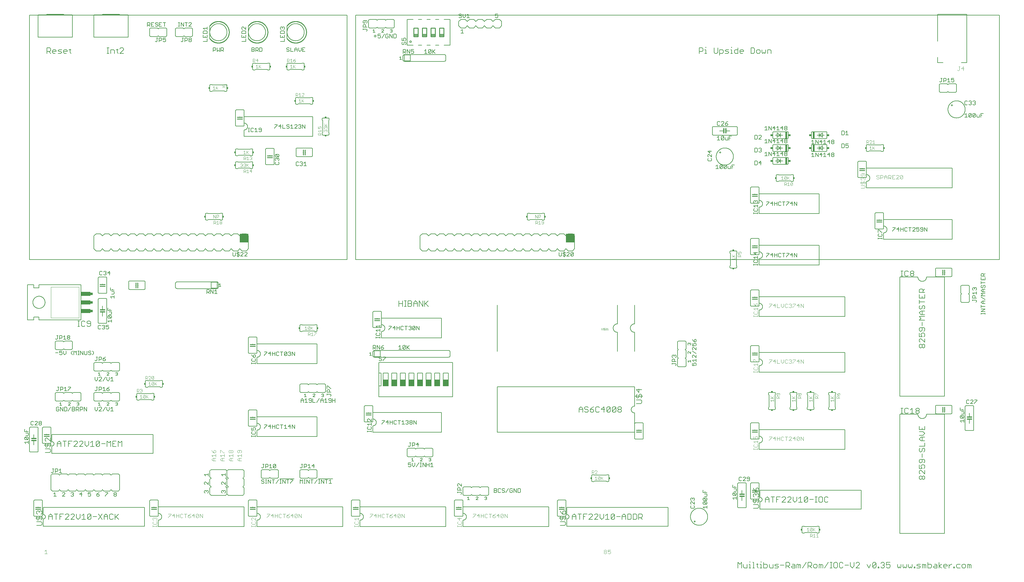
<source format=gto>
G04 EAGLE Gerber RS-274X export*
G75*
%MOMM*%
%FSLAX34Y34*%
%LPD*%
%INSilkscreen Top*%
%IPPOS*%
%AMOC8*
5,1,8,0,0,1.08239X$1,22.5*%
G01*
%ADD10C,0.152400*%
%ADD11C,0.101600*%
%ADD12C,0.177800*%
%ADD13C,0.127000*%
%ADD14C,0.203200*%
%ADD15C,0.050800*%
%ADD16C,0.254000*%
%ADD17R,1.524000X1.905000*%
%ADD18R,0.381000X0.508000*%
%ADD19R,2.540000X2.540000*%
%ADD20R,0.508000X0.381000*%
%ADD21R,0.508000X2.032000*%
%ADD22R,0.635000X0.508000*%
%ADD23C,0.304800*%
%ADD24R,0.635000X0.762000*%
%ADD25R,2.794000X1.270000*%


D10*
X1118362Y699262D02*
X1118362Y715532D01*
X1118362Y707397D02*
X1129209Y707397D01*
X1129209Y715532D02*
X1129209Y699262D01*
X1134734Y699262D02*
X1140157Y699262D01*
X1137445Y699262D02*
X1137445Y715532D01*
X1134734Y715532D02*
X1140157Y715532D01*
X1145648Y715532D02*
X1145648Y699262D01*
X1145648Y715532D02*
X1153783Y715532D01*
X1156495Y712820D01*
X1156495Y710109D01*
X1153783Y707397D01*
X1156495Y704685D01*
X1156495Y701974D01*
X1153783Y699262D01*
X1145648Y699262D01*
X1145648Y707397D02*
X1153783Y707397D01*
X1162020Y710109D02*
X1162020Y699262D01*
X1162020Y710109D02*
X1167443Y715532D01*
X1172866Y710109D01*
X1172866Y699262D01*
X1172866Y707397D02*
X1162020Y707397D01*
X1178391Y699262D02*
X1178391Y715532D01*
X1189238Y699262D01*
X1189238Y715532D01*
X1194763Y715532D02*
X1194763Y699262D01*
X1194763Y704685D02*
X1205609Y715532D01*
X1197474Y707397D02*
X1205609Y699262D01*
X76962Y1448562D02*
X76962Y1464832D01*
X85097Y1464832D01*
X87809Y1462120D01*
X87809Y1456697D01*
X85097Y1453985D01*
X76962Y1453985D01*
X82385Y1453985D02*
X87809Y1448562D01*
X96045Y1448562D02*
X101469Y1448562D01*
X96045Y1448562D02*
X93334Y1451274D01*
X93334Y1456697D01*
X96045Y1459409D01*
X101469Y1459409D01*
X104180Y1456697D01*
X104180Y1453985D01*
X93334Y1453985D01*
X109705Y1448562D02*
X117840Y1448562D01*
X120552Y1451274D01*
X117840Y1453985D01*
X112417Y1453985D01*
X109705Y1456697D01*
X112417Y1459409D01*
X120552Y1459409D01*
X128788Y1448562D02*
X134212Y1448562D01*
X128788Y1448562D02*
X126077Y1451274D01*
X126077Y1456697D01*
X128788Y1459409D01*
X134212Y1459409D01*
X136923Y1456697D01*
X136923Y1453985D01*
X126077Y1453985D01*
X145160Y1451274D02*
X145160Y1462120D01*
X145160Y1451274D02*
X147872Y1448562D01*
X147872Y1459409D02*
X142448Y1459409D01*
X254762Y1448562D02*
X260185Y1448562D01*
X257474Y1448562D02*
X257474Y1464832D01*
X260185Y1464832D02*
X254762Y1464832D01*
X265676Y1459409D02*
X265676Y1448562D01*
X265676Y1459409D02*
X273811Y1459409D01*
X276523Y1456697D01*
X276523Y1448562D01*
X284760Y1451274D02*
X284760Y1462120D01*
X284760Y1451274D02*
X287471Y1448562D01*
X287471Y1459409D02*
X282048Y1459409D01*
X292962Y1448562D02*
X303809Y1448562D01*
X292962Y1448562D02*
X303809Y1459409D01*
X303809Y1462120D01*
X301097Y1464832D01*
X295674Y1464832D01*
X292962Y1462120D01*
X2121662Y-59168D02*
X2121662Y-75438D01*
X2127085Y-64591D02*
X2121662Y-59168D01*
X2127085Y-64591D02*
X2132509Y-59168D01*
X2132509Y-75438D01*
X2138034Y-72726D02*
X2138034Y-64591D01*
X2138034Y-72726D02*
X2140745Y-75438D01*
X2148880Y-75438D01*
X2148880Y-64591D01*
X2154405Y-64591D02*
X2157117Y-64591D01*
X2157117Y-75438D01*
X2159828Y-75438D02*
X2154405Y-75438D01*
X2157117Y-59168D02*
X2157117Y-56456D01*
X2165320Y-59168D02*
X2168031Y-59168D01*
X2168031Y-75438D01*
X2165320Y-75438D02*
X2170743Y-75438D01*
X2178946Y-72726D02*
X2178946Y-61880D01*
X2178946Y-72726D02*
X2181657Y-75438D01*
X2181657Y-64591D02*
X2176234Y-64591D01*
X2187148Y-64591D02*
X2189860Y-64591D01*
X2189860Y-75438D01*
X2187148Y-75438D02*
X2192572Y-75438D01*
X2189860Y-59168D02*
X2189860Y-56456D01*
X2198063Y-59168D02*
X2198063Y-75438D01*
X2206198Y-75438D01*
X2208909Y-72726D01*
X2208909Y-67303D01*
X2206198Y-64591D01*
X2198063Y-64591D01*
X2214434Y-64591D02*
X2214434Y-72726D01*
X2217146Y-75438D01*
X2225281Y-75438D01*
X2225281Y-64591D01*
X2230806Y-75438D02*
X2238941Y-75438D01*
X2241652Y-72726D01*
X2238941Y-70015D01*
X2233517Y-70015D01*
X2230806Y-67303D01*
X2233517Y-64591D01*
X2241652Y-64591D01*
X2247177Y-67303D02*
X2258024Y-67303D01*
X2263549Y-75438D02*
X2263549Y-59168D01*
X2271684Y-59168D01*
X2274395Y-61880D01*
X2274395Y-67303D01*
X2271684Y-70015D01*
X2263549Y-70015D01*
X2268972Y-70015D02*
X2274395Y-75438D01*
X2282632Y-64591D02*
X2288055Y-64591D01*
X2290767Y-67303D01*
X2290767Y-75438D01*
X2282632Y-75438D01*
X2279920Y-72726D01*
X2282632Y-70015D01*
X2290767Y-70015D01*
X2296292Y-75438D02*
X2296292Y-64591D01*
X2299004Y-64591D01*
X2301715Y-67303D01*
X2301715Y-75438D01*
X2301715Y-67303D02*
X2304427Y-64591D01*
X2307139Y-67303D01*
X2307139Y-75438D01*
X2312664Y-75438D02*
X2323510Y-59168D01*
X2329035Y-59168D02*
X2329035Y-75438D01*
X2329035Y-59168D02*
X2337170Y-59168D01*
X2339882Y-61880D01*
X2339882Y-67303D01*
X2337170Y-70015D01*
X2329035Y-70015D01*
X2334458Y-70015D02*
X2339882Y-75438D01*
X2348118Y-75438D02*
X2353542Y-75438D01*
X2356253Y-72726D01*
X2356253Y-67303D01*
X2353542Y-64591D01*
X2348118Y-64591D01*
X2345407Y-67303D01*
X2345407Y-72726D01*
X2348118Y-75438D01*
X2361778Y-75438D02*
X2361778Y-64591D01*
X2364490Y-64591D01*
X2367202Y-67303D01*
X2367202Y-75438D01*
X2367202Y-67303D02*
X2369913Y-64591D01*
X2372625Y-67303D01*
X2372625Y-75438D01*
X2378150Y-75438D02*
X2388996Y-59168D01*
X2394521Y-75438D02*
X2399945Y-75438D01*
X2397233Y-75438D02*
X2397233Y-59168D01*
X2394521Y-59168D02*
X2399945Y-59168D01*
X2408147Y-59168D02*
X2413571Y-59168D01*
X2408147Y-59168D02*
X2405436Y-61880D01*
X2405436Y-72726D01*
X2408147Y-75438D01*
X2413571Y-75438D01*
X2416282Y-72726D01*
X2416282Y-61880D01*
X2413571Y-59168D01*
X2429942Y-59168D02*
X2432654Y-61880D01*
X2429942Y-59168D02*
X2424519Y-59168D01*
X2421807Y-61880D01*
X2421807Y-72726D01*
X2424519Y-75438D01*
X2429942Y-75438D01*
X2432654Y-72726D01*
X2438179Y-67303D02*
X2449025Y-67303D01*
X2454550Y-70015D02*
X2454550Y-59168D01*
X2454550Y-70015D02*
X2459974Y-75438D01*
X2465397Y-70015D01*
X2465397Y-59168D01*
X2470922Y-75438D02*
X2481769Y-75438D01*
X2470922Y-75438D02*
X2481769Y-64591D01*
X2481769Y-61880D01*
X2479057Y-59168D01*
X2473634Y-59168D01*
X2470922Y-61880D01*
X2503665Y-64591D02*
X2509088Y-75438D01*
X2514512Y-64591D01*
X2520037Y-61880D02*
X2520037Y-72726D01*
X2520037Y-61880D02*
X2522748Y-59168D01*
X2528172Y-59168D01*
X2530883Y-61880D01*
X2530883Y-72726D01*
X2528172Y-75438D01*
X2522748Y-75438D01*
X2520037Y-72726D01*
X2530883Y-61880D01*
X2536408Y-72726D02*
X2536408Y-75438D01*
X2536408Y-72726D02*
X2539120Y-72726D01*
X2539120Y-75438D01*
X2536408Y-75438D01*
X2544594Y-61880D02*
X2547306Y-59168D01*
X2552729Y-59168D01*
X2555441Y-61880D01*
X2555441Y-64591D01*
X2552729Y-67303D01*
X2550017Y-67303D01*
X2552729Y-67303D02*
X2555441Y-70015D01*
X2555441Y-72726D01*
X2552729Y-75438D01*
X2547306Y-75438D01*
X2544594Y-72726D01*
X2560966Y-59168D02*
X2571812Y-59168D01*
X2560966Y-59168D02*
X2560966Y-67303D01*
X2566389Y-64591D01*
X2569101Y-64591D01*
X2571812Y-67303D01*
X2571812Y-72726D01*
X2569101Y-75438D01*
X2563677Y-75438D01*
X2560966Y-72726D01*
X2593709Y-72726D02*
X2593709Y-64591D01*
X2593709Y-72726D02*
X2596420Y-75438D01*
X2599132Y-72726D01*
X2601844Y-75438D01*
X2604555Y-72726D01*
X2604555Y-64591D01*
X2610080Y-64591D02*
X2610080Y-72726D01*
X2612792Y-75438D01*
X2615504Y-72726D01*
X2618215Y-75438D01*
X2620927Y-72726D01*
X2620927Y-64591D01*
X2626452Y-64591D02*
X2626452Y-72726D01*
X2629163Y-75438D01*
X2631875Y-72726D01*
X2634587Y-75438D01*
X2637298Y-72726D01*
X2637298Y-64591D01*
X2642823Y-72726D02*
X2642823Y-75438D01*
X2642823Y-72726D02*
X2645535Y-72726D01*
X2645535Y-75438D01*
X2642823Y-75438D01*
X2651009Y-75438D02*
X2659144Y-75438D01*
X2661856Y-72726D01*
X2659144Y-70015D01*
X2653721Y-70015D01*
X2651009Y-67303D01*
X2653721Y-64591D01*
X2661856Y-64591D01*
X2667381Y-64591D02*
X2667381Y-75438D01*
X2667381Y-64591D02*
X2670092Y-64591D01*
X2672804Y-67303D01*
X2672804Y-75438D01*
X2672804Y-67303D02*
X2675516Y-64591D01*
X2678227Y-67303D01*
X2678227Y-75438D01*
X2683752Y-75438D02*
X2683752Y-59168D01*
X2683752Y-75438D02*
X2691887Y-75438D01*
X2694599Y-72726D01*
X2694599Y-67303D01*
X2691887Y-64591D01*
X2683752Y-64591D01*
X2702836Y-64591D02*
X2708259Y-64591D01*
X2710970Y-67303D01*
X2710970Y-75438D01*
X2702836Y-75438D01*
X2700124Y-72726D01*
X2702836Y-70015D01*
X2710970Y-70015D01*
X2716495Y-75438D02*
X2716495Y-59168D01*
X2716495Y-70015D02*
X2724630Y-75438D01*
X2716495Y-70015D02*
X2724630Y-64591D01*
X2732850Y-75438D02*
X2738273Y-75438D01*
X2732850Y-75438D02*
X2730138Y-72726D01*
X2730138Y-67303D01*
X2732850Y-64591D01*
X2738273Y-64591D01*
X2740985Y-67303D01*
X2740985Y-70015D01*
X2730138Y-70015D01*
X2746510Y-75438D02*
X2746510Y-64591D01*
X2751933Y-64591D02*
X2746510Y-70015D01*
X2751933Y-64591D02*
X2754645Y-64591D01*
X2760153Y-72726D02*
X2760153Y-75438D01*
X2760153Y-72726D02*
X2762865Y-72726D01*
X2762865Y-75438D01*
X2760153Y-75438D01*
X2771050Y-64591D02*
X2779185Y-64591D01*
X2771050Y-64591D02*
X2768339Y-67303D01*
X2768339Y-72726D01*
X2771050Y-75438D01*
X2779185Y-75438D01*
X2787422Y-75438D02*
X2792845Y-75438D01*
X2795557Y-72726D01*
X2795557Y-67303D01*
X2792845Y-64591D01*
X2787422Y-64591D01*
X2784710Y-67303D01*
X2784710Y-72726D01*
X2787422Y-75438D01*
X2801082Y-75438D02*
X2801082Y-64591D01*
X2803793Y-64591D01*
X2806505Y-67303D01*
X2806505Y-75438D01*
X2806505Y-67303D02*
X2809217Y-64591D01*
X2811928Y-67303D01*
X2811928Y-75438D01*
X2007362Y1448562D02*
X2007362Y1464832D01*
X2015497Y1464832D01*
X2018209Y1462120D01*
X2018209Y1456697D01*
X2015497Y1453985D01*
X2007362Y1453985D01*
X2023734Y1459409D02*
X2026445Y1459409D01*
X2026445Y1448562D01*
X2023734Y1448562D02*
X2029157Y1448562D01*
X2026445Y1464832D02*
X2026445Y1467544D01*
X2051020Y1464832D02*
X2051020Y1451274D01*
X2053731Y1448562D01*
X2059154Y1448562D01*
X2061866Y1451274D01*
X2061866Y1464832D01*
X2067391Y1459409D02*
X2067391Y1443139D01*
X2067391Y1459409D02*
X2075526Y1459409D01*
X2078238Y1456697D01*
X2078238Y1451274D01*
X2075526Y1448562D01*
X2067391Y1448562D01*
X2083763Y1448562D02*
X2091898Y1448562D01*
X2094609Y1451274D01*
X2091898Y1453985D01*
X2086474Y1453985D01*
X2083763Y1456697D01*
X2086474Y1459409D01*
X2094609Y1459409D01*
X2100134Y1459409D02*
X2102846Y1459409D01*
X2102846Y1448562D01*
X2105557Y1448562D02*
X2100134Y1448562D01*
X2102846Y1464832D02*
X2102846Y1467544D01*
X2121895Y1464832D02*
X2121895Y1448562D01*
X2113760Y1448562D01*
X2111049Y1451274D01*
X2111049Y1456697D01*
X2113760Y1459409D01*
X2121895Y1459409D01*
X2130132Y1448562D02*
X2135555Y1448562D01*
X2130132Y1448562D02*
X2127420Y1451274D01*
X2127420Y1456697D01*
X2130132Y1459409D01*
X2135555Y1459409D01*
X2138267Y1456697D01*
X2138267Y1453985D01*
X2127420Y1453985D01*
X2160163Y1448562D02*
X2160163Y1464832D01*
X2160163Y1448562D02*
X2168298Y1448562D01*
X2171010Y1451274D01*
X2171010Y1462120D01*
X2168298Y1464832D01*
X2160163Y1464832D01*
X2179246Y1448562D02*
X2184670Y1448562D01*
X2187381Y1451274D01*
X2187381Y1456697D01*
X2184670Y1459409D01*
X2179246Y1459409D01*
X2176535Y1456697D01*
X2176535Y1451274D01*
X2179246Y1448562D01*
X2192906Y1451274D02*
X2192906Y1459409D01*
X2192906Y1451274D02*
X2195618Y1448562D01*
X2198330Y1451274D01*
X2201041Y1448562D01*
X2203753Y1451274D01*
X2203753Y1459409D01*
X2209278Y1459409D02*
X2209278Y1448562D01*
X2209278Y1459409D02*
X2217413Y1459409D01*
X2220125Y1456697D01*
X2220125Y1448562D01*
D11*
X576072Y241808D02*
X568276Y241808D01*
X564378Y245706D01*
X568276Y249604D01*
X576072Y249604D01*
X570225Y249604D02*
X570225Y241808D01*
X568276Y253502D02*
X564378Y257400D01*
X576072Y257400D01*
X576072Y253502D02*
X576072Y261298D01*
X566327Y269094D02*
X564378Y272992D01*
X566327Y269094D02*
X570225Y265196D01*
X574123Y265196D01*
X576072Y267145D01*
X576072Y271043D01*
X574123Y272992D01*
X572174Y272992D01*
X570225Y271043D01*
X570225Y265196D01*
X593676Y241808D02*
X601472Y241808D01*
X593676Y241808D02*
X589778Y245706D01*
X593676Y249604D01*
X601472Y249604D01*
X595625Y249604D02*
X595625Y241808D01*
X593676Y253502D02*
X589778Y257400D01*
X601472Y257400D01*
X601472Y253502D02*
X601472Y261298D01*
X589778Y265196D02*
X589778Y272992D01*
X591727Y272992D01*
X599523Y265196D01*
X601472Y265196D01*
X619076Y241808D02*
X626872Y241808D01*
X619076Y241808D02*
X615178Y245706D01*
X619076Y249604D01*
X626872Y249604D01*
X621025Y249604D02*
X621025Y241808D01*
X619076Y253502D02*
X615178Y257400D01*
X626872Y257400D01*
X626872Y253502D02*
X626872Y261298D01*
X617127Y265196D02*
X615178Y267145D01*
X615178Y271043D01*
X617127Y272992D01*
X619076Y272992D01*
X621025Y271043D01*
X622974Y272992D01*
X624923Y272992D01*
X626872Y271043D01*
X626872Y267145D01*
X624923Y265196D01*
X622974Y265196D01*
X621025Y267145D01*
X619076Y265196D01*
X617127Y265196D01*
X621025Y267145D02*
X621025Y271043D01*
X644476Y241808D02*
X652272Y241808D01*
X644476Y241808D02*
X640578Y245706D01*
X644476Y249604D01*
X652272Y249604D01*
X646425Y249604D02*
X646425Y241808D01*
X644476Y253502D02*
X640578Y257400D01*
X652272Y257400D01*
X652272Y253502D02*
X652272Y261298D01*
X650323Y265196D02*
X652272Y267145D01*
X652272Y271043D01*
X650323Y272992D01*
X642527Y272992D01*
X640578Y271043D01*
X640578Y267145D01*
X642527Y265196D01*
X644476Y265196D01*
X646425Y267145D01*
X646425Y272992D01*
X74002Y-22088D02*
X70104Y-25986D01*
X74002Y-22088D02*
X74002Y-33782D01*
X70104Y-33782D02*
X77900Y-33782D01*
X1725168Y-24037D02*
X1727117Y-22088D01*
X1731015Y-22088D01*
X1732964Y-24037D01*
X1732964Y-25986D01*
X1731015Y-27935D01*
X1732964Y-29884D01*
X1732964Y-31833D01*
X1731015Y-33782D01*
X1727117Y-33782D01*
X1725168Y-31833D01*
X1725168Y-29884D01*
X1727117Y-27935D01*
X1725168Y-25986D01*
X1725168Y-24037D01*
X1727117Y-27935D02*
X1731015Y-27935D01*
X1736862Y-22088D02*
X1744658Y-22088D01*
X1736862Y-22088D02*
X1736862Y-27935D01*
X1740760Y-25986D01*
X1742709Y-25986D01*
X1744658Y-27935D01*
X1744658Y-31833D01*
X1742709Y-33782D01*
X1738811Y-33782D01*
X1736862Y-31833D01*
D10*
X1257300Y105410D02*
X1003300Y105410D01*
X1003300Y46990D02*
X1257300Y46990D01*
X1257300Y105410D01*
X1003300Y105410D02*
X1003300Y86360D01*
X1003300Y66040D02*
X1003300Y46990D01*
X1003300Y66040D02*
X1003547Y66043D01*
X1003795Y66052D01*
X1004042Y66067D01*
X1004288Y66088D01*
X1004534Y66115D01*
X1004779Y66148D01*
X1005024Y66187D01*
X1005267Y66232D01*
X1005509Y66283D01*
X1005750Y66340D01*
X1005989Y66402D01*
X1006227Y66471D01*
X1006463Y66545D01*
X1006697Y66625D01*
X1006929Y66710D01*
X1007159Y66802D01*
X1007387Y66898D01*
X1007612Y67001D01*
X1007835Y67108D01*
X1008055Y67222D01*
X1008272Y67340D01*
X1008487Y67464D01*
X1008698Y67593D01*
X1008906Y67727D01*
X1009111Y67866D01*
X1009312Y68010D01*
X1009510Y68158D01*
X1009704Y68312D01*
X1009894Y68470D01*
X1010080Y68633D01*
X1010262Y68800D01*
X1010440Y68972D01*
X1010614Y69148D01*
X1010784Y69328D01*
X1010949Y69513D01*
X1011109Y69701D01*
X1011265Y69893D01*
X1011417Y70089D01*
X1011563Y70288D01*
X1011705Y70491D01*
X1011841Y70698D01*
X1011973Y70907D01*
X1012099Y71120D01*
X1012220Y71336D01*
X1012336Y71554D01*
X1012446Y71776D01*
X1012551Y72000D01*
X1012651Y72226D01*
X1012745Y72455D01*
X1012833Y72686D01*
X1012916Y72920D01*
X1012993Y73155D01*
X1013064Y73392D01*
X1013130Y73630D01*
X1013189Y73870D01*
X1013243Y74112D01*
X1013291Y74355D01*
X1013333Y74598D01*
X1013369Y74843D01*
X1013399Y75089D01*
X1013423Y75335D01*
X1013441Y75582D01*
X1013453Y75829D01*
X1013459Y76076D01*
X1013459Y76324D01*
X1013453Y76571D01*
X1013441Y76818D01*
X1013423Y77065D01*
X1013399Y77311D01*
X1013369Y77557D01*
X1013333Y77802D01*
X1013291Y78045D01*
X1013243Y78288D01*
X1013189Y78530D01*
X1013130Y78770D01*
X1013064Y79008D01*
X1012993Y79245D01*
X1012916Y79480D01*
X1012833Y79714D01*
X1012745Y79945D01*
X1012651Y80174D01*
X1012551Y80400D01*
X1012446Y80624D01*
X1012336Y80846D01*
X1012220Y81064D01*
X1012099Y81280D01*
X1011973Y81493D01*
X1011841Y81702D01*
X1011705Y81909D01*
X1011563Y82112D01*
X1011417Y82311D01*
X1011265Y82507D01*
X1011109Y82699D01*
X1010949Y82887D01*
X1010784Y83072D01*
X1010614Y83252D01*
X1010440Y83428D01*
X1010262Y83600D01*
X1010080Y83767D01*
X1009894Y83930D01*
X1009704Y84088D01*
X1009510Y84242D01*
X1009312Y84390D01*
X1009111Y84534D01*
X1008906Y84673D01*
X1008698Y84807D01*
X1008487Y84936D01*
X1008272Y85060D01*
X1008055Y85178D01*
X1007835Y85292D01*
X1007612Y85399D01*
X1007387Y85502D01*
X1007159Y85598D01*
X1006929Y85690D01*
X1006697Y85775D01*
X1006463Y85855D01*
X1006227Y85929D01*
X1005989Y85998D01*
X1005750Y86060D01*
X1005509Y86117D01*
X1005267Y86168D01*
X1005024Y86213D01*
X1004779Y86252D01*
X1004534Y86285D01*
X1004288Y86312D01*
X1004042Y86333D01*
X1003795Y86348D01*
X1003547Y86357D01*
X1003300Y86360D01*
D11*
X998982Y50126D02*
X998982Y46228D01*
X998982Y48177D02*
X987288Y48177D01*
X987288Y46228D02*
X987288Y50126D01*
X987288Y59871D02*
X989237Y61820D01*
X987288Y59871D02*
X987288Y55973D01*
X989237Y54024D01*
X997033Y54024D01*
X998982Y55973D01*
X998982Y59871D01*
X997033Y61820D01*
X991186Y65718D02*
X987288Y69616D01*
X998982Y69616D01*
X998982Y65718D02*
X998982Y73514D01*
X1033018Y84592D02*
X1040814Y84592D01*
X1040814Y82643D01*
X1033018Y74847D01*
X1033018Y72898D01*
X1050559Y72898D02*
X1050559Y84592D01*
X1044712Y78745D01*
X1052508Y78745D01*
X1056406Y72898D02*
X1056406Y84592D01*
X1056406Y78745D02*
X1064202Y78745D01*
X1064202Y84592D02*
X1064202Y72898D01*
X1075896Y82643D02*
X1073947Y84592D01*
X1070049Y84592D01*
X1068100Y82643D01*
X1068100Y74847D01*
X1070049Y72898D01*
X1073947Y72898D01*
X1075896Y74847D01*
X1083692Y72898D02*
X1083692Y84592D01*
X1079794Y84592D02*
X1087590Y84592D01*
X1095386Y82643D02*
X1099284Y84592D01*
X1095386Y82643D02*
X1091488Y78745D01*
X1091488Y74847D01*
X1093437Y72898D01*
X1097335Y72898D01*
X1099284Y74847D01*
X1099284Y76796D01*
X1097335Y78745D01*
X1091488Y78745D01*
X1109029Y72898D02*
X1109029Y84592D01*
X1103182Y78745D01*
X1110978Y78745D01*
X1114876Y74847D02*
X1114876Y82643D01*
X1116825Y84592D01*
X1120723Y84592D01*
X1122672Y82643D01*
X1122672Y74847D01*
X1120723Y72898D01*
X1116825Y72898D01*
X1114876Y74847D01*
X1122672Y82643D01*
X1126570Y84592D02*
X1126570Y72898D01*
X1134366Y72898D02*
X1126570Y84592D01*
X1134366Y84592D02*
X1134366Y72898D01*
D10*
X952500Y105410D02*
X698500Y105410D01*
X698500Y46990D02*
X952500Y46990D01*
X952500Y105410D01*
X698500Y105410D02*
X698500Y86360D01*
X698500Y66040D02*
X698500Y46990D01*
X698500Y66040D02*
X698747Y66043D01*
X698995Y66052D01*
X699242Y66067D01*
X699488Y66088D01*
X699734Y66115D01*
X699979Y66148D01*
X700224Y66187D01*
X700467Y66232D01*
X700709Y66283D01*
X700950Y66340D01*
X701189Y66402D01*
X701427Y66471D01*
X701663Y66545D01*
X701897Y66625D01*
X702129Y66710D01*
X702359Y66802D01*
X702587Y66898D01*
X702812Y67001D01*
X703035Y67108D01*
X703255Y67222D01*
X703472Y67340D01*
X703687Y67464D01*
X703898Y67593D01*
X704106Y67727D01*
X704311Y67866D01*
X704512Y68010D01*
X704710Y68158D01*
X704904Y68312D01*
X705094Y68470D01*
X705280Y68633D01*
X705462Y68800D01*
X705640Y68972D01*
X705814Y69148D01*
X705984Y69328D01*
X706149Y69513D01*
X706309Y69701D01*
X706465Y69893D01*
X706617Y70089D01*
X706763Y70288D01*
X706905Y70491D01*
X707041Y70698D01*
X707173Y70907D01*
X707299Y71120D01*
X707420Y71336D01*
X707536Y71554D01*
X707646Y71776D01*
X707751Y72000D01*
X707851Y72226D01*
X707945Y72455D01*
X708033Y72686D01*
X708116Y72920D01*
X708193Y73155D01*
X708264Y73392D01*
X708330Y73630D01*
X708389Y73870D01*
X708443Y74112D01*
X708491Y74355D01*
X708533Y74598D01*
X708569Y74843D01*
X708599Y75089D01*
X708623Y75335D01*
X708641Y75582D01*
X708653Y75829D01*
X708659Y76076D01*
X708659Y76324D01*
X708653Y76571D01*
X708641Y76818D01*
X708623Y77065D01*
X708599Y77311D01*
X708569Y77557D01*
X708533Y77802D01*
X708491Y78045D01*
X708443Y78288D01*
X708389Y78530D01*
X708330Y78770D01*
X708264Y79008D01*
X708193Y79245D01*
X708116Y79480D01*
X708033Y79714D01*
X707945Y79945D01*
X707851Y80174D01*
X707751Y80400D01*
X707646Y80624D01*
X707536Y80846D01*
X707420Y81064D01*
X707299Y81280D01*
X707173Y81493D01*
X707041Y81702D01*
X706905Y81909D01*
X706763Y82112D01*
X706617Y82311D01*
X706465Y82507D01*
X706309Y82699D01*
X706149Y82887D01*
X705984Y83072D01*
X705814Y83252D01*
X705640Y83428D01*
X705462Y83600D01*
X705280Y83767D01*
X705094Y83930D01*
X704904Y84088D01*
X704710Y84242D01*
X704512Y84390D01*
X704311Y84534D01*
X704106Y84673D01*
X703898Y84807D01*
X703687Y84936D01*
X703472Y85060D01*
X703255Y85178D01*
X703035Y85292D01*
X702812Y85399D01*
X702587Y85502D01*
X702359Y85598D01*
X702129Y85690D01*
X701897Y85775D01*
X701663Y85855D01*
X701427Y85929D01*
X701189Y85998D01*
X700950Y86060D01*
X700709Y86117D01*
X700467Y86168D01*
X700224Y86213D01*
X699979Y86252D01*
X699734Y86285D01*
X699488Y86312D01*
X699242Y86333D01*
X698995Y86348D01*
X698747Y86357D01*
X698500Y86360D01*
D11*
X694182Y50126D02*
X694182Y46228D01*
X694182Y48177D02*
X682488Y48177D01*
X682488Y46228D02*
X682488Y50126D01*
X682488Y59871D02*
X684437Y61820D01*
X682488Y59871D02*
X682488Y55973D01*
X684437Y54024D01*
X692233Y54024D01*
X694182Y55973D01*
X694182Y59871D01*
X692233Y61820D01*
X694182Y65718D02*
X694182Y73514D01*
X694182Y65718D02*
X686386Y73514D01*
X684437Y73514D01*
X682488Y71565D01*
X682488Y67667D01*
X684437Y65718D01*
X728218Y84592D02*
X736014Y84592D01*
X736014Y82643D01*
X728218Y74847D01*
X728218Y72898D01*
X745759Y72898D02*
X745759Y84592D01*
X739912Y78745D01*
X747708Y78745D01*
X751606Y72898D02*
X751606Y84592D01*
X751606Y78745D02*
X759402Y78745D01*
X759402Y84592D02*
X759402Y72898D01*
X771096Y82643D02*
X769147Y84592D01*
X765249Y84592D01*
X763300Y82643D01*
X763300Y74847D01*
X765249Y72898D01*
X769147Y72898D01*
X771096Y74847D01*
X778892Y72898D02*
X778892Y84592D01*
X774994Y84592D02*
X782790Y84592D01*
X790586Y82643D02*
X794484Y84592D01*
X790586Y82643D02*
X786688Y78745D01*
X786688Y74847D01*
X788637Y72898D01*
X792535Y72898D01*
X794484Y74847D01*
X794484Y76796D01*
X792535Y78745D01*
X786688Y78745D01*
X804229Y72898D02*
X804229Y84592D01*
X798382Y78745D01*
X806178Y78745D01*
X810076Y74847D02*
X810076Y82643D01*
X812025Y84592D01*
X815923Y84592D01*
X817872Y82643D01*
X817872Y74847D01*
X815923Y72898D01*
X812025Y72898D01*
X810076Y74847D01*
X817872Y82643D01*
X821770Y84592D02*
X821770Y72898D01*
X829566Y72898D02*
X821770Y84592D01*
X829566Y84592D02*
X829566Y72898D01*
D10*
X660400Y105410D02*
X406400Y105410D01*
X406400Y46990D02*
X660400Y46990D01*
X660400Y105410D01*
X406400Y105410D02*
X406400Y86360D01*
X406400Y66040D02*
X406400Y46990D01*
X406400Y66040D02*
X406647Y66043D01*
X406895Y66052D01*
X407142Y66067D01*
X407388Y66088D01*
X407634Y66115D01*
X407879Y66148D01*
X408124Y66187D01*
X408367Y66232D01*
X408609Y66283D01*
X408850Y66340D01*
X409089Y66402D01*
X409327Y66471D01*
X409563Y66545D01*
X409797Y66625D01*
X410029Y66710D01*
X410259Y66802D01*
X410487Y66898D01*
X410712Y67001D01*
X410935Y67108D01*
X411155Y67222D01*
X411372Y67340D01*
X411587Y67464D01*
X411798Y67593D01*
X412006Y67727D01*
X412211Y67866D01*
X412412Y68010D01*
X412610Y68158D01*
X412804Y68312D01*
X412994Y68470D01*
X413180Y68633D01*
X413362Y68800D01*
X413540Y68972D01*
X413714Y69148D01*
X413884Y69328D01*
X414049Y69513D01*
X414209Y69701D01*
X414365Y69893D01*
X414517Y70089D01*
X414663Y70288D01*
X414805Y70491D01*
X414941Y70698D01*
X415073Y70907D01*
X415199Y71120D01*
X415320Y71336D01*
X415436Y71554D01*
X415546Y71776D01*
X415651Y72000D01*
X415751Y72226D01*
X415845Y72455D01*
X415933Y72686D01*
X416016Y72920D01*
X416093Y73155D01*
X416164Y73392D01*
X416230Y73630D01*
X416289Y73870D01*
X416343Y74112D01*
X416391Y74355D01*
X416433Y74598D01*
X416469Y74843D01*
X416499Y75089D01*
X416523Y75335D01*
X416541Y75582D01*
X416553Y75829D01*
X416559Y76076D01*
X416559Y76324D01*
X416553Y76571D01*
X416541Y76818D01*
X416523Y77065D01*
X416499Y77311D01*
X416469Y77557D01*
X416433Y77802D01*
X416391Y78045D01*
X416343Y78288D01*
X416289Y78530D01*
X416230Y78770D01*
X416164Y79008D01*
X416093Y79245D01*
X416016Y79480D01*
X415933Y79714D01*
X415845Y79945D01*
X415751Y80174D01*
X415651Y80400D01*
X415546Y80624D01*
X415436Y80846D01*
X415320Y81064D01*
X415199Y81280D01*
X415073Y81493D01*
X414941Y81702D01*
X414805Y81909D01*
X414663Y82112D01*
X414517Y82311D01*
X414365Y82507D01*
X414209Y82699D01*
X414049Y82887D01*
X413884Y83072D01*
X413714Y83252D01*
X413540Y83428D01*
X413362Y83600D01*
X413180Y83767D01*
X412994Y83930D01*
X412804Y84088D01*
X412610Y84242D01*
X412412Y84390D01*
X412211Y84534D01*
X412006Y84673D01*
X411798Y84807D01*
X411587Y84936D01*
X411372Y85060D01*
X411155Y85178D01*
X410935Y85292D01*
X410712Y85399D01*
X410487Y85502D01*
X410259Y85598D01*
X410029Y85690D01*
X409797Y85775D01*
X409563Y85855D01*
X409327Y85929D01*
X409089Y85998D01*
X408850Y86060D01*
X408609Y86117D01*
X408367Y86168D01*
X408124Y86213D01*
X407879Y86252D01*
X407634Y86285D01*
X407388Y86312D01*
X407142Y86333D01*
X406895Y86348D01*
X406647Y86357D01*
X406400Y86360D01*
D11*
X402082Y50126D02*
X402082Y46228D01*
X402082Y48177D02*
X390388Y48177D01*
X390388Y46228D02*
X390388Y50126D01*
X390388Y59871D02*
X392337Y61820D01*
X390388Y59871D02*
X390388Y55973D01*
X392337Y54024D01*
X400133Y54024D01*
X402082Y55973D01*
X402082Y59871D01*
X400133Y61820D01*
X392337Y65718D02*
X390388Y67667D01*
X390388Y71565D01*
X392337Y73514D01*
X394286Y73514D01*
X396235Y71565D01*
X396235Y69616D01*
X396235Y71565D02*
X398184Y73514D01*
X400133Y73514D01*
X402082Y71565D01*
X402082Y67667D01*
X400133Y65718D01*
X436118Y84592D02*
X443914Y84592D01*
X443914Y82643D01*
X436118Y74847D01*
X436118Y72898D01*
X453659Y72898D02*
X453659Y84592D01*
X447812Y78745D01*
X455608Y78745D01*
X459506Y72898D02*
X459506Y84592D01*
X459506Y78745D02*
X467302Y78745D01*
X467302Y84592D02*
X467302Y72898D01*
X478996Y82643D02*
X477047Y84592D01*
X473149Y84592D01*
X471200Y82643D01*
X471200Y74847D01*
X473149Y72898D01*
X477047Y72898D01*
X478996Y74847D01*
X486792Y72898D02*
X486792Y84592D01*
X482894Y84592D02*
X490690Y84592D01*
X498486Y82643D02*
X502384Y84592D01*
X498486Y82643D02*
X494588Y78745D01*
X494588Y74847D01*
X496537Y72898D01*
X500435Y72898D01*
X502384Y74847D01*
X502384Y76796D01*
X500435Y78745D01*
X494588Y78745D01*
X512129Y72898D02*
X512129Y84592D01*
X506282Y78745D01*
X514078Y78745D01*
X517976Y74847D02*
X517976Y82643D01*
X519925Y84592D01*
X523823Y84592D01*
X525772Y82643D01*
X525772Y74847D01*
X523823Y72898D01*
X519925Y72898D01*
X517976Y74847D01*
X525772Y82643D01*
X529670Y84592D02*
X529670Y72898D01*
X537466Y72898D02*
X529670Y84592D01*
X537466Y84592D02*
X537466Y72898D01*
D10*
X1308100Y105410D02*
X1562100Y105410D01*
X1562100Y46990D02*
X1308100Y46990D01*
X1562100Y46990D02*
X1562100Y105410D01*
X1308100Y105410D02*
X1308100Y86360D01*
X1308100Y66040D02*
X1308100Y46990D01*
X1308100Y66040D02*
X1308347Y66043D01*
X1308595Y66052D01*
X1308842Y66067D01*
X1309088Y66088D01*
X1309334Y66115D01*
X1309579Y66148D01*
X1309824Y66187D01*
X1310067Y66232D01*
X1310309Y66283D01*
X1310550Y66340D01*
X1310789Y66402D01*
X1311027Y66471D01*
X1311263Y66545D01*
X1311497Y66625D01*
X1311729Y66710D01*
X1311959Y66802D01*
X1312187Y66898D01*
X1312412Y67001D01*
X1312635Y67108D01*
X1312855Y67222D01*
X1313072Y67340D01*
X1313287Y67464D01*
X1313498Y67593D01*
X1313706Y67727D01*
X1313911Y67866D01*
X1314112Y68010D01*
X1314310Y68158D01*
X1314504Y68312D01*
X1314694Y68470D01*
X1314880Y68633D01*
X1315062Y68800D01*
X1315240Y68972D01*
X1315414Y69148D01*
X1315584Y69328D01*
X1315749Y69513D01*
X1315909Y69701D01*
X1316065Y69893D01*
X1316217Y70089D01*
X1316363Y70288D01*
X1316505Y70491D01*
X1316641Y70698D01*
X1316773Y70907D01*
X1316899Y71120D01*
X1317020Y71336D01*
X1317136Y71554D01*
X1317246Y71776D01*
X1317351Y72000D01*
X1317451Y72226D01*
X1317545Y72455D01*
X1317633Y72686D01*
X1317716Y72920D01*
X1317793Y73155D01*
X1317864Y73392D01*
X1317930Y73630D01*
X1317989Y73870D01*
X1318043Y74112D01*
X1318091Y74355D01*
X1318133Y74598D01*
X1318169Y74843D01*
X1318199Y75089D01*
X1318223Y75335D01*
X1318241Y75582D01*
X1318253Y75829D01*
X1318259Y76076D01*
X1318259Y76324D01*
X1318253Y76571D01*
X1318241Y76818D01*
X1318223Y77065D01*
X1318199Y77311D01*
X1318169Y77557D01*
X1318133Y77802D01*
X1318091Y78045D01*
X1318043Y78288D01*
X1317989Y78530D01*
X1317930Y78770D01*
X1317864Y79008D01*
X1317793Y79245D01*
X1317716Y79480D01*
X1317633Y79714D01*
X1317545Y79945D01*
X1317451Y80174D01*
X1317351Y80400D01*
X1317246Y80624D01*
X1317136Y80846D01*
X1317020Y81064D01*
X1316899Y81280D01*
X1316773Y81493D01*
X1316641Y81702D01*
X1316505Y81909D01*
X1316363Y82112D01*
X1316217Y82311D01*
X1316065Y82507D01*
X1315909Y82699D01*
X1315749Y82887D01*
X1315584Y83072D01*
X1315414Y83252D01*
X1315240Y83428D01*
X1315062Y83600D01*
X1314880Y83767D01*
X1314694Y83930D01*
X1314504Y84088D01*
X1314310Y84242D01*
X1314112Y84390D01*
X1313911Y84534D01*
X1313706Y84673D01*
X1313498Y84807D01*
X1313287Y84936D01*
X1313072Y85060D01*
X1312855Y85178D01*
X1312635Y85292D01*
X1312412Y85399D01*
X1312187Y85502D01*
X1311959Y85598D01*
X1311729Y85690D01*
X1311497Y85775D01*
X1311263Y85855D01*
X1311027Y85929D01*
X1310789Y85998D01*
X1310550Y86060D01*
X1310309Y86117D01*
X1310067Y86168D01*
X1309824Y86213D01*
X1309579Y86252D01*
X1309334Y86285D01*
X1309088Y86312D01*
X1308842Y86333D01*
X1308595Y86348D01*
X1308347Y86357D01*
X1308100Y86360D01*
D11*
X1303782Y50126D02*
X1303782Y46228D01*
X1303782Y48177D02*
X1292088Y48177D01*
X1292088Y46228D02*
X1292088Y50126D01*
X1292088Y59871D02*
X1294037Y61820D01*
X1292088Y59871D02*
X1292088Y55973D01*
X1294037Y54024D01*
X1301833Y54024D01*
X1303782Y55973D01*
X1303782Y59871D01*
X1301833Y61820D01*
X1303782Y71565D02*
X1292088Y71565D01*
X1297935Y65718D01*
X1297935Y73514D01*
X1337818Y84592D02*
X1345614Y84592D01*
X1345614Y82643D01*
X1337818Y74847D01*
X1337818Y72898D01*
X1355359Y72898D02*
X1355359Y84592D01*
X1349512Y78745D01*
X1357308Y78745D01*
X1361206Y72898D02*
X1361206Y84592D01*
X1361206Y78745D02*
X1369002Y78745D01*
X1369002Y84592D02*
X1369002Y72898D01*
X1380696Y82643D02*
X1378747Y84592D01*
X1374849Y84592D01*
X1372900Y82643D01*
X1372900Y74847D01*
X1374849Y72898D01*
X1378747Y72898D01*
X1380696Y74847D01*
X1388492Y72898D02*
X1388492Y84592D01*
X1384594Y84592D02*
X1392390Y84592D01*
X1400186Y82643D02*
X1404084Y84592D01*
X1400186Y82643D02*
X1396288Y78745D01*
X1396288Y74847D01*
X1398237Y72898D01*
X1402135Y72898D01*
X1404084Y74847D01*
X1404084Y76796D01*
X1402135Y78745D01*
X1396288Y78745D01*
X1413829Y72898D02*
X1413829Y84592D01*
X1407982Y78745D01*
X1415778Y78745D01*
X1419676Y74847D02*
X1419676Y82643D01*
X1421625Y84592D01*
X1425523Y84592D01*
X1427472Y82643D01*
X1427472Y74847D01*
X1425523Y72898D01*
X1421625Y72898D01*
X1419676Y74847D01*
X1427472Y82643D01*
X1431370Y84592D02*
X1431370Y72898D01*
X1439166Y72898D02*
X1431370Y84592D01*
X1439166Y84592D02*
X1439166Y72898D01*
D10*
X91440Y264160D02*
X91440Y285750D01*
X91598Y285752D01*
X91757Y285758D01*
X91915Y285768D01*
X92072Y285782D01*
X92230Y285799D01*
X92386Y285821D01*
X92543Y285846D01*
X92698Y285876D01*
X92853Y285909D01*
X93007Y285946D01*
X93160Y285987D01*
X93312Y286032D01*
X93462Y286081D01*
X93612Y286133D01*
X93760Y286189D01*
X93907Y286249D01*
X94052Y286312D01*
X94195Y286379D01*
X94337Y286449D01*
X94477Y286523D01*
X94615Y286601D01*
X94751Y286682D01*
X94885Y286766D01*
X95017Y286853D01*
X95147Y286944D01*
X95274Y287038D01*
X95399Y287135D01*
X95522Y287236D01*
X95642Y287339D01*
X95759Y287445D01*
X95874Y287554D01*
X95986Y287666D01*
X96095Y287781D01*
X96201Y287898D01*
X96304Y288018D01*
X96405Y288141D01*
X96502Y288266D01*
X96596Y288393D01*
X96687Y288523D01*
X96774Y288655D01*
X96858Y288789D01*
X96939Y288925D01*
X97017Y289063D01*
X97091Y289203D01*
X97161Y289345D01*
X97228Y289488D01*
X97291Y289633D01*
X97351Y289780D01*
X97407Y289928D01*
X97459Y290078D01*
X97508Y290228D01*
X97553Y290380D01*
X97594Y290533D01*
X97631Y290687D01*
X97664Y290842D01*
X97694Y290997D01*
X97719Y291154D01*
X97741Y291310D01*
X97758Y291468D01*
X97772Y291625D01*
X97782Y291783D01*
X97788Y291942D01*
X97790Y292100D01*
X97788Y292258D01*
X97782Y292417D01*
X97772Y292575D01*
X97758Y292732D01*
X97741Y292890D01*
X97719Y293046D01*
X97694Y293203D01*
X97664Y293358D01*
X97631Y293513D01*
X97594Y293667D01*
X97553Y293820D01*
X97508Y293972D01*
X97459Y294122D01*
X97407Y294272D01*
X97351Y294420D01*
X97291Y294567D01*
X97228Y294712D01*
X97161Y294855D01*
X97091Y294997D01*
X97017Y295137D01*
X96939Y295275D01*
X96858Y295411D01*
X96774Y295545D01*
X96687Y295677D01*
X96596Y295807D01*
X96502Y295934D01*
X96405Y296059D01*
X96304Y296182D01*
X96201Y296302D01*
X96095Y296419D01*
X95986Y296534D01*
X95874Y296646D01*
X95759Y296755D01*
X95642Y296861D01*
X95522Y296964D01*
X95399Y297065D01*
X95274Y297162D01*
X95147Y297256D01*
X95017Y297347D01*
X94885Y297434D01*
X94751Y297518D01*
X94615Y297599D01*
X94477Y297677D01*
X94337Y297751D01*
X94195Y297821D01*
X94052Y297888D01*
X93907Y297951D01*
X93760Y298011D01*
X93612Y298067D01*
X93462Y298119D01*
X93312Y298168D01*
X93160Y298213D01*
X93007Y298254D01*
X92853Y298291D01*
X92698Y298324D01*
X92543Y298354D01*
X92386Y298379D01*
X92230Y298401D01*
X92072Y298418D01*
X91915Y298432D01*
X91757Y298442D01*
X91598Y298448D01*
X91440Y298450D01*
X391160Y320040D02*
X391160Y264160D01*
X91440Y264160D01*
X91440Y320040D02*
X391160Y320040D01*
X91440Y320040D02*
X91440Y298450D01*
D12*
X84834Y266319D02*
X71487Y266319D01*
X84834Y266319D02*
X87503Y268988D01*
X87503Y274327D01*
X84834Y276996D01*
X71487Y276996D01*
X84834Y282691D02*
X87503Y285360D01*
X87503Y290698D01*
X84834Y293368D01*
X82164Y293368D01*
X79495Y290698D01*
X79495Y285360D01*
X76826Y282691D01*
X74157Y282691D01*
X71487Y285360D01*
X71487Y290698D01*
X74157Y293368D01*
X68818Y288029D02*
X90172Y288029D01*
X87503Y299062D02*
X87503Y309739D01*
X87503Y299062D02*
X76826Y309739D01*
X74157Y309739D01*
X71487Y307070D01*
X71487Y301731D01*
X74157Y299062D01*
X107569Y294776D02*
X107569Y284099D01*
X107569Y294776D02*
X112908Y300115D01*
X118246Y294776D01*
X118246Y284099D01*
X118246Y292107D02*
X107569Y292107D01*
X129279Y284099D02*
X129279Y300115D01*
X123941Y300115D02*
X134618Y300115D01*
X140312Y300115D02*
X140312Y284099D01*
X140312Y300115D02*
X150989Y300115D01*
X145651Y292107D02*
X140312Y292107D01*
X156684Y284099D02*
X167361Y284099D01*
X156684Y284099D02*
X167361Y294776D01*
X167361Y297445D01*
X164692Y300115D01*
X159353Y300115D01*
X156684Y297445D01*
X173055Y284099D02*
X183732Y284099D01*
X173055Y284099D02*
X183732Y294776D01*
X183732Y297445D01*
X181063Y300115D01*
X175725Y300115D01*
X173055Y297445D01*
X189427Y300115D02*
X189427Y289438D01*
X194765Y284099D01*
X200104Y289438D01*
X200104Y300115D01*
X205798Y294776D02*
X211137Y300115D01*
X211137Y284099D01*
X205798Y284099D02*
X216476Y284099D01*
X222170Y286768D02*
X222170Y297445D01*
X224839Y300115D01*
X230178Y300115D01*
X232847Y297445D01*
X232847Y286768D01*
X230178Y284099D01*
X224839Y284099D01*
X222170Y286768D01*
X232847Y297445D01*
X238542Y292107D02*
X249219Y292107D01*
X254913Y284099D02*
X254913Y300115D01*
X260252Y294776D01*
X265590Y300115D01*
X265590Y284099D01*
X271285Y300115D02*
X281962Y300115D01*
X271285Y300115D02*
X271285Y284099D01*
X281962Y284099D01*
X276623Y292107D02*
X271285Y292107D01*
X287656Y284099D02*
X287656Y300115D01*
X292995Y294776D01*
X298333Y300115D01*
X298333Y284099D01*
D10*
X1615440Y69850D02*
X1615440Y48260D01*
X1615440Y69850D02*
X1615598Y69852D01*
X1615757Y69858D01*
X1615915Y69868D01*
X1616072Y69882D01*
X1616230Y69899D01*
X1616386Y69921D01*
X1616543Y69946D01*
X1616698Y69976D01*
X1616853Y70009D01*
X1617007Y70046D01*
X1617160Y70087D01*
X1617312Y70132D01*
X1617462Y70181D01*
X1617612Y70233D01*
X1617760Y70289D01*
X1617907Y70349D01*
X1618052Y70412D01*
X1618195Y70479D01*
X1618337Y70549D01*
X1618477Y70623D01*
X1618615Y70701D01*
X1618751Y70782D01*
X1618885Y70866D01*
X1619017Y70953D01*
X1619147Y71044D01*
X1619274Y71138D01*
X1619399Y71235D01*
X1619522Y71336D01*
X1619642Y71439D01*
X1619759Y71545D01*
X1619874Y71654D01*
X1619986Y71766D01*
X1620095Y71881D01*
X1620201Y71998D01*
X1620304Y72118D01*
X1620405Y72241D01*
X1620502Y72366D01*
X1620596Y72493D01*
X1620687Y72623D01*
X1620774Y72755D01*
X1620858Y72889D01*
X1620939Y73025D01*
X1621017Y73163D01*
X1621091Y73303D01*
X1621161Y73445D01*
X1621228Y73588D01*
X1621291Y73733D01*
X1621351Y73880D01*
X1621407Y74028D01*
X1621459Y74178D01*
X1621508Y74328D01*
X1621553Y74480D01*
X1621594Y74633D01*
X1621631Y74787D01*
X1621664Y74942D01*
X1621694Y75097D01*
X1621719Y75254D01*
X1621741Y75410D01*
X1621758Y75568D01*
X1621772Y75725D01*
X1621782Y75883D01*
X1621788Y76042D01*
X1621790Y76200D01*
X1621788Y76358D01*
X1621782Y76517D01*
X1621772Y76675D01*
X1621758Y76832D01*
X1621741Y76990D01*
X1621719Y77146D01*
X1621694Y77303D01*
X1621664Y77458D01*
X1621631Y77613D01*
X1621594Y77767D01*
X1621553Y77920D01*
X1621508Y78072D01*
X1621459Y78222D01*
X1621407Y78372D01*
X1621351Y78520D01*
X1621291Y78667D01*
X1621228Y78812D01*
X1621161Y78955D01*
X1621091Y79097D01*
X1621017Y79237D01*
X1620939Y79375D01*
X1620858Y79511D01*
X1620774Y79645D01*
X1620687Y79777D01*
X1620596Y79907D01*
X1620502Y80034D01*
X1620405Y80159D01*
X1620304Y80282D01*
X1620201Y80402D01*
X1620095Y80519D01*
X1619986Y80634D01*
X1619874Y80746D01*
X1619759Y80855D01*
X1619642Y80961D01*
X1619522Y81064D01*
X1619399Y81165D01*
X1619274Y81262D01*
X1619147Y81356D01*
X1619017Y81447D01*
X1618885Y81534D01*
X1618751Y81618D01*
X1618615Y81699D01*
X1618477Y81777D01*
X1618337Y81851D01*
X1618195Y81921D01*
X1618052Y81988D01*
X1617907Y82051D01*
X1617760Y82111D01*
X1617612Y82167D01*
X1617462Y82219D01*
X1617312Y82268D01*
X1617160Y82313D01*
X1617007Y82354D01*
X1616853Y82391D01*
X1616698Y82424D01*
X1616543Y82454D01*
X1616386Y82479D01*
X1616230Y82501D01*
X1616072Y82518D01*
X1615915Y82532D01*
X1615757Y82542D01*
X1615598Y82548D01*
X1615440Y82550D01*
X1915160Y104140D02*
X1915160Y48260D01*
X1615440Y48260D01*
X1615440Y104140D02*
X1915160Y104140D01*
X1615440Y104140D02*
X1615440Y82550D01*
D12*
X1608834Y50419D02*
X1595487Y50419D01*
X1608834Y50419D02*
X1611503Y53088D01*
X1611503Y58427D01*
X1608834Y61096D01*
X1595487Y61096D01*
X1608834Y66791D02*
X1611503Y69460D01*
X1611503Y74798D01*
X1608834Y77468D01*
X1606164Y77468D01*
X1603495Y74798D01*
X1603495Y69460D01*
X1600826Y66791D01*
X1598157Y66791D01*
X1595487Y69460D01*
X1595487Y74798D01*
X1598157Y77468D01*
X1592818Y72129D02*
X1614172Y72129D01*
X1598157Y88501D02*
X1595487Y93839D01*
X1598157Y88501D02*
X1603495Y83162D01*
X1608834Y83162D01*
X1611503Y85831D01*
X1611503Y91170D01*
X1608834Y93839D01*
X1606164Y93839D01*
X1603495Y91170D01*
X1603495Y83162D01*
X1631569Y78876D02*
X1631569Y68199D01*
X1631569Y78876D02*
X1636908Y84215D01*
X1642246Y78876D01*
X1642246Y68199D01*
X1642246Y76207D02*
X1631569Y76207D01*
X1653279Y68199D02*
X1653279Y84215D01*
X1647941Y84215D02*
X1658618Y84215D01*
X1664312Y84215D02*
X1664312Y68199D01*
X1664312Y84215D02*
X1674989Y84215D01*
X1669651Y76207D02*
X1664312Y76207D01*
X1680684Y68199D02*
X1691361Y68199D01*
X1680684Y68199D02*
X1691361Y78876D01*
X1691361Y81545D01*
X1688692Y84215D01*
X1683353Y84215D01*
X1680684Y81545D01*
X1697055Y68199D02*
X1707732Y68199D01*
X1697055Y68199D02*
X1707732Y78876D01*
X1707732Y81545D01*
X1705063Y84215D01*
X1699725Y84215D01*
X1697055Y81545D01*
X1713427Y84215D02*
X1713427Y73538D01*
X1718765Y68199D01*
X1724104Y73538D01*
X1724104Y84215D01*
X1729798Y78876D02*
X1735137Y84215D01*
X1735137Y68199D01*
X1729798Y68199D02*
X1740476Y68199D01*
X1746170Y70868D02*
X1746170Y81545D01*
X1748839Y84215D01*
X1754178Y84215D01*
X1756847Y81545D01*
X1756847Y70868D01*
X1754178Y68199D01*
X1748839Y68199D01*
X1746170Y70868D01*
X1756847Y81545D01*
X1762542Y76207D02*
X1773219Y76207D01*
X1778913Y78876D02*
X1778913Y68199D01*
X1778913Y78876D02*
X1784252Y84215D01*
X1789590Y78876D01*
X1789590Y68199D01*
X1789590Y76207D02*
X1778913Y76207D01*
X1795285Y84215D02*
X1795285Y68199D01*
X1803292Y68199D01*
X1805962Y70868D01*
X1805962Y81545D01*
X1803292Y84215D01*
X1795285Y84215D01*
X1811656Y84215D02*
X1811656Y68199D01*
X1819664Y68199D01*
X1822333Y70868D01*
X1822333Y81545D01*
X1819664Y84215D01*
X1811656Y84215D01*
X1828028Y84215D02*
X1828028Y68199D01*
X1828028Y84215D02*
X1836036Y84215D01*
X1838705Y81545D01*
X1838705Y76207D01*
X1836036Y73538D01*
X1828028Y73538D01*
X1833366Y73538D02*
X1838705Y68199D01*
D10*
X66040Y69850D02*
X66040Y48260D01*
X66040Y69850D02*
X66198Y69852D01*
X66357Y69858D01*
X66515Y69868D01*
X66672Y69882D01*
X66830Y69899D01*
X66986Y69921D01*
X67143Y69946D01*
X67298Y69976D01*
X67453Y70009D01*
X67607Y70046D01*
X67760Y70087D01*
X67912Y70132D01*
X68062Y70181D01*
X68212Y70233D01*
X68360Y70289D01*
X68507Y70349D01*
X68652Y70412D01*
X68795Y70479D01*
X68937Y70549D01*
X69077Y70623D01*
X69215Y70701D01*
X69351Y70782D01*
X69485Y70866D01*
X69617Y70953D01*
X69747Y71044D01*
X69874Y71138D01*
X69999Y71235D01*
X70122Y71336D01*
X70242Y71439D01*
X70359Y71545D01*
X70474Y71654D01*
X70586Y71766D01*
X70695Y71881D01*
X70801Y71998D01*
X70904Y72118D01*
X71005Y72241D01*
X71102Y72366D01*
X71196Y72493D01*
X71287Y72623D01*
X71374Y72755D01*
X71458Y72889D01*
X71539Y73025D01*
X71617Y73163D01*
X71691Y73303D01*
X71761Y73445D01*
X71828Y73588D01*
X71891Y73733D01*
X71951Y73880D01*
X72007Y74028D01*
X72059Y74178D01*
X72108Y74328D01*
X72153Y74480D01*
X72194Y74633D01*
X72231Y74787D01*
X72264Y74942D01*
X72294Y75097D01*
X72319Y75254D01*
X72341Y75410D01*
X72358Y75568D01*
X72372Y75725D01*
X72382Y75883D01*
X72388Y76042D01*
X72390Y76200D01*
X72388Y76358D01*
X72382Y76517D01*
X72372Y76675D01*
X72358Y76832D01*
X72341Y76990D01*
X72319Y77146D01*
X72294Y77303D01*
X72264Y77458D01*
X72231Y77613D01*
X72194Y77767D01*
X72153Y77920D01*
X72108Y78072D01*
X72059Y78222D01*
X72007Y78372D01*
X71951Y78520D01*
X71891Y78667D01*
X71828Y78812D01*
X71761Y78955D01*
X71691Y79097D01*
X71617Y79237D01*
X71539Y79375D01*
X71458Y79511D01*
X71374Y79645D01*
X71287Y79777D01*
X71196Y79907D01*
X71102Y80034D01*
X71005Y80159D01*
X70904Y80282D01*
X70801Y80402D01*
X70695Y80519D01*
X70586Y80634D01*
X70474Y80746D01*
X70359Y80855D01*
X70242Y80961D01*
X70122Y81064D01*
X69999Y81165D01*
X69874Y81262D01*
X69747Y81356D01*
X69617Y81447D01*
X69485Y81534D01*
X69351Y81618D01*
X69215Y81699D01*
X69077Y81777D01*
X68937Y81851D01*
X68795Y81921D01*
X68652Y81988D01*
X68507Y82051D01*
X68360Y82111D01*
X68212Y82167D01*
X68062Y82219D01*
X67912Y82268D01*
X67760Y82313D01*
X67607Y82354D01*
X67453Y82391D01*
X67298Y82424D01*
X67143Y82454D01*
X66986Y82479D01*
X66830Y82501D01*
X66672Y82518D01*
X66515Y82532D01*
X66357Y82542D01*
X66198Y82548D01*
X66040Y82550D01*
X365760Y104140D02*
X365760Y48260D01*
X66040Y48260D01*
X66040Y104140D02*
X365760Y104140D01*
X66040Y104140D02*
X66040Y82550D01*
D12*
X59434Y50419D02*
X46087Y50419D01*
X59434Y50419D02*
X62103Y53088D01*
X62103Y58427D01*
X59434Y61096D01*
X46087Y61096D01*
X59434Y66791D02*
X62103Y69460D01*
X62103Y74798D01*
X59434Y77468D01*
X56764Y77468D01*
X54095Y74798D01*
X54095Y69460D01*
X51426Y66791D01*
X48757Y66791D01*
X46087Y69460D01*
X46087Y74798D01*
X48757Y77468D01*
X43418Y72129D02*
X64772Y72129D01*
X48757Y83162D02*
X46087Y85831D01*
X46087Y91170D01*
X48757Y93839D01*
X51426Y93839D01*
X54095Y91170D01*
X54095Y88501D01*
X54095Y91170D02*
X56764Y93839D01*
X59434Y93839D01*
X62103Y91170D01*
X62103Y85831D01*
X59434Y83162D01*
X82169Y78876D02*
X82169Y68199D01*
X82169Y78876D02*
X87508Y84215D01*
X92846Y78876D01*
X92846Y68199D01*
X92846Y76207D02*
X82169Y76207D01*
X103879Y68199D02*
X103879Y84215D01*
X98541Y84215D02*
X109218Y84215D01*
X114912Y84215D02*
X114912Y68199D01*
X114912Y84215D02*
X125589Y84215D01*
X120251Y76207D02*
X114912Y76207D01*
X131284Y68199D02*
X141961Y68199D01*
X131284Y68199D02*
X141961Y78876D01*
X141961Y81545D01*
X139292Y84215D01*
X133953Y84215D01*
X131284Y81545D01*
X147655Y68199D02*
X158332Y68199D01*
X147655Y68199D02*
X158332Y78876D01*
X158332Y81545D01*
X155663Y84215D01*
X150325Y84215D01*
X147655Y81545D01*
X164027Y84215D02*
X164027Y73538D01*
X169365Y68199D01*
X174704Y73538D01*
X174704Y84215D01*
X180398Y78876D02*
X185737Y84215D01*
X185737Y68199D01*
X180398Y68199D02*
X191076Y68199D01*
X196770Y70868D02*
X196770Y81545D01*
X199439Y84215D01*
X204778Y84215D01*
X207447Y81545D01*
X207447Y70868D01*
X204778Y68199D01*
X199439Y68199D01*
X196770Y70868D01*
X207447Y81545D01*
X213142Y76207D02*
X223819Y76207D01*
X229513Y84215D02*
X240190Y68199D01*
X229513Y68199D02*
X240190Y84215D01*
X245885Y78876D02*
X245885Y68199D01*
X245885Y78876D02*
X251223Y84215D01*
X256562Y78876D01*
X256562Y68199D01*
X256562Y76207D02*
X245885Y76207D01*
X270264Y84215D02*
X272933Y81545D01*
X270264Y84215D02*
X264925Y84215D01*
X262256Y81545D01*
X262256Y70868D01*
X264925Y68199D01*
X270264Y68199D01*
X272933Y70868D01*
X278628Y68199D02*
X278628Y84215D01*
X278628Y73538D02*
X289305Y84215D01*
X281297Y76207D02*
X289305Y68199D01*
D10*
X88900Y156210D02*
X88900Y199390D01*
X110490Y203200D02*
X114300Y199390D01*
X118110Y203200D01*
X135890Y203200D01*
X139700Y199390D01*
X143510Y203200D01*
X161290Y203200D01*
X165100Y199390D01*
X165100Y156210D02*
X161290Y152400D01*
X143510Y152400D01*
X139700Y156210D01*
X135890Y152400D01*
X118110Y152400D01*
X114300Y156210D01*
X110490Y152400D01*
X165100Y199390D02*
X168910Y203200D01*
X186690Y203200D01*
X190500Y199390D01*
X194310Y203200D01*
X212090Y203200D01*
X215900Y199390D01*
X168910Y152400D02*
X165100Y156210D01*
X168910Y152400D02*
X186690Y152400D01*
X190500Y156210D02*
X194310Y152400D01*
X190500Y156210D02*
X186690Y152400D01*
X194310Y152400D02*
X212090Y152400D01*
X215900Y156210D01*
X92710Y152400D02*
X88900Y156210D01*
X92710Y152400D02*
X110490Y152400D01*
X88900Y199390D02*
X92710Y203200D01*
X110490Y203200D01*
X292100Y199390D02*
X292100Y156210D01*
X241300Y199390D02*
X237490Y203200D01*
X241300Y156210D02*
X237490Y152400D01*
X219710Y152400D02*
X215900Y156210D01*
X262890Y203200D02*
X266700Y199390D01*
X219710Y203200D02*
X215900Y199390D01*
X241300Y199390D02*
X245110Y203200D01*
X266700Y199390D02*
X270510Y203200D01*
X288290Y203200D02*
X292100Y199390D01*
X266700Y156210D02*
X262890Y152400D01*
X288290Y152400D02*
X292100Y156210D01*
X245110Y152400D02*
X241300Y156210D01*
X266700Y156210D02*
X270510Y152400D01*
X237490Y152400D02*
X219710Y152400D01*
X245110Y152400D02*
X262890Y152400D01*
X270510Y152400D02*
X288290Y152400D01*
X237490Y203200D02*
X219710Y203200D01*
X245110Y203200D02*
X262890Y203200D01*
X270510Y203200D02*
X288290Y203200D01*
D13*
X100968Y147965D02*
X97155Y144152D01*
X100968Y147965D02*
X100968Y136525D01*
X97155Y136525D02*
X104782Y136525D01*
X122555Y136525D02*
X130182Y136525D01*
X122555Y136525D02*
X130182Y144152D01*
X130182Y146058D01*
X128275Y147965D01*
X124462Y147965D01*
X122555Y146058D01*
X147955Y146058D02*
X149862Y147965D01*
X153675Y147965D01*
X155582Y146058D01*
X155582Y144152D01*
X153675Y142245D01*
X151768Y142245D01*
X153675Y142245D02*
X155582Y140338D01*
X155582Y138432D01*
X153675Y136525D01*
X149862Y136525D01*
X147955Y138432D01*
X179075Y136525D02*
X179075Y147965D01*
X173355Y142245D01*
X180982Y142245D01*
X198755Y147965D02*
X206382Y147965D01*
X198755Y147965D02*
X198755Y142245D01*
X202568Y144152D01*
X204475Y144152D01*
X206382Y142245D01*
X206382Y138432D01*
X204475Y136525D01*
X200662Y136525D01*
X198755Y138432D01*
X227968Y146058D02*
X231782Y147965D01*
X227968Y146058D02*
X224155Y142245D01*
X224155Y138432D01*
X226062Y136525D01*
X229875Y136525D01*
X231782Y138432D01*
X231782Y140338D01*
X229875Y142245D01*
X224155Y142245D01*
X249555Y147965D02*
X257182Y147965D01*
X257182Y146058D01*
X249555Y138432D01*
X249555Y136525D01*
X274955Y146058D02*
X276862Y147965D01*
X280675Y147965D01*
X282582Y146058D01*
X282582Y144152D01*
X280675Y142245D01*
X282582Y140338D01*
X282582Y138432D01*
X280675Y136525D01*
X276862Y136525D01*
X274955Y138432D01*
X274955Y140338D01*
X276862Y142245D01*
X274955Y144152D01*
X274955Y146058D01*
X276862Y142245D02*
X280675Y142245D01*
X91442Y206375D02*
X89535Y208282D01*
X91442Y206375D02*
X93348Y206375D01*
X95255Y208282D01*
X95255Y217815D01*
X93348Y217815D02*
X97162Y217815D01*
X101229Y217815D02*
X101229Y206375D01*
X101229Y217815D02*
X106949Y217815D01*
X108855Y215908D01*
X108855Y212095D01*
X106949Y210188D01*
X101229Y210188D01*
X112923Y214002D02*
X116736Y217815D01*
X116736Y206375D01*
X112923Y206375D02*
X120549Y206375D01*
D14*
X1816100Y647700D02*
X1816100Y703580D01*
X1816100Y647700D02*
X1815791Y647696D01*
X1815482Y647685D01*
X1815173Y647666D01*
X1814865Y647640D01*
X1814557Y647606D01*
X1814251Y647565D01*
X1813945Y647516D01*
X1813641Y647460D01*
X1813339Y647396D01*
X1813038Y647325D01*
X1812738Y647247D01*
X1812441Y647162D01*
X1812146Y647069D01*
X1811853Y646969D01*
X1811563Y646862D01*
X1811276Y646748D01*
X1810991Y646627D01*
X1810709Y646499D01*
X1810431Y646365D01*
X1810156Y646223D01*
X1809884Y646075D01*
X1809617Y645920D01*
X1809353Y645759D01*
X1809093Y645592D01*
X1808837Y645418D01*
X1808585Y645238D01*
X1808338Y645052D01*
X1808096Y644860D01*
X1807858Y644662D01*
X1807625Y644459D01*
X1807397Y644249D01*
X1807175Y644035D01*
X1806957Y643815D01*
X1806745Y643589D01*
X1806539Y643359D01*
X1806338Y643124D01*
X1806143Y642884D01*
X1805954Y642639D01*
X1805771Y642390D01*
X1805594Y642136D01*
X1805424Y641878D01*
X1805259Y641616D01*
X1805101Y641350D01*
X1804950Y641080D01*
X1804805Y640807D01*
X1804667Y640530D01*
X1804536Y640250D01*
X1804412Y639967D01*
X1804294Y639681D01*
X1804184Y639392D01*
X1804080Y639101D01*
X1803984Y638807D01*
X1803895Y638511D01*
X1803813Y638212D01*
X1803738Y637912D01*
X1803671Y637610D01*
X1803611Y637307D01*
X1803559Y637002D01*
X1803514Y636696D01*
X1803476Y636389D01*
X1803446Y636081D01*
X1803424Y635773D01*
X1803408Y635464D01*
X1803401Y635155D01*
X1803401Y634845D01*
X1803408Y634536D01*
X1803424Y634227D01*
X1803446Y633919D01*
X1803476Y633611D01*
X1803514Y633304D01*
X1803559Y632998D01*
X1803611Y632693D01*
X1803671Y632390D01*
X1803738Y632088D01*
X1803813Y631788D01*
X1803895Y631489D01*
X1803984Y631193D01*
X1804080Y630899D01*
X1804184Y630608D01*
X1804294Y630319D01*
X1804412Y630033D01*
X1804536Y629750D01*
X1804667Y629470D01*
X1804805Y629193D01*
X1804950Y628920D01*
X1805101Y628650D01*
X1805259Y628384D01*
X1805424Y628122D01*
X1805594Y627864D01*
X1805771Y627610D01*
X1805954Y627361D01*
X1806143Y627116D01*
X1806338Y626876D01*
X1806539Y626641D01*
X1806745Y626411D01*
X1806957Y626185D01*
X1807175Y625965D01*
X1807397Y625751D01*
X1807625Y625541D01*
X1807858Y625338D01*
X1808096Y625140D01*
X1808338Y624948D01*
X1808585Y624762D01*
X1808837Y624582D01*
X1809093Y624408D01*
X1809353Y624241D01*
X1809617Y624080D01*
X1809884Y623925D01*
X1810156Y623777D01*
X1810431Y623635D01*
X1810709Y623501D01*
X1810991Y623373D01*
X1811276Y623252D01*
X1811563Y623138D01*
X1811853Y623031D01*
X1812146Y622931D01*
X1812441Y622838D01*
X1812738Y622753D01*
X1813038Y622675D01*
X1813339Y622604D01*
X1813641Y622540D01*
X1813945Y622484D01*
X1814251Y622435D01*
X1814557Y622394D01*
X1814865Y622360D01*
X1815173Y622334D01*
X1815482Y622315D01*
X1815791Y622304D01*
X1816100Y622300D01*
X1409700Y566420D02*
X1409700Y703580D01*
X1816100Y622300D02*
X1816100Y566420D01*
X1765300Y647700D02*
X1765300Y703580D01*
X1765300Y647700D02*
X1764991Y647696D01*
X1764682Y647685D01*
X1764373Y647666D01*
X1764065Y647640D01*
X1763757Y647606D01*
X1763451Y647565D01*
X1763145Y647516D01*
X1762841Y647460D01*
X1762539Y647396D01*
X1762238Y647325D01*
X1761938Y647247D01*
X1761641Y647162D01*
X1761346Y647069D01*
X1761053Y646969D01*
X1760763Y646862D01*
X1760476Y646748D01*
X1760191Y646627D01*
X1759909Y646499D01*
X1759631Y646365D01*
X1759356Y646223D01*
X1759084Y646075D01*
X1758817Y645920D01*
X1758553Y645759D01*
X1758293Y645592D01*
X1758037Y645418D01*
X1757785Y645238D01*
X1757538Y645052D01*
X1757296Y644860D01*
X1757058Y644662D01*
X1756825Y644459D01*
X1756597Y644249D01*
X1756375Y644035D01*
X1756157Y643815D01*
X1755945Y643589D01*
X1755739Y643359D01*
X1755538Y643124D01*
X1755343Y642884D01*
X1755154Y642639D01*
X1754971Y642390D01*
X1754794Y642136D01*
X1754624Y641878D01*
X1754459Y641616D01*
X1754301Y641350D01*
X1754150Y641080D01*
X1754005Y640807D01*
X1753867Y640530D01*
X1753736Y640250D01*
X1753612Y639967D01*
X1753494Y639681D01*
X1753384Y639392D01*
X1753280Y639101D01*
X1753184Y638807D01*
X1753095Y638511D01*
X1753013Y638212D01*
X1752938Y637912D01*
X1752871Y637610D01*
X1752811Y637307D01*
X1752759Y637002D01*
X1752714Y636696D01*
X1752676Y636389D01*
X1752646Y636081D01*
X1752624Y635773D01*
X1752608Y635464D01*
X1752601Y635155D01*
X1752601Y634845D01*
X1752608Y634536D01*
X1752624Y634227D01*
X1752646Y633919D01*
X1752676Y633611D01*
X1752714Y633304D01*
X1752759Y632998D01*
X1752811Y632693D01*
X1752871Y632390D01*
X1752938Y632088D01*
X1753013Y631788D01*
X1753095Y631489D01*
X1753184Y631193D01*
X1753280Y630899D01*
X1753384Y630608D01*
X1753494Y630319D01*
X1753612Y630033D01*
X1753736Y629750D01*
X1753867Y629470D01*
X1754005Y629193D01*
X1754150Y628920D01*
X1754301Y628650D01*
X1754459Y628384D01*
X1754624Y628122D01*
X1754794Y627864D01*
X1754971Y627610D01*
X1755154Y627361D01*
X1755343Y627116D01*
X1755538Y626876D01*
X1755739Y626641D01*
X1755945Y626411D01*
X1756157Y626185D01*
X1756375Y625965D01*
X1756597Y625751D01*
X1756825Y625541D01*
X1757058Y625338D01*
X1757296Y625140D01*
X1757538Y624948D01*
X1757785Y624762D01*
X1758037Y624582D01*
X1758293Y624408D01*
X1758553Y624241D01*
X1758817Y624080D01*
X1759084Y623925D01*
X1759356Y623777D01*
X1759631Y623635D01*
X1759909Y623501D01*
X1760191Y623373D01*
X1760476Y623252D01*
X1760763Y623138D01*
X1761053Y623031D01*
X1761346Y622931D01*
X1761641Y622838D01*
X1761938Y622753D01*
X1762238Y622675D01*
X1762539Y622604D01*
X1762841Y622540D01*
X1763145Y622484D01*
X1763451Y622435D01*
X1763757Y622394D01*
X1764065Y622360D01*
X1764373Y622334D01*
X1764682Y622315D01*
X1764991Y622304D01*
X1765300Y622300D01*
X1765300Y566420D01*
D15*
X1717702Y630090D02*
X1717702Y634751D01*
X1717702Y630090D02*
X1718634Y629158D01*
X1720498Y629158D01*
X1721430Y630090D01*
X1721430Y634751D01*
X1723315Y630090D02*
X1724247Y629158D01*
X1726111Y629158D01*
X1727043Y630090D01*
X1727043Y631022D01*
X1726111Y631954D01*
X1724247Y631954D01*
X1723315Y632887D01*
X1723315Y633819D01*
X1724247Y634751D01*
X1726111Y634751D01*
X1727043Y633819D01*
X1725179Y635683D02*
X1725179Y628226D01*
X1728928Y629158D02*
X1732656Y629158D01*
X1728928Y629158D02*
X1732656Y632887D01*
X1732656Y633819D01*
X1731724Y634751D01*
X1729860Y634751D01*
X1728928Y633819D01*
X1734541Y632887D02*
X1736405Y634751D01*
X1736405Y629158D01*
X1734541Y629158D02*
X1738269Y629158D01*
D10*
X1270000Y1473200D02*
X1270000Y1549400D01*
X1143000Y1549400D02*
X1143000Y1473200D01*
D16*
X1162050Y1498600D02*
X1174750Y1498600D01*
X1174750Y1501902D01*
X1174750Y1524000D02*
X1162050Y1524000D01*
X1162050Y1504950D01*
X1187450Y1498600D02*
X1200150Y1498600D01*
X1200150Y1501902D01*
X1200150Y1524000D02*
X1187450Y1524000D01*
X1187450Y1504950D01*
X1212850Y1498600D02*
X1225550Y1498600D01*
X1225550Y1501902D01*
X1225550Y1524000D02*
X1212850Y1524000D01*
X1212850Y1504950D01*
X1174750Y1501902D02*
X1162050Y1501902D01*
X1162050Y1498600D01*
X1174750Y1501902D02*
X1174750Y1504950D01*
X1162050Y1504950D01*
X1162050Y1501902D01*
X1174750Y1504950D02*
X1174750Y1524000D01*
X1187450Y1501902D02*
X1200150Y1501902D01*
X1187450Y1501902D02*
X1187450Y1498600D01*
X1200150Y1501902D02*
X1200150Y1504950D01*
X1187450Y1504950D01*
X1187450Y1501902D01*
X1200150Y1504950D02*
X1200150Y1524000D01*
X1212850Y1501902D02*
X1225550Y1501902D01*
X1212850Y1501902D02*
X1212850Y1498600D01*
X1225550Y1501902D02*
X1225550Y1504950D01*
X1212850Y1504950D01*
X1212850Y1501902D01*
X1225550Y1504950D02*
X1225550Y1524000D01*
X1238250Y1498600D02*
X1250950Y1498600D01*
X1250950Y1501902D01*
X1250950Y1524000D02*
X1238250Y1524000D01*
X1238250Y1504950D01*
X1238250Y1501902D02*
X1250950Y1501902D01*
X1238250Y1501902D02*
X1238250Y1498600D01*
X1250950Y1501902D02*
X1250950Y1504950D01*
X1238250Y1504950D01*
X1238250Y1501902D01*
X1250950Y1504950D02*
X1250950Y1524000D01*
D10*
X1252220Y1473200D02*
X1270000Y1473200D01*
X1160780Y1473200D02*
X1143000Y1473200D01*
X1143000Y1549400D02*
X1160780Y1549400D01*
X1252220Y1549400D02*
X1270000Y1549400D01*
X1186180Y1473200D02*
X1176020Y1473200D01*
X1201420Y1473200D02*
X1211580Y1473200D01*
X1226820Y1473200D02*
X1236980Y1473200D01*
X1236980Y1549400D02*
X1226820Y1549400D01*
X1211580Y1549400D02*
X1201420Y1549400D01*
X1186180Y1549400D02*
X1176020Y1549400D01*
X1150620Y1483360D02*
X1150622Y1483460D01*
X1150628Y1483561D01*
X1150638Y1483660D01*
X1150652Y1483760D01*
X1150669Y1483859D01*
X1150691Y1483957D01*
X1150717Y1484054D01*
X1150746Y1484150D01*
X1150779Y1484244D01*
X1150816Y1484338D01*
X1150856Y1484430D01*
X1150900Y1484520D01*
X1150948Y1484608D01*
X1150999Y1484695D01*
X1151053Y1484779D01*
X1151111Y1484861D01*
X1151172Y1484941D01*
X1151236Y1485018D01*
X1151303Y1485093D01*
X1151373Y1485165D01*
X1151446Y1485234D01*
X1151521Y1485300D01*
X1151599Y1485364D01*
X1151679Y1485424D01*
X1151762Y1485481D01*
X1151847Y1485534D01*
X1151934Y1485584D01*
X1152023Y1485631D01*
X1152113Y1485674D01*
X1152205Y1485714D01*
X1152299Y1485750D01*
X1152394Y1485782D01*
X1152490Y1485810D01*
X1152588Y1485835D01*
X1152686Y1485855D01*
X1152785Y1485872D01*
X1152885Y1485885D01*
X1152984Y1485894D01*
X1153085Y1485899D01*
X1153185Y1485900D01*
X1153285Y1485897D01*
X1153386Y1485890D01*
X1153485Y1485879D01*
X1153585Y1485864D01*
X1153683Y1485846D01*
X1153781Y1485823D01*
X1153878Y1485796D01*
X1153973Y1485766D01*
X1154068Y1485732D01*
X1154161Y1485694D01*
X1154252Y1485653D01*
X1154342Y1485608D01*
X1154430Y1485560D01*
X1154516Y1485508D01*
X1154600Y1485453D01*
X1154681Y1485394D01*
X1154760Y1485332D01*
X1154837Y1485268D01*
X1154911Y1485200D01*
X1154982Y1485129D01*
X1155051Y1485056D01*
X1155116Y1484980D01*
X1155179Y1484901D01*
X1155238Y1484820D01*
X1155294Y1484737D01*
X1155347Y1484652D01*
X1155396Y1484564D01*
X1155442Y1484475D01*
X1155484Y1484384D01*
X1155523Y1484291D01*
X1155558Y1484197D01*
X1155589Y1484102D01*
X1155617Y1484005D01*
X1155640Y1483908D01*
X1155660Y1483809D01*
X1155676Y1483710D01*
X1155688Y1483611D01*
X1155696Y1483510D01*
X1155700Y1483410D01*
X1155700Y1483310D01*
X1155696Y1483210D01*
X1155688Y1483109D01*
X1155676Y1483010D01*
X1155660Y1482911D01*
X1155640Y1482812D01*
X1155617Y1482715D01*
X1155589Y1482618D01*
X1155558Y1482523D01*
X1155523Y1482429D01*
X1155484Y1482336D01*
X1155442Y1482245D01*
X1155396Y1482156D01*
X1155347Y1482068D01*
X1155294Y1481983D01*
X1155238Y1481900D01*
X1155179Y1481819D01*
X1155116Y1481740D01*
X1155051Y1481664D01*
X1154982Y1481591D01*
X1154911Y1481520D01*
X1154837Y1481452D01*
X1154760Y1481388D01*
X1154681Y1481326D01*
X1154600Y1481267D01*
X1154516Y1481212D01*
X1154430Y1481160D01*
X1154342Y1481112D01*
X1154252Y1481067D01*
X1154161Y1481026D01*
X1154068Y1480988D01*
X1153973Y1480954D01*
X1153878Y1480924D01*
X1153781Y1480897D01*
X1153683Y1480874D01*
X1153585Y1480856D01*
X1153485Y1480841D01*
X1153386Y1480830D01*
X1153285Y1480823D01*
X1153185Y1480820D01*
X1153085Y1480821D01*
X1152984Y1480826D01*
X1152885Y1480835D01*
X1152785Y1480848D01*
X1152686Y1480865D01*
X1152588Y1480885D01*
X1152490Y1480910D01*
X1152394Y1480938D01*
X1152299Y1480970D01*
X1152205Y1481006D01*
X1152113Y1481046D01*
X1152023Y1481089D01*
X1151934Y1481136D01*
X1151847Y1481186D01*
X1151762Y1481239D01*
X1151679Y1481296D01*
X1151599Y1481356D01*
X1151521Y1481420D01*
X1151446Y1481486D01*
X1151373Y1481555D01*
X1151303Y1481627D01*
X1151236Y1481702D01*
X1151172Y1481779D01*
X1151111Y1481859D01*
X1151053Y1481941D01*
X1150999Y1482025D01*
X1150948Y1482112D01*
X1150900Y1482200D01*
X1150856Y1482290D01*
X1150816Y1482382D01*
X1150779Y1482476D01*
X1150746Y1482570D01*
X1150717Y1482666D01*
X1150691Y1482763D01*
X1150669Y1482861D01*
X1150652Y1482960D01*
X1150638Y1483060D01*
X1150628Y1483159D01*
X1150622Y1483260D01*
X1150620Y1483360D01*
D13*
X1129530Y1481970D02*
X1127623Y1480063D01*
X1127623Y1476250D01*
X1129530Y1474343D01*
X1131437Y1474343D01*
X1133343Y1476250D01*
X1133343Y1480063D01*
X1135250Y1481970D01*
X1137156Y1481970D01*
X1139063Y1480063D01*
X1139063Y1476250D01*
X1137156Y1474343D01*
X1127623Y1486037D02*
X1127623Y1493663D01*
X1127623Y1486037D02*
X1133343Y1486037D01*
X1131437Y1489850D01*
X1131437Y1491757D01*
X1133343Y1493663D01*
X1137156Y1493663D01*
X1139063Y1491757D01*
X1139063Y1487944D01*
X1137156Y1486037D01*
D10*
X1135380Y1445260D02*
X1252220Y1445260D01*
X1151890Y1443990D02*
X1151890Y1426210D01*
X1134110Y1426210D01*
X1130300Y1440180D02*
X1130302Y1440320D01*
X1130308Y1440460D01*
X1130317Y1440600D01*
X1130331Y1440739D01*
X1130348Y1440878D01*
X1130369Y1441016D01*
X1130394Y1441154D01*
X1130423Y1441291D01*
X1130455Y1441427D01*
X1130492Y1441562D01*
X1130532Y1441696D01*
X1130575Y1441829D01*
X1130623Y1441961D01*
X1130673Y1442092D01*
X1130728Y1442221D01*
X1130786Y1442348D01*
X1130847Y1442474D01*
X1130912Y1442598D01*
X1130981Y1442720D01*
X1131052Y1442840D01*
X1131127Y1442958D01*
X1131205Y1443075D01*
X1131287Y1443189D01*
X1131371Y1443300D01*
X1131459Y1443409D01*
X1131549Y1443516D01*
X1131643Y1443621D01*
X1131739Y1443722D01*
X1131838Y1443821D01*
X1131939Y1443917D01*
X1132044Y1444011D01*
X1132151Y1444101D01*
X1132260Y1444189D01*
X1132371Y1444273D01*
X1132485Y1444355D01*
X1132602Y1444433D01*
X1132720Y1444508D01*
X1132840Y1444579D01*
X1132962Y1444648D01*
X1133086Y1444713D01*
X1133212Y1444774D01*
X1133339Y1444832D01*
X1133468Y1444887D01*
X1133599Y1444937D01*
X1133731Y1444985D01*
X1133864Y1445028D01*
X1133998Y1445068D01*
X1134133Y1445105D01*
X1134269Y1445137D01*
X1134406Y1445166D01*
X1134544Y1445191D01*
X1134682Y1445212D01*
X1134821Y1445229D01*
X1134960Y1445243D01*
X1135100Y1445252D01*
X1135240Y1445258D01*
X1135380Y1445260D01*
X1252220Y1445260D02*
X1252360Y1445258D01*
X1252500Y1445252D01*
X1252640Y1445243D01*
X1252779Y1445229D01*
X1252918Y1445212D01*
X1253056Y1445191D01*
X1253194Y1445166D01*
X1253331Y1445137D01*
X1253467Y1445105D01*
X1253602Y1445068D01*
X1253736Y1445028D01*
X1253869Y1444985D01*
X1254001Y1444937D01*
X1254132Y1444887D01*
X1254261Y1444832D01*
X1254388Y1444774D01*
X1254514Y1444713D01*
X1254638Y1444648D01*
X1254760Y1444579D01*
X1254880Y1444508D01*
X1254998Y1444433D01*
X1255115Y1444355D01*
X1255229Y1444273D01*
X1255340Y1444189D01*
X1255449Y1444101D01*
X1255556Y1444011D01*
X1255661Y1443917D01*
X1255762Y1443821D01*
X1255861Y1443722D01*
X1255957Y1443621D01*
X1256051Y1443516D01*
X1256141Y1443409D01*
X1256229Y1443300D01*
X1256313Y1443189D01*
X1256395Y1443075D01*
X1256473Y1442958D01*
X1256548Y1442840D01*
X1256619Y1442720D01*
X1256688Y1442598D01*
X1256753Y1442474D01*
X1256814Y1442348D01*
X1256872Y1442221D01*
X1256927Y1442092D01*
X1256977Y1441961D01*
X1257025Y1441829D01*
X1257068Y1441696D01*
X1257108Y1441562D01*
X1257145Y1441427D01*
X1257177Y1441291D01*
X1257206Y1441154D01*
X1257231Y1441016D01*
X1257252Y1440878D01*
X1257269Y1440739D01*
X1257283Y1440600D01*
X1257292Y1440460D01*
X1257298Y1440320D01*
X1257300Y1440180D01*
X1257300Y1430020D02*
X1257298Y1429880D01*
X1257292Y1429740D01*
X1257283Y1429600D01*
X1257269Y1429461D01*
X1257252Y1429322D01*
X1257231Y1429184D01*
X1257206Y1429046D01*
X1257177Y1428909D01*
X1257145Y1428773D01*
X1257108Y1428638D01*
X1257068Y1428504D01*
X1257025Y1428371D01*
X1256977Y1428239D01*
X1256927Y1428108D01*
X1256872Y1427979D01*
X1256814Y1427852D01*
X1256753Y1427726D01*
X1256688Y1427602D01*
X1256619Y1427480D01*
X1256548Y1427360D01*
X1256473Y1427242D01*
X1256395Y1427125D01*
X1256313Y1427011D01*
X1256229Y1426900D01*
X1256141Y1426791D01*
X1256051Y1426684D01*
X1255957Y1426579D01*
X1255861Y1426478D01*
X1255762Y1426379D01*
X1255661Y1426283D01*
X1255556Y1426189D01*
X1255449Y1426099D01*
X1255340Y1426011D01*
X1255229Y1425927D01*
X1255115Y1425845D01*
X1254998Y1425767D01*
X1254880Y1425692D01*
X1254760Y1425621D01*
X1254638Y1425552D01*
X1254514Y1425487D01*
X1254388Y1425426D01*
X1254261Y1425368D01*
X1254132Y1425313D01*
X1254001Y1425263D01*
X1253869Y1425215D01*
X1253736Y1425172D01*
X1253602Y1425132D01*
X1253467Y1425095D01*
X1253331Y1425063D01*
X1253194Y1425034D01*
X1253056Y1425009D01*
X1252918Y1424988D01*
X1252779Y1424971D01*
X1252640Y1424957D01*
X1252500Y1424948D01*
X1252360Y1424942D01*
X1252220Y1424940D01*
X1135380Y1424940D02*
X1135240Y1424942D01*
X1135100Y1424948D01*
X1134960Y1424957D01*
X1134821Y1424971D01*
X1134682Y1424988D01*
X1134544Y1425009D01*
X1134406Y1425034D01*
X1134269Y1425063D01*
X1134133Y1425095D01*
X1133998Y1425132D01*
X1133864Y1425172D01*
X1133731Y1425215D01*
X1133599Y1425263D01*
X1133468Y1425313D01*
X1133339Y1425368D01*
X1133212Y1425426D01*
X1133086Y1425487D01*
X1132962Y1425552D01*
X1132840Y1425621D01*
X1132720Y1425692D01*
X1132602Y1425767D01*
X1132485Y1425845D01*
X1132371Y1425927D01*
X1132260Y1426011D01*
X1132151Y1426099D01*
X1132044Y1426189D01*
X1131939Y1426283D01*
X1131838Y1426379D01*
X1131739Y1426478D01*
X1131643Y1426579D01*
X1131549Y1426684D01*
X1131459Y1426791D01*
X1131371Y1426900D01*
X1131287Y1427011D01*
X1131205Y1427125D01*
X1131127Y1427242D01*
X1131052Y1427360D01*
X1130981Y1427480D01*
X1130912Y1427602D01*
X1130847Y1427726D01*
X1130786Y1427852D01*
X1130728Y1427979D01*
X1130673Y1428108D01*
X1130623Y1428239D01*
X1130575Y1428371D01*
X1130532Y1428504D01*
X1130492Y1428638D01*
X1130455Y1428773D01*
X1130423Y1428909D01*
X1130394Y1429046D01*
X1130369Y1429184D01*
X1130348Y1429322D01*
X1130331Y1429461D01*
X1130317Y1429600D01*
X1130308Y1429740D01*
X1130302Y1429880D01*
X1130300Y1430020D01*
X1257300Y1430020D02*
X1257300Y1440180D01*
X1252220Y1424940D02*
X1135380Y1424940D01*
X1130300Y1430020D02*
X1130300Y1440180D01*
X1134110Y1443990D02*
X1151890Y1443990D01*
X1134110Y1443990D02*
X1134110Y1426210D01*
D13*
X1123656Y1439298D02*
X1120775Y1436417D01*
X1123656Y1439298D02*
X1123656Y1430655D01*
X1120775Y1430655D02*
X1126537Y1430655D01*
X1130935Y1448435D02*
X1130935Y1459875D01*
X1136655Y1459875D01*
X1138562Y1457968D01*
X1138562Y1454155D01*
X1136655Y1452248D01*
X1130935Y1452248D01*
X1134748Y1452248D02*
X1138562Y1448435D01*
X1142629Y1448435D02*
X1142629Y1459875D01*
X1150255Y1448435D01*
X1150255Y1459875D01*
X1154323Y1459875D02*
X1161949Y1459875D01*
X1154323Y1459875D02*
X1154323Y1454155D01*
X1158136Y1456062D01*
X1160043Y1456062D01*
X1161949Y1454155D01*
X1161949Y1450342D01*
X1160043Y1448435D01*
X1156230Y1448435D01*
X1154323Y1450342D01*
X1194435Y1456062D02*
X1198248Y1459875D01*
X1198248Y1448435D01*
X1194435Y1448435D02*
X1202062Y1448435D01*
X1206129Y1450342D02*
X1206129Y1457968D01*
X1208036Y1459875D01*
X1211849Y1459875D01*
X1213755Y1457968D01*
X1213755Y1450342D01*
X1211849Y1448435D01*
X1208036Y1448435D01*
X1206129Y1450342D01*
X1213755Y1457968D01*
X1217823Y1459875D02*
X1217823Y1448435D01*
X1217823Y1452248D02*
X1225449Y1459875D01*
X1219730Y1454155D02*
X1225449Y1448435D01*
D10*
X1945640Y520700D02*
X1965960Y520700D01*
X1943100Y574040D02*
X1943100Y594360D01*
X1943100Y574040D02*
X1945640Y571500D01*
X1968500Y574040D02*
X1968500Y594360D01*
X1968500Y574040D02*
X1965960Y571500D01*
X1968500Y594360D02*
X1965960Y596900D01*
X1945640Y596900D02*
X1943100Y594360D01*
X1945640Y596900D02*
X1965960Y596900D01*
X1945640Y571500D02*
X1943100Y568960D01*
X1943100Y548640D01*
X1945640Y546100D01*
X1943100Y543560D01*
X1943100Y523240D02*
X1945640Y520700D01*
X1943100Y523240D02*
X1943100Y543560D01*
X1968500Y568960D02*
X1965960Y571500D01*
X1968500Y548640D02*
X1965960Y546100D01*
X1968500Y543560D01*
X1968500Y523240D02*
X1965960Y520700D01*
X1968500Y548640D02*
X1968500Y568960D01*
X1968500Y543560D02*
X1968500Y523240D01*
D13*
X1976073Y534035D02*
X1973192Y536916D01*
X1981835Y536916D01*
X1981835Y534035D02*
X1981835Y539797D01*
X1981835Y559435D02*
X1981835Y565197D01*
X1981835Y559435D02*
X1976073Y565197D01*
X1974632Y565197D01*
X1973192Y563757D01*
X1973192Y560876D01*
X1974632Y559435D01*
X1974632Y584835D02*
X1973192Y586276D01*
X1973192Y589157D01*
X1974632Y590597D01*
X1976073Y590597D01*
X1977513Y589157D01*
X1977513Y587716D01*
X1977513Y589157D02*
X1978954Y590597D01*
X1980394Y590597D01*
X1981835Y589157D01*
X1981835Y586276D01*
X1980394Y584835D01*
X1938655Y525782D02*
X1936748Y523875D01*
X1938655Y525782D02*
X1938655Y527688D01*
X1936748Y529595D01*
X1927215Y529595D01*
X1927215Y527688D02*
X1927215Y531502D01*
X1927215Y535569D02*
X1938655Y535569D01*
X1927215Y535569D02*
X1927215Y541289D01*
X1929122Y543195D01*
X1932935Y543195D01*
X1934842Y541289D01*
X1934842Y535569D01*
X1929122Y547263D02*
X1927215Y549170D01*
X1927215Y552983D01*
X1929122Y554889D01*
X1931029Y554889D01*
X1932935Y552983D01*
X1932935Y551076D01*
X1932935Y552983D02*
X1934842Y554889D01*
X1936748Y554889D01*
X1938655Y552983D01*
X1938655Y549170D01*
X1936748Y547263D01*
X1986905Y531502D02*
X1986905Y523875D01*
X1992625Y523875D01*
X1990719Y527688D01*
X1990719Y529595D01*
X1992625Y531502D01*
X1996438Y531502D01*
X1998345Y529595D01*
X1998345Y525782D01*
X1996438Y523875D01*
X1990719Y535569D02*
X1986905Y539382D01*
X1998345Y539382D01*
X1998345Y535569D02*
X1998345Y543195D01*
X1998345Y547263D02*
X1998345Y554889D01*
X1998345Y547263D02*
X1990719Y554889D01*
X1988812Y554889D01*
X1986905Y552983D01*
X1986905Y549170D01*
X1988812Y547263D01*
X1998345Y558957D02*
X1986905Y566583D01*
X1998345Y570651D02*
X1998345Y578277D01*
X1998345Y570651D02*
X1990719Y578277D01*
X1988812Y578277D01*
X1986905Y576371D01*
X1986905Y572558D01*
X1988812Y570651D01*
X1986905Y582345D02*
X1986905Y589971D01*
X1986905Y582345D02*
X1992625Y582345D01*
X1990719Y586158D01*
X1990719Y588065D01*
X1992625Y589971D01*
X1996438Y589971D01*
X1998345Y588065D01*
X1998345Y584251D01*
X1996438Y582345D01*
X1988812Y597852D02*
X1986905Y601665D01*
X1988812Y597852D02*
X1992625Y594039D01*
X1996438Y594039D01*
X1998345Y595945D01*
X1998345Y599759D01*
X1996438Y601665D01*
X1994532Y601665D01*
X1992625Y599759D01*
X1992625Y594039D01*
D10*
X1314450Y1549400D02*
X1301750Y1549400D01*
X1314450Y1549400D02*
X1320800Y1543050D01*
X1320800Y1530350D02*
X1314450Y1524000D01*
X1320800Y1543050D02*
X1327150Y1549400D01*
X1339850Y1549400D01*
X1346200Y1543050D01*
X1346200Y1530350D02*
X1339850Y1524000D01*
X1327150Y1524000D01*
X1320800Y1530350D01*
X1295400Y1530350D02*
X1295400Y1543050D01*
X1301750Y1549400D01*
X1295400Y1530350D02*
X1301750Y1524000D01*
X1314450Y1524000D01*
X1346200Y1543050D02*
X1352550Y1549400D01*
X1365250Y1549400D01*
X1371600Y1543050D01*
X1371600Y1530350D02*
X1365250Y1524000D01*
X1352550Y1524000D01*
X1346200Y1530350D01*
X1377950Y1549400D02*
X1390650Y1549400D01*
X1397000Y1543050D01*
X1397000Y1530350D02*
X1390650Y1524000D01*
X1397000Y1543050D02*
X1403350Y1549400D01*
X1416050Y1549400D01*
X1422400Y1543050D01*
X1422400Y1530350D01*
X1416050Y1524000D01*
X1403350Y1524000D01*
X1397000Y1530350D01*
X1377950Y1549400D02*
X1371600Y1543050D01*
X1371600Y1530350D02*
X1377950Y1524000D01*
X1390650Y1524000D01*
D13*
X1306198Y1519565D02*
X1302385Y1515752D01*
X1306198Y1519565D02*
X1306198Y1508125D01*
X1302385Y1508125D02*
X1310012Y1508125D01*
X1403985Y1565285D02*
X1411612Y1565285D01*
X1403985Y1565285D02*
X1403985Y1559565D01*
X1407798Y1561472D01*
X1409705Y1561472D01*
X1411612Y1559565D01*
X1411612Y1555752D01*
X1409705Y1553845D01*
X1405892Y1553845D01*
X1403985Y1555752D01*
X1303662Y1563378D02*
X1301755Y1565285D01*
X1297942Y1565285D01*
X1296035Y1563378D01*
X1296035Y1561472D01*
X1297942Y1559565D01*
X1301755Y1559565D01*
X1303662Y1557658D01*
X1303662Y1555752D01*
X1301755Y1553845D01*
X1297942Y1553845D01*
X1296035Y1555752D01*
X1307729Y1557658D02*
X1307729Y1565285D01*
X1307729Y1557658D02*
X1311542Y1553845D01*
X1315355Y1557658D01*
X1315355Y1565285D01*
X1319423Y1561472D02*
X1323236Y1565285D01*
X1323236Y1553845D01*
X1319423Y1553845D02*
X1327049Y1553845D01*
D10*
X1409700Y326390D02*
X1816100Y326390D01*
X1816100Y461010D02*
X1409700Y461010D01*
X1409700Y326390D01*
X1816100Y326390D02*
X1816100Y383540D01*
X1816100Y403860D02*
X1816100Y461010D01*
X1816100Y403860D02*
X1815853Y403857D01*
X1815605Y403848D01*
X1815358Y403833D01*
X1815112Y403812D01*
X1814866Y403785D01*
X1814621Y403752D01*
X1814376Y403713D01*
X1814133Y403668D01*
X1813891Y403617D01*
X1813650Y403560D01*
X1813411Y403498D01*
X1813173Y403429D01*
X1812937Y403355D01*
X1812703Y403275D01*
X1812471Y403190D01*
X1812241Y403098D01*
X1812013Y403002D01*
X1811788Y402899D01*
X1811565Y402792D01*
X1811345Y402678D01*
X1811128Y402560D01*
X1810913Y402436D01*
X1810702Y402307D01*
X1810494Y402173D01*
X1810289Y402034D01*
X1810088Y401890D01*
X1809890Y401742D01*
X1809696Y401588D01*
X1809506Y401430D01*
X1809320Y401267D01*
X1809138Y401100D01*
X1808960Y400928D01*
X1808786Y400752D01*
X1808616Y400572D01*
X1808451Y400387D01*
X1808291Y400199D01*
X1808135Y400007D01*
X1807983Y399811D01*
X1807837Y399612D01*
X1807695Y399409D01*
X1807559Y399202D01*
X1807427Y398993D01*
X1807301Y398780D01*
X1807180Y398564D01*
X1807064Y398346D01*
X1806954Y398124D01*
X1806849Y397900D01*
X1806749Y397674D01*
X1806655Y397445D01*
X1806567Y397214D01*
X1806484Y396980D01*
X1806407Y396745D01*
X1806336Y396508D01*
X1806270Y396270D01*
X1806211Y396030D01*
X1806157Y395788D01*
X1806109Y395545D01*
X1806067Y395302D01*
X1806031Y395057D01*
X1806001Y394811D01*
X1805977Y394565D01*
X1805959Y394318D01*
X1805947Y394071D01*
X1805941Y393824D01*
X1805941Y393576D01*
X1805947Y393329D01*
X1805959Y393082D01*
X1805977Y392835D01*
X1806001Y392589D01*
X1806031Y392343D01*
X1806067Y392098D01*
X1806109Y391855D01*
X1806157Y391612D01*
X1806211Y391370D01*
X1806270Y391130D01*
X1806336Y390892D01*
X1806407Y390655D01*
X1806484Y390420D01*
X1806567Y390186D01*
X1806655Y389955D01*
X1806749Y389726D01*
X1806849Y389500D01*
X1806954Y389276D01*
X1807064Y389054D01*
X1807180Y388836D01*
X1807301Y388620D01*
X1807427Y388407D01*
X1807559Y388198D01*
X1807695Y387991D01*
X1807837Y387788D01*
X1807983Y387589D01*
X1808135Y387393D01*
X1808291Y387201D01*
X1808451Y387013D01*
X1808616Y386828D01*
X1808786Y386648D01*
X1808960Y386472D01*
X1809138Y386300D01*
X1809320Y386133D01*
X1809506Y385970D01*
X1809696Y385812D01*
X1809890Y385658D01*
X1810088Y385510D01*
X1810289Y385366D01*
X1810494Y385227D01*
X1810702Y385093D01*
X1810913Y384964D01*
X1811128Y384840D01*
X1811345Y384722D01*
X1811565Y384608D01*
X1811788Y384501D01*
X1812013Y384398D01*
X1812241Y384302D01*
X1812471Y384210D01*
X1812703Y384125D01*
X1812937Y384045D01*
X1813173Y383971D01*
X1813411Y383902D01*
X1813650Y383840D01*
X1813891Y383783D01*
X1814133Y383732D01*
X1814376Y383687D01*
X1814621Y383648D01*
X1814866Y383615D01*
X1815112Y383588D01*
X1815358Y383567D01*
X1815605Y383552D01*
X1815853Y383543D01*
X1816100Y383540D01*
X1820658Y411387D02*
X1834216Y411387D01*
X1836928Y414099D01*
X1836928Y419522D01*
X1834216Y422234D01*
X1820658Y422234D01*
X1834216Y427759D02*
X1836928Y430470D01*
X1836928Y435894D01*
X1834216Y438605D01*
X1831505Y438605D01*
X1828793Y435894D01*
X1828793Y430470D01*
X1826081Y427759D01*
X1823370Y427759D01*
X1820658Y430470D01*
X1820658Y435894D01*
X1823370Y438605D01*
X1817946Y433182D02*
X1839640Y433182D01*
X1836928Y452265D02*
X1820658Y452265D01*
X1828793Y444130D01*
X1828793Y454977D01*
X1651599Y396419D02*
X1651599Y385572D01*
X1651599Y396419D02*
X1657023Y401842D01*
X1662446Y396419D01*
X1662446Y385572D01*
X1662446Y393707D02*
X1651599Y393707D01*
X1676106Y401842D02*
X1678817Y399130D01*
X1676106Y401842D02*
X1670682Y401842D01*
X1667971Y399130D01*
X1667971Y396419D01*
X1670682Y393707D01*
X1676106Y393707D01*
X1678817Y390995D01*
X1678817Y388284D01*
X1676106Y385572D01*
X1670682Y385572D01*
X1667971Y388284D01*
X1689766Y399130D02*
X1695189Y401842D01*
X1689766Y399130D02*
X1684342Y393707D01*
X1684342Y388284D01*
X1687054Y385572D01*
X1692477Y385572D01*
X1695189Y388284D01*
X1695189Y390995D01*
X1692477Y393707D01*
X1684342Y393707D01*
X1708849Y401842D02*
X1711561Y399130D01*
X1708849Y401842D02*
X1703426Y401842D01*
X1700714Y399130D01*
X1700714Y388284D01*
X1703426Y385572D01*
X1708849Y385572D01*
X1711561Y388284D01*
X1725220Y385572D02*
X1725220Y401842D01*
X1717086Y393707D01*
X1727932Y393707D01*
X1733457Y388284D02*
X1733457Y399130D01*
X1736169Y401842D01*
X1741592Y401842D01*
X1744304Y399130D01*
X1744304Y388284D01*
X1741592Y385572D01*
X1736169Y385572D01*
X1733457Y388284D01*
X1744304Y399130D01*
X1749829Y399130D02*
X1749829Y388284D01*
X1749829Y399130D02*
X1752540Y401842D01*
X1757964Y401842D01*
X1760675Y399130D01*
X1760675Y388284D01*
X1757964Y385572D01*
X1752540Y385572D01*
X1749829Y388284D01*
X1760675Y399130D01*
X1766200Y399130D02*
X1768912Y401842D01*
X1774335Y401842D01*
X1777047Y399130D01*
X1777047Y396419D01*
X1774335Y393707D01*
X1777047Y390995D01*
X1777047Y388284D01*
X1774335Y385572D01*
X1768912Y385572D01*
X1766200Y388284D01*
X1766200Y390995D01*
X1768912Y393707D01*
X1766200Y396419D01*
X1766200Y399130D01*
X1768912Y393707D02*
X1774335Y393707D01*
X1143000Y276860D02*
X1143000Y256540D01*
X1196340Y279400D02*
X1216660Y279400D01*
X1196340Y279400D02*
X1193800Y276860D01*
X1196340Y254000D02*
X1216660Y254000D01*
X1196340Y254000D02*
X1193800Y256540D01*
X1216660Y254000D02*
X1219200Y256540D01*
X1219200Y276860D02*
X1216660Y279400D01*
X1219200Y276860D02*
X1219200Y256540D01*
X1193800Y276860D02*
X1191260Y279400D01*
X1170940Y279400D01*
X1168400Y276860D01*
X1165860Y279400D01*
X1145540Y279400D02*
X1143000Y276860D01*
X1145540Y279400D02*
X1165860Y279400D01*
X1191260Y254000D02*
X1193800Y256540D01*
X1170940Y254000D02*
X1168400Y256540D01*
X1165860Y254000D01*
X1145540Y254000D02*
X1143000Y256540D01*
X1170940Y254000D02*
X1191260Y254000D01*
X1165860Y254000D02*
X1145540Y254000D01*
D13*
X1156335Y246427D02*
X1159216Y249308D01*
X1159216Y240665D01*
X1156335Y240665D02*
X1162097Y240665D01*
X1181735Y240665D02*
X1187497Y240665D01*
X1181735Y240665D02*
X1187497Y246427D01*
X1187497Y247868D01*
X1186057Y249308D01*
X1183176Y249308D01*
X1181735Y247868D01*
X1207135Y247868D02*
X1208576Y249308D01*
X1211457Y249308D01*
X1212897Y247868D01*
X1212897Y246427D01*
X1211457Y244987D01*
X1210016Y244987D01*
X1211457Y244987D02*
X1212897Y243546D01*
X1212897Y242106D01*
X1211457Y240665D01*
X1208576Y240665D01*
X1207135Y242106D01*
X1148082Y283845D02*
X1146175Y285752D01*
X1148082Y283845D02*
X1149988Y283845D01*
X1151895Y285752D01*
X1151895Y295285D01*
X1149988Y295285D02*
X1153802Y295285D01*
X1157869Y295285D02*
X1157869Y283845D01*
X1157869Y295285D02*
X1163589Y295285D01*
X1165495Y293378D01*
X1165495Y289565D01*
X1163589Y287658D01*
X1157869Y287658D01*
X1175283Y283845D02*
X1175283Y295285D01*
X1169563Y289565D01*
X1177189Y289565D01*
X1153802Y235595D02*
X1146175Y235595D01*
X1146175Y229875D01*
X1149988Y231782D01*
X1151895Y231782D01*
X1153802Y229875D01*
X1153802Y226062D01*
X1151895Y224155D01*
X1148082Y224155D01*
X1146175Y226062D01*
X1157869Y227968D02*
X1157869Y235595D01*
X1157869Y227968D02*
X1161682Y224155D01*
X1165495Y227968D01*
X1165495Y235595D01*
X1177189Y235595D02*
X1169563Y224155D01*
X1181257Y224155D02*
X1185070Y224155D01*
X1183164Y224155D02*
X1183164Y235595D01*
X1185070Y235595D02*
X1181257Y235595D01*
X1189053Y235595D02*
X1189053Y224155D01*
X1196679Y224155D02*
X1189053Y235595D01*
X1196679Y235595D02*
X1196679Y224155D01*
X1200747Y224155D02*
X1200747Y235595D01*
X1200747Y229875D02*
X1208373Y229875D01*
X1208373Y235595D02*
X1208373Y224155D01*
X1212441Y231782D02*
X1216254Y235595D01*
X1216254Y224155D01*
X1212441Y224155D02*
X1220067Y224155D01*
D10*
X1244600Y664210D02*
X1066800Y664210D01*
X1066800Y605790D02*
X1244600Y605790D01*
X1244600Y664210D01*
X1066800Y664210D02*
X1066800Y645160D01*
X1066800Y624840D02*
X1066800Y605790D01*
X1066800Y624840D02*
X1067047Y624843D01*
X1067295Y624852D01*
X1067542Y624867D01*
X1067788Y624888D01*
X1068034Y624915D01*
X1068279Y624948D01*
X1068524Y624987D01*
X1068767Y625032D01*
X1069009Y625083D01*
X1069250Y625140D01*
X1069489Y625202D01*
X1069727Y625271D01*
X1069963Y625345D01*
X1070197Y625425D01*
X1070429Y625510D01*
X1070659Y625602D01*
X1070887Y625698D01*
X1071112Y625801D01*
X1071335Y625908D01*
X1071555Y626022D01*
X1071772Y626140D01*
X1071987Y626264D01*
X1072198Y626393D01*
X1072406Y626527D01*
X1072611Y626666D01*
X1072812Y626810D01*
X1073010Y626958D01*
X1073204Y627112D01*
X1073394Y627270D01*
X1073580Y627433D01*
X1073762Y627600D01*
X1073940Y627772D01*
X1074114Y627948D01*
X1074284Y628128D01*
X1074449Y628313D01*
X1074609Y628501D01*
X1074765Y628693D01*
X1074917Y628889D01*
X1075063Y629088D01*
X1075205Y629291D01*
X1075341Y629498D01*
X1075473Y629707D01*
X1075599Y629920D01*
X1075720Y630136D01*
X1075836Y630354D01*
X1075946Y630576D01*
X1076051Y630800D01*
X1076151Y631026D01*
X1076245Y631255D01*
X1076333Y631486D01*
X1076416Y631720D01*
X1076493Y631955D01*
X1076564Y632192D01*
X1076630Y632430D01*
X1076689Y632670D01*
X1076743Y632912D01*
X1076791Y633155D01*
X1076833Y633398D01*
X1076869Y633643D01*
X1076899Y633889D01*
X1076923Y634135D01*
X1076941Y634382D01*
X1076953Y634629D01*
X1076959Y634876D01*
X1076959Y635124D01*
X1076953Y635371D01*
X1076941Y635618D01*
X1076923Y635865D01*
X1076899Y636111D01*
X1076869Y636357D01*
X1076833Y636602D01*
X1076791Y636845D01*
X1076743Y637088D01*
X1076689Y637330D01*
X1076630Y637570D01*
X1076564Y637808D01*
X1076493Y638045D01*
X1076416Y638280D01*
X1076333Y638514D01*
X1076245Y638745D01*
X1076151Y638974D01*
X1076051Y639200D01*
X1075946Y639424D01*
X1075836Y639646D01*
X1075720Y639864D01*
X1075599Y640080D01*
X1075473Y640293D01*
X1075341Y640502D01*
X1075205Y640709D01*
X1075063Y640912D01*
X1074917Y641111D01*
X1074765Y641307D01*
X1074609Y641499D01*
X1074449Y641687D01*
X1074284Y641872D01*
X1074114Y642052D01*
X1073940Y642228D01*
X1073762Y642400D01*
X1073580Y642567D01*
X1073394Y642730D01*
X1073204Y642888D01*
X1073010Y643042D01*
X1072812Y643190D01*
X1072611Y643334D01*
X1072406Y643473D01*
X1072198Y643607D01*
X1071987Y643736D01*
X1071772Y643860D01*
X1071555Y643978D01*
X1071335Y644092D01*
X1071112Y644199D01*
X1070887Y644302D01*
X1070659Y644398D01*
X1070429Y644490D01*
X1070197Y644575D01*
X1069963Y644655D01*
X1069727Y644729D01*
X1069489Y644798D01*
X1069250Y644860D01*
X1069009Y644917D01*
X1068767Y644968D01*
X1068524Y645013D01*
X1068279Y645052D01*
X1068034Y645085D01*
X1067788Y645112D01*
X1067542Y645133D01*
X1067295Y645148D01*
X1067047Y645157D01*
X1066800Y645160D01*
D13*
X1062355Y608968D02*
X1062355Y605155D01*
X1062355Y607062D02*
X1050915Y607062D01*
X1050915Y608968D02*
X1050915Y605155D01*
X1050915Y618671D02*
X1052822Y620577D01*
X1050915Y618671D02*
X1050915Y614858D01*
X1052822Y612951D01*
X1060448Y612951D01*
X1062355Y614858D01*
X1062355Y618671D01*
X1060448Y620577D01*
X1054729Y624645D02*
X1050915Y628458D01*
X1062355Y628458D01*
X1062355Y624645D02*
X1062355Y632271D01*
X1054729Y636339D02*
X1050915Y640152D01*
X1062355Y640152D01*
X1062355Y636339D02*
X1062355Y643965D01*
X1089025Y640725D02*
X1096652Y640725D01*
X1096652Y638818D01*
X1089025Y631192D01*
X1089025Y629285D01*
X1106439Y629285D02*
X1106439Y640725D01*
X1100719Y635005D01*
X1108345Y635005D01*
X1112413Y629285D02*
X1112413Y640725D01*
X1112413Y635005D02*
X1120039Y635005D01*
X1120039Y640725D02*
X1120039Y629285D01*
X1129827Y640725D02*
X1131733Y638818D01*
X1129827Y640725D02*
X1126014Y640725D01*
X1124107Y638818D01*
X1124107Y631192D01*
X1126014Y629285D01*
X1129827Y629285D01*
X1131733Y631192D01*
X1139614Y629285D02*
X1139614Y640725D01*
X1135801Y640725D02*
X1143427Y640725D01*
X1147495Y638818D02*
X1149401Y640725D01*
X1153215Y640725D01*
X1155121Y638818D01*
X1155121Y636912D01*
X1153215Y635005D01*
X1151308Y635005D01*
X1153215Y635005D02*
X1155121Y633098D01*
X1155121Y631192D01*
X1153215Y629285D01*
X1149401Y629285D01*
X1147495Y631192D01*
X1159189Y631192D02*
X1159189Y638818D01*
X1161095Y640725D01*
X1164909Y640725D01*
X1166815Y638818D01*
X1166815Y631192D01*
X1164909Y629285D01*
X1161095Y629285D01*
X1159189Y631192D01*
X1166815Y638818D01*
X1170883Y640725D02*
X1170883Y629285D01*
X1178509Y629285D02*
X1170883Y640725D01*
X1178509Y640725D02*
X1178509Y629285D01*
D10*
X1277620Y431800D02*
X1059180Y431800D01*
X1059180Y533400D02*
X1277620Y533400D01*
X1059180Y533400D02*
X1059180Y501650D01*
X1059180Y463550D01*
X1059180Y431800D01*
X1277620Y431800D02*
X1277620Y533400D01*
X1249680Y501650D02*
X1249680Y463550D01*
X1249680Y501650D02*
X1264920Y501650D01*
X1264920Y463550D01*
X1249680Y463550D01*
X1224280Y463550D02*
X1224280Y501650D01*
X1239520Y501650D01*
X1239520Y463550D01*
X1224280Y463550D01*
X1198880Y463550D02*
X1198880Y501650D01*
X1214120Y501650D01*
X1214120Y463550D01*
X1198880Y463550D01*
X1173480Y463550D02*
X1173480Y501650D01*
X1188720Y501650D01*
X1188720Y463550D01*
X1173480Y463550D01*
X1148080Y463550D02*
X1148080Y501650D01*
X1163320Y501650D01*
X1163320Y463550D01*
X1148080Y463550D01*
X1122680Y463550D02*
X1122680Y501650D01*
X1137920Y501650D01*
X1137920Y463550D01*
X1122680Y463550D01*
X1097280Y463550D02*
X1097280Y501650D01*
X1112520Y501650D01*
X1112520Y463550D01*
X1097280Y463550D01*
X1071880Y463550D02*
X1071880Y501650D01*
X1087120Y501650D01*
X1087120Y463550D01*
X1071880Y463550D01*
X1065530Y501650D02*
X1059180Y501650D01*
X1065530Y501650D02*
X1065530Y463550D01*
X1059180Y463550D01*
D17*
X1079500Y473075D03*
X1104900Y473075D03*
X1130300Y473075D03*
X1155700Y473075D03*
X1181100Y473075D03*
X1206500Y473075D03*
X1231900Y473075D03*
X1257300Y473075D03*
D13*
X1067442Y547378D02*
X1065535Y549285D01*
X1061722Y549285D01*
X1059815Y547378D01*
X1059815Y545472D01*
X1061722Y543565D01*
X1065535Y543565D01*
X1067442Y541658D01*
X1067442Y539752D01*
X1065535Y537845D01*
X1061722Y537845D01*
X1059815Y539752D01*
X1071509Y549285D02*
X1079135Y549285D01*
X1079135Y547378D01*
X1071509Y539752D01*
X1071509Y537845D01*
D10*
X1046480Y548640D02*
X1264920Y548640D01*
X1264920Y568960D02*
X1046480Y568960D01*
X1062990Y567690D02*
X1062990Y549910D01*
X1045210Y549910D01*
X1041400Y563880D02*
X1041402Y564020D01*
X1041408Y564160D01*
X1041417Y564300D01*
X1041431Y564439D01*
X1041448Y564578D01*
X1041469Y564716D01*
X1041494Y564854D01*
X1041523Y564991D01*
X1041555Y565127D01*
X1041592Y565262D01*
X1041632Y565396D01*
X1041675Y565529D01*
X1041723Y565661D01*
X1041773Y565792D01*
X1041828Y565921D01*
X1041886Y566048D01*
X1041947Y566174D01*
X1042012Y566298D01*
X1042081Y566420D01*
X1042152Y566540D01*
X1042227Y566658D01*
X1042305Y566775D01*
X1042387Y566889D01*
X1042471Y567000D01*
X1042559Y567109D01*
X1042649Y567216D01*
X1042743Y567321D01*
X1042839Y567422D01*
X1042938Y567521D01*
X1043039Y567617D01*
X1043144Y567711D01*
X1043251Y567801D01*
X1043360Y567889D01*
X1043471Y567973D01*
X1043585Y568055D01*
X1043702Y568133D01*
X1043820Y568208D01*
X1043940Y568279D01*
X1044062Y568348D01*
X1044186Y568413D01*
X1044312Y568474D01*
X1044439Y568532D01*
X1044568Y568587D01*
X1044699Y568637D01*
X1044831Y568685D01*
X1044964Y568728D01*
X1045098Y568768D01*
X1045233Y568805D01*
X1045369Y568837D01*
X1045506Y568866D01*
X1045644Y568891D01*
X1045782Y568912D01*
X1045921Y568929D01*
X1046060Y568943D01*
X1046200Y568952D01*
X1046340Y568958D01*
X1046480Y568960D01*
X1264920Y548640D02*
X1265060Y548642D01*
X1265200Y548648D01*
X1265340Y548657D01*
X1265479Y548671D01*
X1265618Y548688D01*
X1265756Y548709D01*
X1265894Y548734D01*
X1266031Y548763D01*
X1266167Y548795D01*
X1266302Y548832D01*
X1266436Y548872D01*
X1266569Y548915D01*
X1266701Y548963D01*
X1266832Y549013D01*
X1266961Y549068D01*
X1267088Y549126D01*
X1267214Y549187D01*
X1267338Y549252D01*
X1267460Y549321D01*
X1267580Y549392D01*
X1267698Y549467D01*
X1267815Y549545D01*
X1267929Y549627D01*
X1268040Y549711D01*
X1268149Y549799D01*
X1268256Y549889D01*
X1268361Y549983D01*
X1268462Y550079D01*
X1268561Y550178D01*
X1268657Y550279D01*
X1268751Y550384D01*
X1268841Y550491D01*
X1268929Y550600D01*
X1269013Y550711D01*
X1269095Y550825D01*
X1269173Y550942D01*
X1269248Y551060D01*
X1269319Y551180D01*
X1269388Y551302D01*
X1269453Y551426D01*
X1269514Y551552D01*
X1269572Y551679D01*
X1269627Y551808D01*
X1269677Y551939D01*
X1269725Y552071D01*
X1269768Y552204D01*
X1269808Y552338D01*
X1269845Y552473D01*
X1269877Y552609D01*
X1269906Y552746D01*
X1269931Y552884D01*
X1269952Y553022D01*
X1269969Y553161D01*
X1269983Y553300D01*
X1269992Y553440D01*
X1269998Y553580D01*
X1270000Y553720D01*
X1270000Y563880D02*
X1269998Y564020D01*
X1269992Y564160D01*
X1269983Y564300D01*
X1269969Y564439D01*
X1269952Y564578D01*
X1269931Y564716D01*
X1269906Y564854D01*
X1269877Y564991D01*
X1269845Y565127D01*
X1269808Y565262D01*
X1269768Y565396D01*
X1269725Y565529D01*
X1269677Y565661D01*
X1269627Y565792D01*
X1269572Y565921D01*
X1269514Y566048D01*
X1269453Y566174D01*
X1269388Y566298D01*
X1269319Y566420D01*
X1269248Y566540D01*
X1269173Y566658D01*
X1269095Y566775D01*
X1269013Y566889D01*
X1268929Y567000D01*
X1268841Y567109D01*
X1268751Y567216D01*
X1268657Y567321D01*
X1268561Y567422D01*
X1268462Y567521D01*
X1268361Y567617D01*
X1268256Y567711D01*
X1268149Y567801D01*
X1268040Y567889D01*
X1267929Y567973D01*
X1267815Y568055D01*
X1267698Y568133D01*
X1267580Y568208D01*
X1267460Y568279D01*
X1267338Y568348D01*
X1267214Y568413D01*
X1267088Y568474D01*
X1266961Y568532D01*
X1266832Y568587D01*
X1266701Y568637D01*
X1266569Y568685D01*
X1266436Y568728D01*
X1266302Y568768D01*
X1266167Y568805D01*
X1266031Y568837D01*
X1265894Y568866D01*
X1265756Y568891D01*
X1265618Y568912D01*
X1265479Y568929D01*
X1265340Y568943D01*
X1265200Y568952D01*
X1265060Y568958D01*
X1264920Y568960D01*
X1046480Y548640D02*
X1046340Y548642D01*
X1046200Y548648D01*
X1046060Y548657D01*
X1045921Y548671D01*
X1045782Y548688D01*
X1045644Y548709D01*
X1045506Y548734D01*
X1045369Y548763D01*
X1045233Y548795D01*
X1045098Y548832D01*
X1044964Y548872D01*
X1044831Y548915D01*
X1044699Y548963D01*
X1044568Y549013D01*
X1044439Y549068D01*
X1044312Y549126D01*
X1044186Y549187D01*
X1044062Y549252D01*
X1043940Y549321D01*
X1043820Y549392D01*
X1043702Y549467D01*
X1043585Y549545D01*
X1043471Y549627D01*
X1043360Y549711D01*
X1043251Y549799D01*
X1043144Y549889D01*
X1043039Y549983D01*
X1042938Y550079D01*
X1042839Y550178D01*
X1042743Y550279D01*
X1042649Y550384D01*
X1042559Y550491D01*
X1042471Y550600D01*
X1042387Y550711D01*
X1042305Y550825D01*
X1042227Y550942D01*
X1042152Y551060D01*
X1042081Y551180D01*
X1042012Y551302D01*
X1041947Y551426D01*
X1041886Y551552D01*
X1041828Y551679D01*
X1041773Y551808D01*
X1041723Y551939D01*
X1041675Y552071D01*
X1041632Y552204D01*
X1041592Y552338D01*
X1041555Y552473D01*
X1041523Y552609D01*
X1041494Y552746D01*
X1041469Y552884D01*
X1041448Y553022D01*
X1041431Y553161D01*
X1041417Y553300D01*
X1041408Y553440D01*
X1041402Y553580D01*
X1041400Y553720D01*
X1270000Y553720D02*
X1270000Y563880D01*
X1041400Y563880D02*
X1041400Y553720D01*
X1045210Y549910D02*
X1045210Y567690D01*
X1062990Y567690D01*
D13*
X1034756Y562998D02*
X1031875Y560117D01*
X1034756Y562998D02*
X1034756Y554355D01*
X1031875Y554355D02*
X1037637Y554355D01*
X1042035Y572135D02*
X1042035Y583575D01*
X1047755Y583575D01*
X1049662Y581668D01*
X1049662Y577855D01*
X1047755Y575948D01*
X1042035Y575948D01*
X1045848Y575948D02*
X1049662Y572135D01*
X1053729Y572135D02*
X1053729Y583575D01*
X1061355Y572135D01*
X1061355Y583575D01*
X1069236Y581668D02*
X1073049Y583575D01*
X1069236Y581668D02*
X1065423Y577855D01*
X1065423Y574042D01*
X1067330Y572135D01*
X1071143Y572135D01*
X1073049Y574042D01*
X1073049Y575948D01*
X1071143Y577855D01*
X1065423Y577855D01*
X1118235Y579762D02*
X1122048Y583575D01*
X1122048Y572135D01*
X1118235Y572135D02*
X1125862Y572135D01*
X1129929Y574042D02*
X1129929Y581668D01*
X1131836Y583575D01*
X1135649Y583575D01*
X1137555Y581668D01*
X1137555Y574042D01*
X1135649Y572135D01*
X1131836Y572135D01*
X1129929Y574042D01*
X1137555Y581668D01*
X1141623Y583575D02*
X1141623Y572135D01*
X1141623Y575948D02*
X1149249Y583575D01*
X1143530Y577855D02*
X1149249Y572135D01*
D10*
X1244600Y384810D02*
X1041400Y384810D01*
X1041400Y326390D02*
X1244600Y326390D01*
X1244600Y384810D01*
X1041400Y384810D02*
X1041400Y365760D01*
X1041400Y345440D02*
X1041400Y326390D01*
X1041400Y345440D02*
X1041647Y345443D01*
X1041895Y345452D01*
X1042142Y345467D01*
X1042388Y345488D01*
X1042634Y345515D01*
X1042879Y345548D01*
X1043124Y345587D01*
X1043367Y345632D01*
X1043609Y345683D01*
X1043850Y345740D01*
X1044089Y345802D01*
X1044327Y345871D01*
X1044563Y345945D01*
X1044797Y346025D01*
X1045029Y346110D01*
X1045259Y346202D01*
X1045487Y346298D01*
X1045712Y346401D01*
X1045935Y346508D01*
X1046155Y346622D01*
X1046372Y346740D01*
X1046587Y346864D01*
X1046798Y346993D01*
X1047006Y347127D01*
X1047211Y347266D01*
X1047412Y347410D01*
X1047610Y347558D01*
X1047804Y347712D01*
X1047994Y347870D01*
X1048180Y348033D01*
X1048362Y348200D01*
X1048540Y348372D01*
X1048714Y348548D01*
X1048884Y348728D01*
X1049049Y348913D01*
X1049209Y349101D01*
X1049365Y349293D01*
X1049517Y349489D01*
X1049663Y349688D01*
X1049805Y349891D01*
X1049941Y350098D01*
X1050073Y350307D01*
X1050199Y350520D01*
X1050320Y350736D01*
X1050436Y350954D01*
X1050546Y351176D01*
X1050651Y351400D01*
X1050751Y351626D01*
X1050845Y351855D01*
X1050933Y352086D01*
X1051016Y352320D01*
X1051093Y352555D01*
X1051164Y352792D01*
X1051230Y353030D01*
X1051289Y353270D01*
X1051343Y353512D01*
X1051391Y353755D01*
X1051433Y353998D01*
X1051469Y354243D01*
X1051499Y354489D01*
X1051523Y354735D01*
X1051541Y354982D01*
X1051553Y355229D01*
X1051559Y355476D01*
X1051559Y355724D01*
X1051553Y355971D01*
X1051541Y356218D01*
X1051523Y356465D01*
X1051499Y356711D01*
X1051469Y356957D01*
X1051433Y357202D01*
X1051391Y357445D01*
X1051343Y357688D01*
X1051289Y357930D01*
X1051230Y358170D01*
X1051164Y358408D01*
X1051093Y358645D01*
X1051016Y358880D01*
X1050933Y359114D01*
X1050845Y359345D01*
X1050751Y359574D01*
X1050651Y359800D01*
X1050546Y360024D01*
X1050436Y360246D01*
X1050320Y360464D01*
X1050199Y360680D01*
X1050073Y360893D01*
X1049941Y361102D01*
X1049805Y361309D01*
X1049663Y361512D01*
X1049517Y361711D01*
X1049365Y361907D01*
X1049209Y362099D01*
X1049049Y362287D01*
X1048884Y362472D01*
X1048714Y362652D01*
X1048540Y362828D01*
X1048362Y363000D01*
X1048180Y363167D01*
X1047994Y363330D01*
X1047804Y363488D01*
X1047610Y363642D01*
X1047412Y363790D01*
X1047211Y363934D01*
X1047006Y364073D01*
X1046798Y364207D01*
X1046587Y364336D01*
X1046372Y364460D01*
X1046155Y364578D01*
X1045935Y364692D01*
X1045712Y364799D01*
X1045487Y364902D01*
X1045259Y364998D01*
X1045029Y365090D01*
X1044797Y365175D01*
X1044563Y365255D01*
X1044327Y365329D01*
X1044089Y365398D01*
X1043850Y365460D01*
X1043609Y365517D01*
X1043367Y365568D01*
X1043124Y365613D01*
X1042879Y365652D01*
X1042634Y365685D01*
X1042388Y365712D01*
X1042142Y365733D01*
X1041895Y365748D01*
X1041647Y365757D01*
X1041400Y365760D01*
D13*
X1036955Y330838D02*
X1036955Y327025D01*
X1036955Y328932D02*
X1025515Y328932D01*
X1025515Y330838D02*
X1025515Y327025D01*
X1025515Y340541D02*
X1027422Y342447D01*
X1025515Y340541D02*
X1025515Y336728D01*
X1027422Y334821D01*
X1035048Y334821D01*
X1036955Y336728D01*
X1036955Y340541D01*
X1035048Y342447D01*
X1029329Y346515D02*
X1025515Y350328D01*
X1036955Y350328D01*
X1036955Y346515D02*
X1036955Y354141D01*
X1036955Y358209D02*
X1036955Y365835D01*
X1036955Y358209D02*
X1029329Y365835D01*
X1027422Y365835D01*
X1025515Y363929D01*
X1025515Y360116D01*
X1027422Y358209D01*
X1068705Y361325D02*
X1076332Y361325D01*
X1076332Y359418D01*
X1068705Y351792D01*
X1068705Y349885D01*
X1086119Y349885D02*
X1086119Y361325D01*
X1080399Y355605D01*
X1088025Y355605D01*
X1092093Y349885D02*
X1092093Y361325D01*
X1092093Y355605D02*
X1099719Y355605D01*
X1099719Y361325D02*
X1099719Y349885D01*
X1109507Y361325D02*
X1111413Y359418D01*
X1109507Y361325D02*
X1105694Y361325D01*
X1103787Y359418D01*
X1103787Y351792D01*
X1105694Y349885D01*
X1109507Y349885D01*
X1111413Y351792D01*
X1119294Y349885D02*
X1119294Y361325D01*
X1115481Y361325D02*
X1123107Y361325D01*
X1127175Y357512D02*
X1130988Y361325D01*
X1130988Y349885D01*
X1127175Y349885D02*
X1134801Y349885D01*
X1138869Y359418D02*
X1140775Y361325D01*
X1144589Y361325D01*
X1146495Y359418D01*
X1146495Y357512D01*
X1144589Y355605D01*
X1142682Y355605D01*
X1144589Y355605D02*
X1146495Y353698D01*
X1146495Y351792D01*
X1144589Y349885D01*
X1140775Y349885D01*
X1138869Y351792D01*
X1150563Y359418D02*
X1152469Y361325D01*
X1156283Y361325D01*
X1158189Y359418D01*
X1158189Y357512D01*
X1156283Y355605D01*
X1158189Y353698D01*
X1158189Y351792D01*
X1156283Y349885D01*
X1152469Y349885D01*
X1150563Y351792D01*
X1150563Y353698D01*
X1152469Y355605D01*
X1150563Y357512D01*
X1150563Y359418D01*
X1152469Y355605D02*
X1156283Y355605D01*
X1162257Y349885D02*
X1162257Y361325D01*
X1169883Y349885D01*
X1169883Y361325D01*
D10*
X1308100Y162560D02*
X1308100Y142240D01*
X1361440Y165100D02*
X1381760Y165100D01*
X1361440Y165100D02*
X1358900Y162560D01*
X1361440Y139700D02*
X1381760Y139700D01*
X1361440Y139700D02*
X1358900Y142240D01*
X1381760Y139700D02*
X1384300Y142240D01*
X1384300Y162560D02*
X1381760Y165100D01*
X1384300Y162560D02*
X1384300Y142240D01*
X1358900Y162560D02*
X1356360Y165100D01*
X1336040Y165100D01*
X1333500Y162560D01*
X1330960Y165100D01*
X1310640Y165100D02*
X1308100Y162560D01*
X1310640Y165100D02*
X1330960Y165100D01*
X1356360Y139700D02*
X1358900Y142240D01*
X1336040Y139700D02*
X1333500Y142240D01*
X1330960Y139700D01*
X1310640Y139700D02*
X1308100Y142240D01*
X1336040Y139700D02*
X1356360Y139700D01*
X1330960Y139700D02*
X1310640Y139700D01*
D13*
X1321435Y132127D02*
X1324316Y135008D01*
X1324316Y126365D01*
X1321435Y126365D02*
X1327197Y126365D01*
X1346835Y126365D02*
X1352597Y126365D01*
X1346835Y126365D02*
X1352597Y132127D01*
X1352597Y133568D01*
X1351157Y135008D01*
X1348276Y135008D01*
X1346835Y133568D01*
X1372235Y133568D02*
X1373676Y135008D01*
X1376557Y135008D01*
X1377997Y133568D01*
X1377997Y132127D01*
X1376557Y130687D01*
X1375116Y130687D01*
X1376557Y130687D02*
X1377997Y129246D01*
X1377997Y127806D01*
X1376557Y126365D01*
X1373676Y126365D01*
X1372235Y127806D01*
X1303655Y144782D02*
X1301748Y142875D01*
X1303655Y144782D02*
X1303655Y146688D01*
X1301748Y148595D01*
X1292215Y148595D01*
X1292215Y146688D02*
X1292215Y150502D01*
X1292215Y154569D02*
X1303655Y154569D01*
X1292215Y154569D02*
X1292215Y160289D01*
X1294122Y162195D01*
X1297935Y162195D01*
X1299842Y160289D01*
X1299842Y154569D01*
X1303655Y166263D02*
X1303655Y173889D01*
X1303655Y166263D02*
X1296029Y173889D01*
X1294122Y173889D01*
X1292215Y171983D01*
X1292215Y168170D01*
X1294122Y166263D01*
X1400175Y159395D02*
X1400175Y147955D01*
X1400175Y159395D02*
X1405895Y159395D01*
X1407802Y157488D01*
X1407802Y155582D01*
X1405895Y153675D01*
X1407802Y151768D01*
X1407802Y149862D01*
X1405895Y147955D01*
X1400175Y147955D01*
X1400175Y153675D02*
X1405895Y153675D01*
X1417589Y159395D02*
X1419495Y157488D01*
X1417589Y159395D02*
X1413776Y159395D01*
X1411869Y157488D01*
X1411869Y149862D01*
X1413776Y147955D01*
X1417589Y147955D01*
X1419495Y149862D01*
X1429283Y159395D02*
X1431189Y157488D01*
X1429283Y159395D02*
X1425470Y159395D01*
X1423563Y157488D01*
X1423563Y155582D01*
X1425470Y153675D01*
X1429283Y153675D01*
X1431189Y151768D01*
X1431189Y149862D01*
X1429283Y147955D01*
X1425470Y147955D01*
X1423563Y149862D01*
X1435257Y147955D02*
X1442883Y159395D01*
X1452671Y159395D02*
X1454577Y157488D01*
X1452671Y159395D02*
X1448858Y159395D01*
X1446951Y157488D01*
X1446951Y149862D01*
X1448858Y147955D01*
X1452671Y147955D01*
X1454577Y149862D01*
X1454577Y153675D01*
X1450764Y153675D01*
X1458645Y147955D02*
X1458645Y159395D01*
X1466271Y147955D01*
X1466271Y159395D01*
X1470339Y159395D02*
X1470339Y147955D01*
X1476059Y147955D01*
X1477965Y149862D01*
X1477965Y157488D01*
X1476059Y159395D01*
X1470339Y159395D01*
D10*
X825500Y447040D02*
X825500Y467360D01*
X878840Y469900D02*
X899160Y469900D01*
X878840Y469900D02*
X876300Y467360D01*
X878840Y444500D02*
X899160Y444500D01*
X878840Y444500D02*
X876300Y447040D01*
X899160Y444500D02*
X901700Y447040D01*
X901700Y467360D02*
X899160Y469900D01*
X901700Y467360D02*
X901700Y447040D01*
X876300Y467360D02*
X873760Y469900D01*
X853440Y469900D01*
X850900Y467360D01*
X848360Y469900D01*
X828040Y469900D02*
X825500Y467360D01*
X828040Y469900D02*
X848360Y469900D01*
X873760Y444500D02*
X876300Y447040D01*
X853440Y444500D02*
X850900Y447040D01*
X848360Y444500D01*
X828040Y444500D02*
X825500Y447040D01*
X853440Y444500D02*
X873760Y444500D01*
X848360Y444500D02*
X828040Y444500D01*
D13*
X838835Y436927D02*
X841716Y439808D01*
X841716Y431165D01*
X838835Y431165D02*
X844597Y431165D01*
X864235Y431165D02*
X869997Y431165D01*
X864235Y431165D02*
X869997Y436927D01*
X869997Y438368D01*
X868557Y439808D01*
X865676Y439808D01*
X864235Y438368D01*
X889635Y438368D02*
X891076Y439808D01*
X893957Y439808D01*
X895397Y438368D01*
X895397Y436927D01*
X893957Y435487D01*
X892516Y435487D01*
X893957Y435487D02*
X895397Y434046D01*
X895397Y432606D01*
X893957Y431165D01*
X891076Y431165D01*
X889635Y432606D01*
X915668Y432913D02*
X917575Y434820D01*
X917575Y436726D01*
X915668Y438633D01*
X906135Y438633D01*
X906135Y436726D02*
X906135Y440540D01*
X906135Y444607D02*
X917575Y444607D01*
X906135Y444607D02*
X906135Y450327D01*
X908042Y452234D01*
X911855Y452234D01*
X913762Y450327D01*
X913762Y444607D01*
X906135Y456301D02*
X906135Y463927D01*
X908042Y463927D01*
X915668Y456301D01*
X917575Y456301D01*
X828675Y422282D02*
X828675Y414655D01*
X828675Y422282D02*
X832488Y426095D01*
X836302Y422282D01*
X836302Y414655D01*
X836302Y420375D02*
X828675Y420375D01*
X840369Y422282D02*
X844182Y426095D01*
X844182Y414655D01*
X840369Y414655D02*
X847995Y414655D01*
X852063Y416562D02*
X853970Y414655D01*
X857783Y414655D01*
X859689Y416562D01*
X859689Y424188D01*
X857783Y426095D01*
X853970Y426095D01*
X852063Y424188D01*
X852063Y422282D01*
X853970Y420375D01*
X859689Y420375D01*
X863757Y426095D02*
X863757Y414655D01*
X871383Y414655D01*
X875451Y414655D02*
X883077Y426095D01*
X887145Y422282D02*
X887145Y414655D01*
X887145Y422282D02*
X890958Y426095D01*
X894771Y422282D01*
X894771Y414655D01*
X894771Y420375D02*
X887145Y420375D01*
X898839Y422282D02*
X902652Y426095D01*
X902652Y414655D01*
X898839Y414655D02*
X906465Y414655D01*
X910533Y416562D02*
X912439Y414655D01*
X916253Y414655D01*
X918159Y416562D01*
X918159Y424188D01*
X916253Y426095D01*
X912439Y426095D01*
X910533Y424188D01*
X910533Y422282D01*
X912439Y420375D01*
X918159Y420375D01*
X922227Y414655D02*
X922227Y426095D01*
X922227Y420375D02*
X929853Y420375D01*
X929853Y426095D02*
X929853Y414655D01*
D10*
X364490Y774700D02*
X321310Y774700D01*
X321310Y749300D02*
X364490Y749300D01*
X367030Y751840D02*
X367030Y772160D01*
X318770Y772160D02*
X318770Y751840D01*
X364490Y774700D02*
X364590Y774698D01*
X364689Y774692D01*
X364789Y774682D01*
X364887Y774669D01*
X364986Y774651D01*
X365083Y774630D01*
X365179Y774605D01*
X365275Y774576D01*
X365369Y774543D01*
X365462Y774507D01*
X365553Y774467D01*
X365643Y774423D01*
X365731Y774376D01*
X365817Y774326D01*
X365901Y774272D01*
X365983Y774215D01*
X366062Y774155D01*
X366140Y774091D01*
X366214Y774025D01*
X366286Y773956D01*
X366355Y773884D01*
X366421Y773810D01*
X366485Y773732D01*
X366545Y773653D01*
X366602Y773571D01*
X366656Y773487D01*
X366706Y773401D01*
X366753Y773313D01*
X366797Y773223D01*
X366837Y773132D01*
X366873Y773039D01*
X366906Y772945D01*
X366935Y772849D01*
X366960Y772753D01*
X366981Y772656D01*
X366999Y772557D01*
X367012Y772459D01*
X367022Y772359D01*
X367028Y772260D01*
X367030Y772160D01*
X321310Y774700D02*
X321210Y774698D01*
X321111Y774692D01*
X321011Y774682D01*
X320913Y774669D01*
X320814Y774651D01*
X320717Y774630D01*
X320621Y774605D01*
X320525Y774576D01*
X320431Y774543D01*
X320338Y774507D01*
X320247Y774467D01*
X320157Y774423D01*
X320069Y774376D01*
X319983Y774326D01*
X319899Y774272D01*
X319817Y774215D01*
X319738Y774155D01*
X319660Y774091D01*
X319586Y774025D01*
X319514Y773956D01*
X319445Y773884D01*
X319379Y773810D01*
X319315Y773732D01*
X319255Y773653D01*
X319198Y773571D01*
X319144Y773487D01*
X319094Y773401D01*
X319047Y773313D01*
X319003Y773223D01*
X318963Y773132D01*
X318927Y773039D01*
X318894Y772945D01*
X318865Y772849D01*
X318840Y772753D01*
X318819Y772656D01*
X318801Y772557D01*
X318788Y772459D01*
X318778Y772359D01*
X318772Y772260D01*
X318770Y772160D01*
X364490Y749300D02*
X364590Y749302D01*
X364689Y749308D01*
X364789Y749318D01*
X364887Y749331D01*
X364986Y749349D01*
X365083Y749370D01*
X365179Y749395D01*
X365275Y749424D01*
X365369Y749457D01*
X365462Y749493D01*
X365553Y749533D01*
X365643Y749577D01*
X365731Y749624D01*
X365817Y749674D01*
X365901Y749728D01*
X365983Y749785D01*
X366062Y749845D01*
X366140Y749909D01*
X366214Y749975D01*
X366286Y750044D01*
X366355Y750116D01*
X366421Y750190D01*
X366485Y750268D01*
X366545Y750347D01*
X366602Y750429D01*
X366656Y750513D01*
X366706Y750599D01*
X366753Y750687D01*
X366797Y750777D01*
X366837Y750868D01*
X366873Y750961D01*
X366906Y751055D01*
X366935Y751151D01*
X366960Y751247D01*
X366981Y751344D01*
X366999Y751443D01*
X367012Y751541D01*
X367022Y751641D01*
X367028Y751740D01*
X367030Y751840D01*
X321310Y749300D02*
X321210Y749302D01*
X321111Y749308D01*
X321011Y749318D01*
X320913Y749331D01*
X320814Y749349D01*
X320717Y749370D01*
X320621Y749395D01*
X320525Y749424D01*
X320431Y749457D01*
X320338Y749493D01*
X320247Y749533D01*
X320157Y749577D01*
X320069Y749624D01*
X319983Y749674D01*
X319899Y749728D01*
X319817Y749785D01*
X319738Y749845D01*
X319660Y749909D01*
X319586Y749975D01*
X319514Y750044D01*
X319445Y750116D01*
X319379Y750190D01*
X319315Y750268D01*
X319255Y750347D01*
X319198Y750429D01*
X319144Y750513D01*
X319094Y750599D01*
X319047Y750687D01*
X319003Y750777D01*
X318963Y750868D01*
X318927Y750961D01*
X318894Y751055D01*
X318865Y751151D01*
X318840Y751247D01*
X318819Y751344D01*
X318801Y751443D01*
X318788Y751541D01*
X318778Y751641D01*
X318772Y751740D01*
X318770Y751840D01*
X345440Y762000D02*
X346710Y762000D01*
D16*
X345440Y762000D02*
X345440Y769620D01*
X345440Y762000D02*
X345440Y754380D01*
X340360Y762000D02*
X340360Y769620D01*
X340360Y762000D02*
X340360Y754380D01*
D10*
X340360Y762000D02*
X339090Y762000D01*
X698500Y389890D02*
X698500Y346710D01*
X673100Y346710D02*
X673100Y389890D01*
X675640Y344170D02*
X695960Y344170D01*
X695960Y392430D02*
X675640Y392430D01*
X698500Y346710D02*
X698498Y346610D01*
X698492Y346511D01*
X698482Y346411D01*
X698469Y346313D01*
X698451Y346214D01*
X698430Y346117D01*
X698405Y346021D01*
X698376Y345925D01*
X698343Y345831D01*
X698307Y345738D01*
X698267Y345647D01*
X698223Y345557D01*
X698176Y345469D01*
X698126Y345383D01*
X698072Y345299D01*
X698015Y345217D01*
X697955Y345138D01*
X697891Y345060D01*
X697825Y344986D01*
X697756Y344914D01*
X697684Y344845D01*
X697610Y344779D01*
X697532Y344715D01*
X697453Y344655D01*
X697371Y344598D01*
X697287Y344544D01*
X697201Y344494D01*
X697113Y344447D01*
X697023Y344403D01*
X696932Y344363D01*
X696839Y344327D01*
X696745Y344294D01*
X696649Y344265D01*
X696553Y344240D01*
X696456Y344219D01*
X696357Y344201D01*
X696259Y344188D01*
X696159Y344178D01*
X696060Y344172D01*
X695960Y344170D01*
X698500Y389890D02*
X698498Y389990D01*
X698492Y390089D01*
X698482Y390189D01*
X698469Y390287D01*
X698451Y390386D01*
X698430Y390483D01*
X698405Y390579D01*
X698376Y390675D01*
X698343Y390769D01*
X698307Y390862D01*
X698267Y390953D01*
X698223Y391043D01*
X698176Y391131D01*
X698126Y391217D01*
X698072Y391301D01*
X698015Y391383D01*
X697955Y391462D01*
X697891Y391540D01*
X697825Y391614D01*
X697756Y391686D01*
X697684Y391755D01*
X697610Y391821D01*
X697532Y391885D01*
X697453Y391945D01*
X697371Y392002D01*
X697287Y392056D01*
X697201Y392106D01*
X697113Y392153D01*
X697023Y392197D01*
X696932Y392237D01*
X696839Y392273D01*
X696745Y392306D01*
X696649Y392335D01*
X696553Y392360D01*
X696456Y392381D01*
X696357Y392399D01*
X696259Y392412D01*
X696159Y392422D01*
X696060Y392428D01*
X695960Y392430D01*
X673100Y346710D02*
X673102Y346610D01*
X673108Y346511D01*
X673118Y346411D01*
X673131Y346313D01*
X673149Y346214D01*
X673170Y346117D01*
X673195Y346021D01*
X673224Y345925D01*
X673257Y345831D01*
X673293Y345738D01*
X673333Y345647D01*
X673377Y345557D01*
X673424Y345469D01*
X673474Y345383D01*
X673528Y345299D01*
X673585Y345217D01*
X673645Y345138D01*
X673709Y345060D01*
X673775Y344986D01*
X673844Y344914D01*
X673916Y344845D01*
X673990Y344779D01*
X674068Y344715D01*
X674147Y344655D01*
X674229Y344598D01*
X674313Y344544D01*
X674399Y344494D01*
X674487Y344447D01*
X674577Y344403D01*
X674668Y344363D01*
X674761Y344327D01*
X674855Y344294D01*
X674951Y344265D01*
X675047Y344240D01*
X675144Y344219D01*
X675243Y344201D01*
X675341Y344188D01*
X675441Y344178D01*
X675540Y344172D01*
X675640Y344170D01*
X673100Y389890D02*
X673102Y389990D01*
X673108Y390089D01*
X673118Y390189D01*
X673131Y390287D01*
X673149Y390386D01*
X673170Y390483D01*
X673195Y390579D01*
X673224Y390675D01*
X673257Y390769D01*
X673293Y390862D01*
X673333Y390953D01*
X673377Y391043D01*
X673424Y391131D01*
X673474Y391217D01*
X673528Y391301D01*
X673585Y391383D01*
X673645Y391462D01*
X673709Y391540D01*
X673775Y391614D01*
X673844Y391686D01*
X673916Y391755D01*
X673990Y391821D01*
X674068Y391885D01*
X674147Y391945D01*
X674229Y392002D01*
X674313Y392056D01*
X674399Y392106D01*
X674487Y392153D01*
X674577Y392197D01*
X674668Y392237D01*
X674761Y392273D01*
X674855Y392306D01*
X674951Y392335D01*
X675047Y392360D01*
X675144Y392381D01*
X675243Y392399D01*
X675341Y392412D01*
X675441Y392422D01*
X675540Y392428D01*
X675640Y392430D01*
X685800Y365760D02*
X685800Y364490D01*
D16*
X685800Y365760D02*
X693420Y365760D01*
X685800Y365760D02*
X678180Y365760D01*
X685800Y370840D02*
X693420Y370840D01*
X685800Y370840D02*
X678180Y370840D01*
D10*
X685800Y370840D02*
X685800Y372110D01*
X698500Y562610D02*
X698500Y605790D01*
X673100Y605790D02*
X673100Y562610D01*
X675640Y560070D02*
X695960Y560070D01*
X695960Y608330D02*
X675640Y608330D01*
X698500Y562610D02*
X698498Y562510D01*
X698492Y562411D01*
X698482Y562311D01*
X698469Y562213D01*
X698451Y562114D01*
X698430Y562017D01*
X698405Y561921D01*
X698376Y561825D01*
X698343Y561731D01*
X698307Y561638D01*
X698267Y561547D01*
X698223Y561457D01*
X698176Y561369D01*
X698126Y561283D01*
X698072Y561199D01*
X698015Y561117D01*
X697955Y561038D01*
X697891Y560960D01*
X697825Y560886D01*
X697756Y560814D01*
X697684Y560745D01*
X697610Y560679D01*
X697532Y560615D01*
X697453Y560555D01*
X697371Y560498D01*
X697287Y560444D01*
X697201Y560394D01*
X697113Y560347D01*
X697023Y560303D01*
X696932Y560263D01*
X696839Y560227D01*
X696745Y560194D01*
X696649Y560165D01*
X696553Y560140D01*
X696456Y560119D01*
X696357Y560101D01*
X696259Y560088D01*
X696159Y560078D01*
X696060Y560072D01*
X695960Y560070D01*
X698500Y605790D02*
X698498Y605890D01*
X698492Y605989D01*
X698482Y606089D01*
X698469Y606187D01*
X698451Y606286D01*
X698430Y606383D01*
X698405Y606479D01*
X698376Y606575D01*
X698343Y606669D01*
X698307Y606762D01*
X698267Y606853D01*
X698223Y606943D01*
X698176Y607031D01*
X698126Y607117D01*
X698072Y607201D01*
X698015Y607283D01*
X697955Y607362D01*
X697891Y607440D01*
X697825Y607514D01*
X697756Y607586D01*
X697684Y607655D01*
X697610Y607721D01*
X697532Y607785D01*
X697453Y607845D01*
X697371Y607902D01*
X697287Y607956D01*
X697201Y608006D01*
X697113Y608053D01*
X697023Y608097D01*
X696932Y608137D01*
X696839Y608173D01*
X696745Y608206D01*
X696649Y608235D01*
X696553Y608260D01*
X696456Y608281D01*
X696357Y608299D01*
X696259Y608312D01*
X696159Y608322D01*
X696060Y608328D01*
X695960Y608330D01*
X673100Y562610D02*
X673102Y562510D01*
X673108Y562411D01*
X673118Y562311D01*
X673131Y562213D01*
X673149Y562114D01*
X673170Y562017D01*
X673195Y561921D01*
X673224Y561825D01*
X673257Y561731D01*
X673293Y561638D01*
X673333Y561547D01*
X673377Y561457D01*
X673424Y561369D01*
X673474Y561283D01*
X673528Y561199D01*
X673585Y561117D01*
X673645Y561038D01*
X673709Y560960D01*
X673775Y560886D01*
X673844Y560814D01*
X673916Y560745D01*
X673990Y560679D01*
X674068Y560615D01*
X674147Y560555D01*
X674229Y560498D01*
X674313Y560444D01*
X674399Y560394D01*
X674487Y560347D01*
X674577Y560303D01*
X674668Y560263D01*
X674761Y560227D01*
X674855Y560194D01*
X674951Y560165D01*
X675047Y560140D01*
X675144Y560119D01*
X675243Y560101D01*
X675341Y560088D01*
X675441Y560078D01*
X675540Y560072D01*
X675640Y560070D01*
X673100Y605790D02*
X673102Y605890D01*
X673108Y605989D01*
X673118Y606089D01*
X673131Y606187D01*
X673149Y606286D01*
X673170Y606383D01*
X673195Y606479D01*
X673224Y606575D01*
X673257Y606669D01*
X673293Y606762D01*
X673333Y606853D01*
X673377Y606943D01*
X673424Y607031D01*
X673474Y607117D01*
X673528Y607201D01*
X673585Y607283D01*
X673645Y607362D01*
X673709Y607440D01*
X673775Y607514D01*
X673844Y607586D01*
X673916Y607655D01*
X673990Y607721D01*
X674068Y607785D01*
X674147Y607845D01*
X674229Y607902D01*
X674313Y607956D01*
X674399Y608006D01*
X674487Y608053D01*
X674577Y608097D01*
X674668Y608137D01*
X674761Y608173D01*
X674855Y608206D01*
X674951Y608235D01*
X675047Y608260D01*
X675144Y608281D01*
X675243Y608299D01*
X675341Y608312D01*
X675441Y608322D01*
X675540Y608328D01*
X675640Y608330D01*
X685800Y581660D02*
X685800Y580390D01*
D16*
X685800Y581660D02*
X693420Y581660D01*
X685800Y581660D02*
X678180Y581660D01*
X685800Y586740D02*
X693420Y586740D01*
X685800Y586740D02*
X678180Y586740D01*
D10*
X685800Y586740D02*
X685800Y588010D01*
X2501900Y1083310D02*
X2501900Y1126490D01*
X2476500Y1126490D02*
X2476500Y1083310D01*
X2479040Y1080770D02*
X2499360Y1080770D01*
X2499360Y1129030D02*
X2479040Y1129030D01*
X2501900Y1083310D02*
X2501898Y1083210D01*
X2501892Y1083111D01*
X2501882Y1083011D01*
X2501869Y1082913D01*
X2501851Y1082814D01*
X2501830Y1082717D01*
X2501805Y1082621D01*
X2501776Y1082525D01*
X2501743Y1082431D01*
X2501707Y1082338D01*
X2501667Y1082247D01*
X2501623Y1082157D01*
X2501576Y1082069D01*
X2501526Y1081983D01*
X2501472Y1081899D01*
X2501415Y1081817D01*
X2501355Y1081738D01*
X2501291Y1081660D01*
X2501225Y1081586D01*
X2501156Y1081514D01*
X2501084Y1081445D01*
X2501010Y1081379D01*
X2500932Y1081315D01*
X2500853Y1081255D01*
X2500771Y1081198D01*
X2500687Y1081144D01*
X2500601Y1081094D01*
X2500513Y1081047D01*
X2500423Y1081003D01*
X2500332Y1080963D01*
X2500239Y1080927D01*
X2500145Y1080894D01*
X2500049Y1080865D01*
X2499953Y1080840D01*
X2499856Y1080819D01*
X2499757Y1080801D01*
X2499659Y1080788D01*
X2499559Y1080778D01*
X2499460Y1080772D01*
X2499360Y1080770D01*
X2501900Y1126490D02*
X2501898Y1126590D01*
X2501892Y1126689D01*
X2501882Y1126789D01*
X2501869Y1126887D01*
X2501851Y1126986D01*
X2501830Y1127083D01*
X2501805Y1127179D01*
X2501776Y1127275D01*
X2501743Y1127369D01*
X2501707Y1127462D01*
X2501667Y1127553D01*
X2501623Y1127643D01*
X2501576Y1127731D01*
X2501526Y1127817D01*
X2501472Y1127901D01*
X2501415Y1127983D01*
X2501355Y1128062D01*
X2501291Y1128140D01*
X2501225Y1128214D01*
X2501156Y1128286D01*
X2501084Y1128355D01*
X2501010Y1128421D01*
X2500932Y1128485D01*
X2500853Y1128545D01*
X2500771Y1128602D01*
X2500687Y1128656D01*
X2500601Y1128706D01*
X2500513Y1128753D01*
X2500423Y1128797D01*
X2500332Y1128837D01*
X2500239Y1128873D01*
X2500145Y1128906D01*
X2500049Y1128935D01*
X2499953Y1128960D01*
X2499856Y1128981D01*
X2499757Y1128999D01*
X2499659Y1129012D01*
X2499559Y1129022D01*
X2499460Y1129028D01*
X2499360Y1129030D01*
X2476500Y1083310D02*
X2476502Y1083210D01*
X2476508Y1083111D01*
X2476518Y1083011D01*
X2476531Y1082913D01*
X2476549Y1082814D01*
X2476570Y1082717D01*
X2476595Y1082621D01*
X2476624Y1082525D01*
X2476657Y1082431D01*
X2476693Y1082338D01*
X2476733Y1082247D01*
X2476777Y1082157D01*
X2476824Y1082069D01*
X2476874Y1081983D01*
X2476928Y1081899D01*
X2476985Y1081817D01*
X2477045Y1081738D01*
X2477109Y1081660D01*
X2477175Y1081586D01*
X2477244Y1081514D01*
X2477316Y1081445D01*
X2477390Y1081379D01*
X2477468Y1081315D01*
X2477547Y1081255D01*
X2477629Y1081198D01*
X2477713Y1081144D01*
X2477799Y1081094D01*
X2477887Y1081047D01*
X2477977Y1081003D01*
X2478068Y1080963D01*
X2478161Y1080927D01*
X2478255Y1080894D01*
X2478351Y1080865D01*
X2478447Y1080840D01*
X2478544Y1080819D01*
X2478643Y1080801D01*
X2478741Y1080788D01*
X2478841Y1080778D01*
X2478940Y1080772D01*
X2479040Y1080770D01*
X2476500Y1126490D02*
X2476502Y1126590D01*
X2476508Y1126689D01*
X2476518Y1126789D01*
X2476531Y1126887D01*
X2476549Y1126986D01*
X2476570Y1127083D01*
X2476595Y1127179D01*
X2476624Y1127275D01*
X2476657Y1127369D01*
X2476693Y1127462D01*
X2476733Y1127553D01*
X2476777Y1127643D01*
X2476824Y1127731D01*
X2476874Y1127817D01*
X2476928Y1127901D01*
X2476985Y1127983D01*
X2477045Y1128062D01*
X2477109Y1128140D01*
X2477175Y1128214D01*
X2477244Y1128286D01*
X2477316Y1128355D01*
X2477390Y1128421D01*
X2477468Y1128485D01*
X2477547Y1128545D01*
X2477629Y1128602D01*
X2477713Y1128656D01*
X2477799Y1128706D01*
X2477887Y1128753D01*
X2477977Y1128797D01*
X2478068Y1128837D01*
X2478161Y1128873D01*
X2478255Y1128906D01*
X2478351Y1128935D01*
X2478447Y1128960D01*
X2478544Y1128981D01*
X2478643Y1128999D01*
X2478741Y1129012D01*
X2478841Y1129022D01*
X2478940Y1129028D01*
X2479040Y1129030D01*
X2489200Y1102360D02*
X2489200Y1101090D01*
D16*
X2489200Y1102360D02*
X2496820Y1102360D01*
X2489200Y1102360D02*
X2481580Y1102360D01*
X2489200Y1107440D02*
X2496820Y1107440D01*
X2489200Y1107440D02*
X2481580Y1107440D01*
D10*
X2489200Y1107440D02*
X2489200Y1108710D01*
X1066800Y681990D02*
X1066800Y638810D01*
X1041400Y638810D02*
X1041400Y681990D01*
X1043940Y636270D02*
X1064260Y636270D01*
X1064260Y684530D02*
X1043940Y684530D01*
X1066800Y638810D02*
X1066798Y638710D01*
X1066792Y638611D01*
X1066782Y638511D01*
X1066769Y638413D01*
X1066751Y638314D01*
X1066730Y638217D01*
X1066705Y638121D01*
X1066676Y638025D01*
X1066643Y637931D01*
X1066607Y637838D01*
X1066567Y637747D01*
X1066523Y637657D01*
X1066476Y637569D01*
X1066426Y637483D01*
X1066372Y637399D01*
X1066315Y637317D01*
X1066255Y637238D01*
X1066191Y637160D01*
X1066125Y637086D01*
X1066056Y637014D01*
X1065984Y636945D01*
X1065910Y636879D01*
X1065832Y636815D01*
X1065753Y636755D01*
X1065671Y636698D01*
X1065587Y636644D01*
X1065501Y636594D01*
X1065413Y636547D01*
X1065323Y636503D01*
X1065232Y636463D01*
X1065139Y636427D01*
X1065045Y636394D01*
X1064949Y636365D01*
X1064853Y636340D01*
X1064756Y636319D01*
X1064657Y636301D01*
X1064559Y636288D01*
X1064459Y636278D01*
X1064360Y636272D01*
X1064260Y636270D01*
X1066800Y681990D02*
X1066798Y682090D01*
X1066792Y682189D01*
X1066782Y682289D01*
X1066769Y682387D01*
X1066751Y682486D01*
X1066730Y682583D01*
X1066705Y682679D01*
X1066676Y682775D01*
X1066643Y682869D01*
X1066607Y682962D01*
X1066567Y683053D01*
X1066523Y683143D01*
X1066476Y683231D01*
X1066426Y683317D01*
X1066372Y683401D01*
X1066315Y683483D01*
X1066255Y683562D01*
X1066191Y683640D01*
X1066125Y683714D01*
X1066056Y683786D01*
X1065984Y683855D01*
X1065910Y683921D01*
X1065832Y683985D01*
X1065753Y684045D01*
X1065671Y684102D01*
X1065587Y684156D01*
X1065501Y684206D01*
X1065413Y684253D01*
X1065323Y684297D01*
X1065232Y684337D01*
X1065139Y684373D01*
X1065045Y684406D01*
X1064949Y684435D01*
X1064853Y684460D01*
X1064756Y684481D01*
X1064657Y684499D01*
X1064559Y684512D01*
X1064459Y684522D01*
X1064360Y684528D01*
X1064260Y684530D01*
X1041400Y638810D02*
X1041402Y638710D01*
X1041408Y638611D01*
X1041418Y638511D01*
X1041431Y638413D01*
X1041449Y638314D01*
X1041470Y638217D01*
X1041495Y638121D01*
X1041524Y638025D01*
X1041557Y637931D01*
X1041593Y637838D01*
X1041633Y637747D01*
X1041677Y637657D01*
X1041724Y637569D01*
X1041774Y637483D01*
X1041828Y637399D01*
X1041885Y637317D01*
X1041945Y637238D01*
X1042009Y637160D01*
X1042075Y637086D01*
X1042144Y637014D01*
X1042216Y636945D01*
X1042290Y636879D01*
X1042368Y636815D01*
X1042447Y636755D01*
X1042529Y636698D01*
X1042613Y636644D01*
X1042699Y636594D01*
X1042787Y636547D01*
X1042877Y636503D01*
X1042968Y636463D01*
X1043061Y636427D01*
X1043155Y636394D01*
X1043251Y636365D01*
X1043347Y636340D01*
X1043444Y636319D01*
X1043543Y636301D01*
X1043641Y636288D01*
X1043741Y636278D01*
X1043840Y636272D01*
X1043940Y636270D01*
X1041400Y681990D02*
X1041402Y682090D01*
X1041408Y682189D01*
X1041418Y682289D01*
X1041431Y682387D01*
X1041449Y682486D01*
X1041470Y682583D01*
X1041495Y682679D01*
X1041524Y682775D01*
X1041557Y682869D01*
X1041593Y682962D01*
X1041633Y683053D01*
X1041677Y683143D01*
X1041724Y683231D01*
X1041774Y683317D01*
X1041828Y683401D01*
X1041885Y683483D01*
X1041945Y683562D01*
X1042009Y683640D01*
X1042075Y683714D01*
X1042144Y683786D01*
X1042216Y683855D01*
X1042290Y683921D01*
X1042368Y683985D01*
X1042447Y684045D01*
X1042529Y684102D01*
X1042613Y684156D01*
X1042699Y684206D01*
X1042787Y684253D01*
X1042877Y684297D01*
X1042968Y684337D01*
X1043061Y684373D01*
X1043155Y684406D01*
X1043251Y684435D01*
X1043347Y684460D01*
X1043444Y684481D01*
X1043543Y684499D01*
X1043641Y684512D01*
X1043741Y684522D01*
X1043840Y684528D01*
X1043940Y684530D01*
X1054100Y657860D02*
X1054100Y656590D01*
D16*
X1054100Y657860D02*
X1061720Y657860D01*
X1054100Y657860D02*
X1046480Y657860D01*
X1054100Y662940D02*
X1061720Y662940D01*
X1054100Y662940D02*
X1046480Y662940D01*
D10*
X1054100Y662940D02*
X1054100Y664210D01*
X2552700Y930910D02*
X2552700Y974090D01*
X2527300Y974090D02*
X2527300Y930910D01*
X2529840Y928370D02*
X2550160Y928370D01*
X2550160Y976630D02*
X2529840Y976630D01*
X2552700Y930910D02*
X2552698Y930810D01*
X2552692Y930711D01*
X2552682Y930611D01*
X2552669Y930513D01*
X2552651Y930414D01*
X2552630Y930317D01*
X2552605Y930221D01*
X2552576Y930125D01*
X2552543Y930031D01*
X2552507Y929938D01*
X2552467Y929847D01*
X2552423Y929757D01*
X2552376Y929669D01*
X2552326Y929583D01*
X2552272Y929499D01*
X2552215Y929417D01*
X2552155Y929338D01*
X2552091Y929260D01*
X2552025Y929186D01*
X2551956Y929114D01*
X2551884Y929045D01*
X2551810Y928979D01*
X2551732Y928915D01*
X2551653Y928855D01*
X2551571Y928798D01*
X2551487Y928744D01*
X2551401Y928694D01*
X2551313Y928647D01*
X2551223Y928603D01*
X2551132Y928563D01*
X2551039Y928527D01*
X2550945Y928494D01*
X2550849Y928465D01*
X2550753Y928440D01*
X2550656Y928419D01*
X2550557Y928401D01*
X2550459Y928388D01*
X2550359Y928378D01*
X2550260Y928372D01*
X2550160Y928370D01*
X2552700Y974090D02*
X2552698Y974190D01*
X2552692Y974289D01*
X2552682Y974389D01*
X2552669Y974487D01*
X2552651Y974586D01*
X2552630Y974683D01*
X2552605Y974779D01*
X2552576Y974875D01*
X2552543Y974969D01*
X2552507Y975062D01*
X2552467Y975153D01*
X2552423Y975243D01*
X2552376Y975331D01*
X2552326Y975417D01*
X2552272Y975501D01*
X2552215Y975583D01*
X2552155Y975662D01*
X2552091Y975740D01*
X2552025Y975814D01*
X2551956Y975886D01*
X2551884Y975955D01*
X2551810Y976021D01*
X2551732Y976085D01*
X2551653Y976145D01*
X2551571Y976202D01*
X2551487Y976256D01*
X2551401Y976306D01*
X2551313Y976353D01*
X2551223Y976397D01*
X2551132Y976437D01*
X2551039Y976473D01*
X2550945Y976506D01*
X2550849Y976535D01*
X2550753Y976560D01*
X2550656Y976581D01*
X2550557Y976599D01*
X2550459Y976612D01*
X2550359Y976622D01*
X2550260Y976628D01*
X2550160Y976630D01*
X2527300Y930910D02*
X2527302Y930810D01*
X2527308Y930711D01*
X2527318Y930611D01*
X2527331Y930513D01*
X2527349Y930414D01*
X2527370Y930317D01*
X2527395Y930221D01*
X2527424Y930125D01*
X2527457Y930031D01*
X2527493Y929938D01*
X2527533Y929847D01*
X2527577Y929757D01*
X2527624Y929669D01*
X2527674Y929583D01*
X2527728Y929499D01*
X2527785Y929417D01*
X2527845Y929338D01*
X2527909Y929260D01*
X2527975Y929186D01*
X2528044Y929114D01*
X2528116Y929045D01*
X2528190Y928979D01*
X2528268Y928915D01*
X2528347Y928855D01*
X2528429Y928798D01*
X2528513Y928744D01*
X2528599Y928694D01*
X2528687Y928647D01*
X2528777Y928603D01*
X2528868Y928563D01*
X2528961Y928527D01*
X2529055Y928494D01*
X2529151Y928465D01*
X2529247Y928440D01*
X2529344Y928419D01*
X2529443Y928401D01*
X2529541Y928388D01*
X2529641Y928378D01*
X2529740Y928372D01*
X2529840Y928370D01*
X2527300Y974090D02*
X2527302Y974190D01*
X2527308Y974289D01*
X2527318Y974389D01*
X2527331Y974487D01*
X2527349Y974586D01*
X2527370Y974683D01*
X2527395Y974779D01*
X2527424Y974875D01*
X2527457Y974969D01*
X2527493Y975062D01*
X2527533Y975153D01*
X2527577Y975243D01*
X2527624Y975331D01*
X2527674Y975417D01*
X2527728Y975501D01*
X2527785Y975583D01*
X2527845Y975662D01*
X2527909Y975740D01*
X2527975Y975814D01*
X2528044Y975886D01*
X2528116Y975955D01*
X2528190Y976021D01*
X2528268Y976085D01*
X2528347Y976145D01*
X2528429Y976202D01*
X2528513Y976256D01*
X2528599Y976306D01*
X2528687Y976353D01*
X2528777Y976397D01*
X2528868Y976437D01*
X2528961Y976473D01*
X2529055Y976506D01*
X2529151Y976535D01*
X2529247Y976560D01*
X2529344Y976581D01*
X2529443Y976599D01*
X2529541Y976612D01*
X2529641Y976622D01*
X2529740Y976628D01*
X2529840Y976630D01*
X2540000Y949960D02*
X2540000Y948690D01*
D16*
X2540000Y949960D02*
X2547620Y949960D01*
X2540000Y949960D02*
X2532380Y949960D01*
X2540000Y955040D02*
X2547620Y955040D01*
X2540000Y955040D02*
X2532380Y955040D01*
D10*
X2540000Y955040D02*
X2540000Y956310D01*
X2708910Y787400D02*
X2752090Y787400D01*
X2752090Y812800D02*
X2708910Y812800D01*
X2706370Y810260D02*
X2706370Y789940D01*
X2754630Y789940D02*
X2754630Y810260D01*
X2708910Y787400D02*
X2708810Y787402D01*
X2708711Y787408D01*
X2708611Y787418D01*
X2708513Y787431D01*
X2708414Y787449D01*
X2708317Y787470D01*
X2708221Y787495D01*
X2708125Y787524D01*
X2708031Y787557D01*
X2707938Y787593D01*
X2707847Y787633D01*
X2707757Y787677D01*
X2707669Y787724D01*
X2707583Y787774D01*
X2707499Y787828D01*
X2707417Y787885D01*
X2707338Y787945D01*
X2707260Y788009D01*
X2707186Y788075D01*
X2707114Y788144D01*
X2707045Y788216D01*
X2706979Y788290D01*
X2706915Y788368D01*
X2706855Y788447D01*
X2706798Y788529D01*
X2706744Y788613D01*
X2706694Y788699D01*
X2706647Y788787D01*
X2706603Y788877D01*
X2706563Y788968D01*
X2706527Y789061D01*
X2706494Y789155D01*
X2706465Y789251D01*
X2706440Y789347D01*
X2706419Y789444D01*
X2706401Y789543D01*
X2706388Y789641D01*
X2706378Y789741D01*
X2706372Y789840D01*
X2706370Y789940D01*
X2752090Y787400D02*
X2752190Y787402D01*
X2752289Y787408D01*
X2752389Y787418D01*
X2752487Y787431D01*
X2752586Y787449D01*
X2752683Y787470D01*
X2752779Y787495D01*
X2752875Y787524D01*
X2752969Y787557D01*
X2753062Y787593D01*
X2753153Y787633D01*
X2753243Y787677D01*
X2753331Y787724D01*
X2753417Y787774D01*
X2753501Y787828D01*
X2753583Y787885D01*
X2753662Y787945D01*
X2753740Y788009D01*
X2753814Y788075D01*
X2753886Y788144D01*
X2753955Y788216D01*
X2754021Y788290D01*
X2754085Y788368D01*
X2754145Y788447D01*
X2754202Y788529D01*
X2754256Y788613D01*
X2754306Y788699D01*
X2754353Y788787D01*
X2754397Y788877D01*
X2754437Y788968D01*
X2754473Y789061D01*
X2754506Y789155D01*
X2754535Y789251D01*
X2754560Y789347D01*
X2754581Y789444D01*
X2754599Y789543D01*
X2754612Y789641D01*
X2754622Y789741D01*
X2754628Y789840D01*
X2754630Y789940D01*
X2708910Y812800D02*
X2708810Y812798D01*
X2708711Y812792D01*
X2708611Y812782D01*
X2708513Y812769D01*
X2708414Y812751D01*
X2708317Y812730D01*
X2708221Y812705D01*
X2708125Y812676D01*
X2708031Y812643D01*
X2707938Y812607D01*
X2707847Y812567D01*
X2707757Y812523D01*
X2707669Y812476D01*
X2707583Y812426D01*
X2707499Y812372D01*
X2707417Y812315D01*
X2707338Y812255D01*
X2707260Y812191D01*
X2707186Y812125D01*
X2707114Y812056D01*
X2707045Y811984D01*
X2706979Y811910D01*
X2706915Y811832D01*
X2706855Y811753D01*
X2706798Y811671D01*
X2706744Y811587D01*
X2706694Y811501D01*
X2706647Y811413D01*
X2706603Y811323D01*
X2706563Y811232D01*
X2706527Y811139D01*
X2706494Y811045D01*
X2706465Y810949D01*
X2706440Y810853D01*
X2706419Y810756D01*
X2706401Y810657D01*
X2706388Y810559D01*
X2706378Y810459D01*
X2706372Y810360D01*
X2706370Y810260D01*
X2752090Y812800D02*
X2752190Y812798D01*
X2752289Y812792D01*
X2752389Y812782D01*
X2752487Y812769D01*
X2752586Y812751D01*
X2752683Y812730D01*
X2752779Y812705D01*
X2752875Y812676D01*
X2752969Y812643D01*
X2753062Y812607D01*
X2753153Y812567D01*
X2753243Y812523D01*
X2753331Y812476D01*
X2753417Y812426D01*
X2753501Y812372D01*
X2753583Y812315D01*
X2753662Y812255D01*
X2753740Y812191D01*
X2753814Y812125D01*
X2753886Y812056D01*
X2753955Y811984D01*
X2754021Y811910D01*
X2754085Y811832D01*
X2754145Y811753D01*
X2754202Y811671D01*
X2754256Y811587D01*
X2754306Y811501D01*
X2754353Y811413D01*
X2754397Y811323D01*
X2754437Y811232D01*
X2754473Y811139D01*
X2754506Y811045D01*
X2754535Y810949D01*
X2754560Y810853D01*
X2754581Y810756D01*
X2754599Y810657D01*
X2754612Y810559D01*
X2754622Y810459D01*
X2754628Y810360D01*
X2754630Y810260D01*
X2727960Y800100D02*
X2726690Y800100D01*
D16*
X2727960Y800100D02*
X2727960Y792480D01*
X2727960Y800100D02*
X2727960Y807720D01*
X2733040Y800100D02*
X2733040Y792480D01*
X2733040Y800100D02*
X2733040Y807720D01*
D10*
X2733040Y800100D02*
X2734310Y800100D01*
X1041400Y402590D02*
X1041400Y359410D01*
X1016000Y359410D02*
X1016000Y402590D01*
X1018540Y356870D02*
X1038860Y356870D01*
X1038860Y405130D02*
X1018540Y405130D01*
X1041400Y359410D02*
X1041398Y359310D01*
X1041392Y359211D01*
X1041382Y359111D01*
X1041369Y359013D01*
X1041351Y358914D01*
X1041330Y358817D01*
X1041305Y358721D01*
X1041276Y358625D01*
X1041243Y358531D01*
X1041207Y358438D01*
X1041167Y358347D01*
X1041123Y358257D01*
X1041076Y358169D01*
X1041026Y358083D01*
X1040972Y357999D01*
X1040915Y357917D01*
X1040855Y357838D01*
X1040791Y357760D01*
X1040725Y357686D01*
X1040656Y357614D01*
X1040584Y357545D01*
X1040510Y357479D01*
X1040432Y357415D01*
X1040353Y357355D01*
X1040271Y357298D01*
X1040187Y357244D01*
X1040101Y357194D01*
X1040013Y357147D01*
X1039923Y357103D01*
X1039832Y357063D01*
X1039739Y357027D01*
X1039645Y356994D01*
X1039549Y356965D01*
X1039453Y356940D01*
X1039356Y356919D01*
X1039257Y356901D01*
X1039159Y356888D01*
X1039059Y356878D01*
X1038960Y356872D01*
X1038860Y356870D01*
X1041400Y402590D02*
X1041398Y402690D01*
X1041392Y402789D01*
X1041382Y402889D01*
X1041369Y402987D01*
X1041351Y403086D01*
X1041330Y403183D01*
X1041305Y403279D01*
X1041276Y403375D01*
X1041243Y403469D01*
X1041207Y403562D01*
X1041167Y403653D01*
X1041123Y403743D01*
X1041076Y403831D01*
X1041026Y403917D01*
X1040972Y404001D01*
X1040915Y404083D01*
X1040855Y404162D01*
X1040791Y404240D01*
X1040725Y404314D01*
X1040656Y404386D01*
X1040584Y404455D01*
X1040510Y404521D01*
X1040432Y404585D01*
X1040353Y404645D01*
X1040271Y404702D01*
X1040187Y404756D01*
X1040101Y404806D01*
X1040013Y404853D01*
X1039923Y404897D01*
X1039832Y404937D01*
X1039739Y404973D01*
X1039645Y405006D01*
X1039549Y405035D01*
X1039453Y405060D01*
X1039356Y405081D01*
X1039257Y405099D01*
X1039159Y405112D01*
X1039059Y405122D01*
X1038960Y405128D01*
X1038860Y405130D01*
X1016000Y359410D02*
X1016002Y359310D01*
X1016008Y359211D01*
X1016018Y359111D01*
X1016031Y359013D01*
X1016049Y358914D01*
X1016070Y358817D01*
X1016095Y358721D01*
X1016124Y358625D01*
X1016157Y358531D01*
X1016193Y358438D01*
X1016233Y358347D01*
X1016277Y358257D01*
X1016324Y358169D01*
X1016374Y358083D01*
X1016428Y357999D01*
X1016485Y357917D01*
X1016545Y357838D01*
X1016609Y357760D01*
X1016675Y357686D01*
X1016744Y357614D01*
X1016816Y357545D01*
X1016890Y357479D01*
X1016968Y357415D01*
X1017047Y357355D01*
X1017129Y357298D01*
X1017213Y357244D01*
X1017299Y357194D01*
X1017387Y357147D01*
X1017477Y357103D01*
X1017568Y357063D01*
X1017661Y357027D01*
X1017755Y356994D01*
X1017851Y356965D01*
X1017947Y356940D01*
X1018044Y356919D01*
X1018143Y356901D01*
X1018241Y356888D01*
X1018341Y356878D01*
X1018440Y356872D01*
X1018540Y356870D01*
X1016000Y402590D02*
X1016002Y402690D01*
X1016008Y402789D01*
X1016018Y402889D01*
X1016031Y402987D01*
X1016049Y403086D01*
X1016070Y403183D01*
X1016095Y403279D01*
X1016124Y403375D01*
X1016157Y403469D01*
X1016193Y403562D01*
X1016233Y403653D01*
X1016277Y403743D01*
X1016324Y403831D01*
X1016374Y403917D01*
X1016428Y404001D01*
X1016485Y404083D01*
X1016545Y404162D01*
X1016609Y404240D01*
X1016675Y404314D01*
X1016744Y404386D01*
X1016816Y404455D01*
X1016890Y404521D01*
X1016968Y404585D01*
X1017047Y404645D01*
X1017129Y404702D01*
X1017213Y404756D01*
X1017299Y404806D01*
X1017387Y404853D01*
X1017477Y404897D01*
X1017568Y404937D01*
X1017661Y404973D01*
X1017755Y405006D01*
X1017851Y405035D01*
X1017947Y405060D01*
X1018044Y405081D01*
X1018143Y405099D01*
X1018241Y405112D01*
X1018341Y405122D01*
X1018440Y405128D01*
X1018540Y405130D01*
X1028700Y378460D02*
X1028700Y377190D01*
D16*
X1028700Y378460D02*
X1036320Y378460D01*
X1028700Y378460D02*
X1021080Y378460D01*
X1028700Y383540D02*
X1036320Y383540D01*
X1028700Y383540D02*
X1021080Y383540D01*
D10*
X1028700Y383540D02*
X1028700Y384810D01*
X63500Y123190D02*
X63500Y80010D01*
X38100Y80010D02*
X38100Y123190D01*
X40640Y77470D02*
X60960Y77470D01*
X60960Y125730D02*
X40640Y125730D01*
X63500Y80010D02*
X63498Y79910D01*
X63492Y79811D01*
X63482Y79711D01*
X63469Y79613D01*
X63451Y79514D01*
X63430Y79417D01*
X63405Y79321D01*
X63376Y79225D01*
X63343Y79131D01*
X63307Y79038D01*
X63267Y78947D01*
X63223Y78857D01*
X63176Y78769D01*
X63126Y78683D01*
X63072Y78599D01*
X63015Y78517D01*
X62955Y78438D01*
X62891Y78360D01*
X62825Y78286D01*
X62756Y78214D01*
X62684Y78145D01*
X62610Y78079D01*
X62532Y78015D01*
X62453Y77955D01*
X62371Y77898D01*
X62287Y77844D01*
X62201Y77794D01*
X62113Y77747D01*
X62023Y77703D01*
X61932Y77663D01*
X61839Y77627D01*
X61745Y77594D01*
X61649Y77565D01*
X61553Y77540D01*
X61456Y77519D01*
X61357Y77501D01*
X61259Y77488D01*
X61159Y77478D01*
X61060Y77472D01*
X60960Y77470D01*
X63500Y123190D02*
X63498Y123290D01*
X63492Y123389D01*
X63482Y123489D01*
X63469Y123587D01*
X63451Y123686D01*
X63430Y123783D01*
X63405Y123879D01*
X63376Y123975D01*
X63343Y124069D01*
X63307Y124162D01*
X63267Y124253D01*
X63223Y124343D01*
X63176Y124431D01*
X63126Y124517D01*
X63072Y124601D01*
X63015Y124683D01*
X62955Y124762D01*
X62891Y124840D01*
X62825Y124914D01*
X62756Y124986D01*
X62684Y125055D01*
X62610Y125121D01*
X62532Y125185D01*
X62453Y125245D01*
X62371Y125302D01*
X62287Y125356D01*
X62201Y125406D01*
X62113Y125453D01*
X62023Y125497D01*
X61932Y125537D01*
X61839Y125573D01*
X61745Y125606D01*
X61649Y125635D01*
X61553Y125660D01*
X61456Y125681D01*
X61357Y125699D01*
X61259Y125712D01*
X61159Y125722D01*
X61060Y125728D01*
X60960Y125730D01*
X38100Y80010D02*
X38102Y79910D01*
X38108Y79811D01*
X38118Y79711D01*
X38131Y79613D01*
X38149Y79514D01*
X38170Y79417D01*
X38195Y79321D01*
X38224Y79225D01*
X38257Y79131D01*
X38293Y79038D01*
X38333Y78947D01*
X38377Y78857D01*
X38424Y78769D01*
X38474Y78683D01*
X38528Y78599D01*
X38585Y78517D01*
X38645Y78438D01*
X38709Y78360D01*
X38775Y78286D01*
X38844Y78214D01*
X38916Y78145D01*
X38990Y78079D01*
X39068Y78015D01*
X39147Y77955D01*
X39229Y77898D01*
X39313Y77844D01*
X39399Y77794D01*
X39487Y77747D01*
X39577Y77703D01*
X39668Y77663D01*
X39761Y77627D01*
X39855Y77594D01*
X39951Y77565D01*
X40047Y77540D01*
X40144Y77519D01*
X40243Y77501D01*
X40341Y77488D01*
X40441Y77478D01*
X40540Y77472D01*
X40640Y77470D01*
X38100Y123190D02*
X38102Y123290D01*
X38108Y123389D01*
X38118Y123489D01*
X38131Y123587D01*
X38149Y123686D01*
X38170Y123783D01*
X38195Y123879D01*
X38224Y123975D01*
X38257Y124069D01*
X38293Y124162D01*
X38333Y124253D01*
X38377Y124343D01*
X38424Y124431D01*
X38474Y124517D01*
X38528Y124601D01*
X38585Y124683D01*
X38645Y124762D01*
X38709Y124840D01*
X38775Y124914D01*
X38844Y124986D01*
X38916Y125055D01*
X38990Y125121D01*
X39068Y125185D01*
X39147Y125245D01*
X39229Y125302D01*
X39313Y125356D01*
X39399Y125406D01*
X39487Y125453D01*
X39577Y125497D01*
X39668Y125537D01*
X39761Y125573D01*
X39855Y125606D01*
X39951Y125635D01*
X40047Y125660D01*
X40144Y125681D01*
X40243Y125699D01*
X40341Y125712D01*
X40441Y125722D01*
X40540Y125728D01*
X40640Y125730D01*
X50800Y99060D02*
X50800Y97790D01*
D16*
X50800Y99060D02*
X58420Y99060D01*
X50800Y99060D02*
X43180Y99060D01*
X50800Y104140D02*
X58420Y104140D01*
X50800Y104140D02*
X43180Y104140D01*
D10*
X50800Y104140D02*
X50800Y105410D01*
X406400Y123190D02*
X406400Y80010D01*
X381000Y80010D02*
X381000Y123190D01*
X383540Y77470D02*
X403860Y77470D01*
X403860Y125730D02*
X383540Y125730D01*
X406400Y80010D02*
X406398Y79910D01*
X406392Y79811D01*
X406382Y79711D01*
X406369Y79613D01*
X406351Y79514D01*
X406330Y79417D01*
X406305Y79321D01*
X406276Y79225D01*
X406243Y79131D01*
X406207Y79038D01*
X406167Y78947D01*
X406123Y78857D01*
X406076Y78769D01*
X406026Y78683D01*
X405972Y78599D01*
X405915Y78517D01*
X405855Y78438D01*
X405791Y78360D01*
X405725Y78286D01*
X405656Y78214D01*
X405584Y78145D01*
X405510Y78079D01*
X405432Y78015D01*
X405353Y77955D01*
X405271Y77898D01*
X405187Y77844D01*
X405101Y77794D01*
X405013Y77747D01*
X404923Y77703D01*
X404832Y77663D01*
X404739Y77627D01*
X404645Y77594D01*
X404549Y77565D01*
X404453Y77540D01*
X404356Y77519D01*
X404257Y77501D01*
X404159Y77488D01*
X404059Y77478D01*
X403960Y77472D01*
X403860Y77470D01*
X406400Y123190D02*
X406398Y123290D01*
X406392Y123389D01*
X406382Y123489D01*
X406369Y123587D01*
X406351Y123686D01*
X406330Y123783D01*
X406305Y123879D01*
X406276Y123975D01*
X406243Y124069D01*
X406207Y124162D01*
X406167Y124253D01*
X406123Y124343D01*
X406076Y124431D01*
X406026Y124517D01*
X405972Y124601D01*
X405915Y124683D01*
X405855Y124762D01*
X405791Y124840D01*
X405725Y124914D01*
X405656Y124986D01*
X405584Y125055D01*
X405510Y125121D01*
X405432Y125185D01*
X405353Y125245D01*
X405271Y125302D01*
X405187Y125356D01*
X405101Y125406D01*
X405013Y125453D01*
X404923Y125497D01*
X404832Y125537D01*
X404739Y125573D01*
X404645Y125606D01*
X404549Y125635D01*
X404453Y125660D01*
X404356Y125681D01*
X404257Y125699D01*
X404159Y125712D01*
X404059Y125722D01*
X403960Y125728D01*
X403860Y125730D01*
X381000Y80010D02*
X381002Y79910D01*
X381008Y79811D01*
X381018Y79711D01*
X381031Y79613D01*
X381049Y79514D01*
X381070Y79417D01*
X381095Y79321D01*
X381124Y79225D01*
X381157Y79131D01*
X381193Y79038D01*
X381233Y78947D01*
X381277Y78857D01*
X381324Y78769D01*
X381374Y78683D01*
X381428Y78599D01*
X381485Y78517D01*
X381545Y78438D01*
X381609Y78360D01*
X381675Y78286D01*
X381744Y78214D01*
X381816Y78145D01*
X381890Y78079D01*
X381968Y78015D01*
X382047Y77955D01*
X382129Y77898D01*
X382213Y77844D01*
X382299Y77794D01*
X382387Y77747D01*
X382477Y77703D01*
X382568Y77663D01*
X382661Y77627D01*
X382755Y77594D01*
X382851Y77565D01*
X382947Y77540D01*
X383044Y77519D01*
X383143Y77501D01*
X383241Y77488D01*
X383341Y77478D01*
X383440Y77472D01*
X383540Y77470D01*
X381000Y123190D02*
X381002Y123290D01*
X381008Y123389D01*
X381018Y123489D01*
X381031Y123587D01*
X381049Y123686D01*
X381070Y123783D01*
X381095Y123879D01*
X381124Y123975D01*
X381157Y124069D01*
X381193Y124162D01*
X381233Y124253D01*
X381277Y124343D01*
X381324Y124431D01*
X381374Y124517D01*
X381428Y124601D01*
X381485Y124683D01*
X381545Y124762D01*
X381609Y124840D01*
X381675Y124914D01*
X381744Y124986D01*
X381816Y125055D01*
X381890Y125121D01*
X381968Y125185D01*
X382047Y125245D01*
X382129Y125302D01*
X382213Y125356D01*
X382299Y125406D01*
X382387Y125453D01*
X382477Y125497D01*
X382568Y125537D01*
X382661Y125573D01*
X382755Y125606D01*
X382851Y125635D01*
X382947Y125660D01*
X383044Y125681D01*
X383143Y125699D01*
X383241Y125712D01*
X383341Y125722D01*
X383440Y125728D01*
X383540Y125730D01*
X393700Y99060D02*
X393700Y97790D01*
D16*
X393700Y99060D02*
X401320Y99060D01*
X393700Y99060D02*
X386080Y99060D01*
X393700Y104140D02*
X401320Y104140D01*
X393700Y104140D02*
X386080Y104140D01*
D10*
X393700Y104140D02*
X393700Y105410D01*
X1003300Y123190D02*
X1003300Y80010D01*
X977900Y80010D02*
X977900Y123190D01*
X980440Y77470D02*
X1000760Y77470D01*
X1000760Y125730D02*
X980440Y125730D01*
X1003300Y80010D02*
X1003298Y79910D01*
X1003292Y79811D01*
X1003282Y79711D01*
X1003269Y79613D01*
X1003251Y79514D01*
X1003230Y79417D01*
X1003205Y79321D01*
X1003176Y79225D01*
X1003143Y79131D01*
X1003107Y79038D01*
X1003067Y78947D01*
X1003023Y78857D01*
X1002976Y78769D01*
X1002926Y78683D01*
X1002872Y78599D01*
X1002815Y78517D01*
X1002755Y78438D01*
X1002691Y78360D01*
X1002625Y78286D01*
X1002556Y78214D01*
X1002484Y78145D01*
X1002410Y78079D01*
X1002332Y78015D01*
X1002253Y77955D01*
X1002171Y77898D01*
X1002087Y77844D01*
X1002001Y77794D01*
X1001913Y77747D01*
X1001823Y77703D01*
X1001732Y77663D01*
X1001639Y77627D01*
X1001545Y77594D01*
X1001449Y77565D01*
X1001353Y77540D01*
X1001256Y77519D01*
X1001157Y77501D01*
X1001059Y77488D01*
X1000959Y77478D01*
X1000860Y77472D01*
X1000760Y77470D01*
X1003300Y123190D02*
X1003298Y123290D01*
X1003292Y123389D01*
X1003282Y123489D01*
X1003269Y123587D01*
X1003251Y123686D01*
X1003230Y123783D01*
X1003205Y123879D01*
X1003176Y123975D01*
X1003143Y124069D01*
X1003107Y124162D01*
X1003067Y124253D01*
X1003023Y124343D01*
X1002976Y124431D01*
X1002926Y124517D01*
X1002872Y124601D01*
X1002815Y124683D01*
X1002755Y124762D01*
X1002691Y124840D01*
X1002625Y124914D01*
X1002556Y124986D01*
X1002484Y125055D01*
X1002410Y125121D01*
X1002332Y125185D01*
X1002253Y125245D01*
X1002171Y125302D01*
X1002087Y125356D01*
X1002001Y125406D01*
X1001913Y125453D01*
X1001823Y125497D01*
X1001732Y125537D01*
X1001639Y125573D01*
X1001545Y125606D01*
X1001449Y125635D01*
X1001353Y125660D01*
X1001256Y125681D01*
X1001157Y125699D01*
X1001059Y125712D01*
X1000959Y125722D01*
X1000860Y125728D01*
X1000760Y125730D01*
X977900Y80010D02*
X977902Y79910D01*
X977908Y79811D01*
X977918Y79711D01*
X977931Y79613D01*
X977949Y79514D01*
X977970Y79417D01*
X977995Y79321D01*
X978024Y79225D01*
X978057Y79131D01*
X978093Y79038D01*
X978133Y78947D01*
X978177Y78857D01*
X978224Y78769D01*
X978274Y78683D01*
X978328Y78599D01*
X978385Y78517D01*
X978445Y78438D01*
X978509Y78360D01*
X978575Y78286D01*
X978644Y78214D01*
X978716Y78145D01*
X978790Y78079D01*
X978868Y78015D01*
X978947Y77955D01*
X979029Y77898D01*
X979113Y77844D01*
X979199Y77794D01*
X979287Y77747D01*
X979377Y77703D01*
X979468Y77663D01*
X979561Y77627D01*
X979655Y77594D01*
X979751Y77565D01*
X979847Y77540D01*
X979944Y77519D01*
X980043Y77501D01*
X980141Y77488D01*
X980241Y77478D01*
X980340Y77472D01*
X980440Y77470D01*
X977900Y123190D02*
X977902Y123290D01*
X977908Y123389D01*
X977918Y123489D01*
X977931Y123587D01*
X977949Y123686D01*
X977970Y123783D01*
X977995Y123879D01*
X978024Y123975D01*
X978057Y124069D01*
X978093Y124162D01*
X978133Y124253D01*
X978177Y124343D01*
X978224Y124431D01*
X978274Y124517D01*
X978328Y124601D01*
X978385Y124683D01*
X978445Y124762D01*
X978509Y124840D01*
X978575Y124914D01*
X978644Y124986D01*
X978716Y125055D01*
X978790Y125121D01*
X978868Y125185D01*
X978947Y125245D01*
X979029Y125302D01*
X979113Y125356D01*
X979199Y125406D01*
X979287Y125453D01*
X979377Y125497D01*
X979468Y125537D01*
X979561Y125573D01*
X979655Y125606D01*
X979751Y125635D01*
X979847Y125660D01*
X979944Y125681D01*
X980043Y125699D01*
X980141Y125712D01*
X980241Y125722D01*
X980340Y125728D01*
X980440Y125730D01*
X990600Y99060D02*
X990600Y97790D01*
D16*
X990600Y99060D02*
X998220Y99060D01*
X990600Y99060D02*
X982980Y99060D01*
X990600Y104140D02*
X998220Y104140D01*
X990600Y104140D02*
X982980Y104140D01*
D10*
X990600Y104140D02*
X990600Y105410D01*
X698500Y123190D02*
X698500Y80010D01*
X673100Y80010D02*
X673100Y123190D01*
X675640Y77470D02*
X695960Y77470D01*
X695960Y125730D02*
X675640Y125730D01*
X698500Y80010D02*
X698498Y79910D01*
X698492Y79811D01*
X698482Y79711D01*
X698469Y79613D01*
X698451Y79514D01*
X698430Y79417D01*
X698405Y79321D01*
X698376Y79225D01*
X698343Y79131D01*
X698307Y79038D01*
X698267Y78947D01*
X698223Y78857D01*
X698176Y78769D01*
X698126Y78683D01*
X698072Y78599D01*
X698015Y78517D01*
X697955Y78438D01*
X697891Y78360D01*
X697825Y78286D01*
X697756Y78214D01*
X697684Y78145D01*
X697610Y78079D01*
X697532Y78015D01*
X697453Y77955D01*
X697371Y77898D01*
X697287Y77844D01*
X697201Y77794D01*
X697113Y77747D01*
X697023Y77703D01*
X696932Y77663D01*
X696839Y77627D01*
X696745Y77594D01*
X696649Y77565D01*
X696553Y77540D01*
X696456Y77519D01*
X696357Y77501D01*
X696259Y77488D01*
X696159Y77478D01*
X696060Y77472D01*
X695960Y77470D01*
X698500Y123190D02*
X698498Y123290D01*
X698492Y123389D01*
X698482Y123489D01*
X698469Y123587D01*
X698451Y123686D01*
X698430Y123783D01*
X698405Y123879D01*
X698376Y123975D01*
X698343Y124069D01*
X698307Y124162D01*
X698267Y124253D01*
X698223Y124343D01*
X698176Y124431D01*
X698126Y124517D01*
X698072Y124601D01*
X698015Y124683D01*
X697955Y124762D01*
X697891Y124840D01*
X697825Y124914D01*
X697756Y124986D01*
X697684Y125055D01*
X697610Y125121D01*
X697532Y125185D01*
X697453Y125245D01*
X697371Y125302D01*
X697287Y125356D01*
X697201Y125406D01*
X697113Y125453D01*
X697023Y125497D01*
X696932Y125537D01*
X696839Y125573D01*
X696745Y125606D01*
X696649Y125635D01*
X696553Y125660D01*
X696456Y125681D01*
X696357Y125699D01*
X696259Y125712D01*
X696159Y125722D01*
X696060Y125728D01*
X695960Y125730D01*
X673100Y80010D02*
X673102Y79910D01*
X673108Y79811D01*
X673118Y79711D01*
X673131Y79613D01*
X673149Y79514D01*
X673170Y79417D01*
X673195Y79321D01*
X673224Y79225D01*
X673257Y79131D01*
X673293Y79038D01*
X673333Y78947D01*
X673377Y78857D01*
X673424Y78769D01*
X673474Y78683D01*
X673528Y78599D01*
X673585Y78517D01*
X673645Y78438D01*
X673709Y78360D01*
X673775Y78286D01*
X673844Y78214D01*
X673916Y78145D01*
X673990Y78079D01*
X674068Y78015D01*
X674147Y77955D01*
X674229Y77898D01*
X674313Y77844D01*
X674399Y77794D01*
X674487Y77747D01*
X674577Y77703D01*
X674668Y77663D01*
X674761Y77627D01*
X674855Y77594D01*
X674951Y77565D01*
X675047Y77540D01*
X675144Y77519D01*
X675243Y77501D01*
X675341Y77488D01*
X675441Y77478D01*
X675540Y77472D01*
X675640Y77470D01*
X673100Y123190D02*
X673102Y123290D01*
X673108Y123389D01*
X673118Y123489D01*
X673131Y123587D01*
X673149Y123686D01*
X673170Y123783D01*
X673195Y123879D01*
X673224Y123975D01*
X673257Y124069D01*
X673293Y124162D01*
X673333Y124253D01*
X673377Y124343D01*
X673424Y124431D01*
X673474Y124517D01*
X673528Y124601D01*
X673585Y124683D01*
X673645Y124762D01*
X673709Y124840D01*
X673775Y124914D01*
X673844Y124986D01*
X673916Y125055D01*
X673990Y125121D01*
X674068Y125185D01*
X674147Y125245D01*
X674229Y125302D01*
X674313Y125356D01*
X674399Y125406D01*
X674487Y125453D01*
X674577Y125497D01*
X674668Y125537D01*
X674761Y125573D01*
X674855Y125606D01*
X674951Y125635D01*
X675047Y125660D01*
X675144Y125681D01*
X675243Y125699D01*
X675341Y125712D01*
X675441Y125722D01*
X675540Y125728D01*
X675640Y125730D01*
X685800Y99060D02*
X685800Y97790D01*
D16*
X685800Y99060D02*
X693420Y99060D01*
X685800Y99060D02*
X678180Y99060D01*
X685800Y104140D02*
X693420Y104140D01*
X685800Y104140D02*
X678180Y104140D01*
D10*
X685800Y104140D02*
X685800Y105410D01*
X88900Y295910D02*
X88900Y339090D01*
X63500Y339090D02*
X63500Y295910D01*
X66040Y293370D02*
X86360Y293370D01*
X86360Y341630D02*
X66040Y341630D01*
X88900Y295910D02*
X88898Y295810D01*
X88892Y295711D01*
X88882Y295611D01*
X88869Y295513D01*
X88851Y295414D01*
X88830Y295317D01*
X88805Y295221D01*
X88776Y295125D01*
X88743Y295031D01*
X88707Y294938D01*
X88667Y294847D01*
X88623Y294757D01*
X88576Y294669D01*
X88526Y294583D01*
X88472Y294499D01*
X88415Y294417D01*
X88355Y294338D01*
X88291Y294260D01*
X88225Y294186D01*
X88156Y294114D01*
X88084Y294045D01*
X88010Y293979D01*
X87932Y293915D01*
X87853Y293855D01*
X87771Y293798D01*
X87687Y293744D01*
X87601Y293694D01*
X87513Y293647D01*
X87423Y293603D01*
X87332Y293563D01*
X87239Y293527D01*
X87145Y293494D01*
X87049Y293465D01*
X86953Y293440D01*
X86856Y293419D01*
X86757Y293401D01*
X86659Y293388D01*
X86559Y293378D01*
X86460Y293372D01*
X86360Y293370D01*
X88900Y339090D02*
X88898Y339190D01*
X88892Y339289D01*
X88882Y339389D01*
X88869Y339487D01*
X88851Y339586D01*
X88830Y339683D01*
X88805Y339779D01*
X88776Y339875D01*
X88743Y339969D01*
X88707Y340062D01*
X88667Y340153D01*
X88623Y340243D01*
X88576Y340331D01*
X88526Y340417D01*
X88472Y340501D01*
X88415Y340583D01*
X88355Y340662D01*
X88291Y340740D01*
X88225Y340814D01*
X88156Y340886D01*
X88084Y340955D01*
X88010Y341021D01*
X87932Y341085D01*
X87853Y341145D01*
X87771Y341202D01*
X87687Y341256D01*
X87601Y341306D01*
X87513Y341353D01*
X87423Y341397D01*
X87332Y341437D01*
X87239Y341473D01*
X87145Y341506D01*
X87049Y341535D01*
X86953Y341560D01*
X86856Y341581D01*
X86757Y341599D01*
X86659Y341612D01*
X86559Y341622D01*
X86460Y341628D01*
X86360Y341630D01*
X63500Y295910D02*
X63502Y295810D01*
X63508Y295711D01*
X63518Y295611D01*
X63531Y295513D01*
X63549Y295414D01*
X63570Y295317D01*
X63595Y295221D01*
X63624Y295125D01*
X63657Y295031D01*
X63693Y294938D01*
X63733Y294847D01*
X63777Y294757D01*
X63824Y294669D01*
X63874Y294583D01*
X63928Y294499D01*
X63985Y294417D01*
X64045Y294338D01*
X64109Y294260D01*
X64175Y294186D01*
X64244Y294114D01*
X64316Y294045D01*
X64390Y293979D01*
X64468Y293915D01*
X64547Y293855D01*
X64629Y293798D01*
X64713Y293744D01*
X64799Y293694D01*
X64887Y293647D01*
X64977Y293603D01*
X65068Y293563D01*
X65161Y293527D01*
X65255Y293494D01*
X65351Y293465D01*
X65447Y293440D01*
X65544Y293419D01*
X65643Y293401D01*
X65741Y293388D01*
X65841Y293378D01*
X65940Y293372D01*
X66040Y293370D01*
X63500Y339090D02*
X63502Y339190D01*
X63508Y339289D01*
X63518Y339389D01*
X63531Y339487D01*
X63549Y339586D01*
X63570Y339683D01*
X63595Y339779D01*
X63624Y339875D01*
X63657Y339969D01*
X63693Y340062D01*
X63733Y340153D01*
X63777Y340243D01*
X63824Y340331D01*
X63874Y340417D01*
X63928Y340501D01*
X63985Y340583D01*
X64045Y340662D01*
X64109Y340740D01*
X64175Y340814D01*
X64244Y340886D01*
X64316Y340955D01*
X64390Y341021D01*
X64468Y341085D01*
X64547Y341145D01*
X64629Y341202D01*
X64713Y341256D01*
X64799Y341306D01*
X64887Y341353D01*
X64977Y341397D01*
X65068Y341437D01*
X65161Y341473D01*
X65255Y341506D01*
X65351Y341535D01*
X65447Y341560D01*
X65544Y341581D01*
X65643Y341599D01*
X65741Y341612D01*
X65841Y341622D01*
X65940Y341628D01*
X66040Y341630D01*
X76200Y314960D02*
X76200Y313690D01*
D16*
X76200Y314960D02*
X83820Y314960D01*
X76200Y314960D02*
X68580Y314960D01*
X76200Y320040D02*
X83820Y320040D01*
X76200Y320040D02*
X68580Y320040D01*
D10*
X76200Y320040D02*
X76200Y321310D01*
X1308100Y123190D02*
X1308100Y80010D01*
X1282700Y80010D02*
X1282700Y123190D01*
X1285240Y77470D02*
X1305560Y77470D01*
X1305560Y125730D02*
X1285240Y125730D01*
X1308100Y80010D02*
X1308098Y79910D01*
X1308092Y79811D01*
X1308082Y79711D01*
X1308069Y79613D01*
X1308051Y79514D01*
X1308030Y79417D01*
X1308005Y79321D01*
X1307976Y79225D01*
X1307943Y79131D01*
X1307907Y79038D01*
X1307867Y78947D01*
X1307823Y78857D01*
X1307776Y78769D01*
X1307726Y78683D01*
X1307672Y78599D01*
X1307615Y78517D01*
X1307555Y78438D01*
X1307491Y78360D01*
X1307425Y78286D01*
X1307356Y78214D01*
X1307284Y78145D01*
X1307210Y78079D01*
X1307132Y78015D01*
X1307053Y77955D01*
X1306971Y77898D01*
X1306887Y77844D01*
X1306801Y77794D01*
X1306713Y77747D01*
X1306623Y77703D01*
X1306532Y77663D01*
X1306439Y77627D01*
X1306345Y77594D01*
X1306249Y77565D01*
X1306153Y77540D01*
X1306056Y77519D01*
X1305957Y77501D01*
X1305859Y77488D01*
X1305759Y77478D01*
X1305660Y77472D01*
X1305560Y77470D01*
X1308100Y123190D02*
X1308098Y123290D01*
X1308092Y123389D01*
X1308082Y123489D01*
X1308069Y123587D01*
X1308051Y123686D01*
X1308030Y123783D01*
X1308005Y123879D01*
X1307976Y123975D01*
X1307943Y124069D01*
X1307907Y124162D01*
X1307867Y124253D01*
X1307823Y124343D01*
X1307776Y124431D01*
X1307726Y124517D01*
X1307672Y124601D01*
X1307615Y124683D01*
X1307555Y124762D01*
X1307491Y124840D01*
X1307425Y124914D01*
X1307356Y124986D01*
X1307284Y125055D01*
X1307210Y125121D01*
X1307132Y125185D01*
X1307053Y125245D01*
X1306971Y125302D01*
X1306887Y125356D01*
X1306801Y125406D01*
X1306713Y125453D01*
X1306623Y125497D01*
X1306532Y125537D01*
X1306439Y125573D01*
X1306345Y125606D01*
X1306249Y125635D01*
X1306153Y125660D01*
X1306056Y125681D01*
X1305957Y125699D01*
X1305859Y125712D01*
X1305759Y125722D01*
X1305660Y125728D01*
X1305560Y125730D01*
X1282700Y80010D02*
X1282702Y79910D01*
X1282708Y79811D01*
X1282718Y79711D01*
X1282731Y79613D01*
X1282749Y79514D01*
X1282770Y79417D01*
X1282795Y79321D01*
X1282824Y79225D01*
X1282857Y79131D01*
X1282893Y79038D01*
X1282933Y78947D01*
X1282977Y78857D01*
X1283024Y78769D01*
X1283074Y78683D01*
X1283128Y78599D01*
X1283185Y78517D01*
X1283245Y78438D01*
X1283309Y78360D01*
X1283375Y78286D01*
X1283444Y78214D01*
X1283516Y78145D01*
X1283590Y78079D01*
X1283668Y78015D01*
X1283747Y77955D01*
X1283829Y77898D01*
X1283913Y77844D01*
X1283999Y77794D01*
X1284087Y77747D01*
X1284177Y77703D01*
X1284268Y77663D01*
X1284361Y77627D01*
X1284455Y77594D01*
X1284551Y77565D01*
X1284647Y77540D01*
X1284744Y77519D01*
X1284843Y77501D01*
X1284941Y77488D01*
X1285041Y77478D01*
X1285140Y77472D01*
X1285240Y77470D01*
X1282700Y123190D02*
X1282702Y123290D01*
X1282708Y123389D01*
X1282718Y123489D01*
X1282731Y123587D01*
X1282749Y123686D01*
X1282770Y123783D01*
X1282795Y123879D01*
X1282824Y123975D01*
X1282857Y124069D01*
X1282893Y124162D01*
X1282933Y124253D01*
X1282977Y124343D01*
X1283024Y124431D01*
X1283074Y124517D01*
X1283128Y124601D01*
X1283185Y124683D01*
X1283245Y124762D01*
X1283309Y124840D01*
X1283375Y124914D01*
X1283444Y124986D01*
X1283516Y125055D01*
X1283590Y125121D01*
X1283668Y125185D01*
X1283747Y125245D01*
X1283829Y125302D01*
X1283913Y125356D01*
X1283999Y125406D01*
X1284087Y125453D01*
X1284177Y125497D01*
X1284268Y125537D01*
X1284361Y125573D01*
X1284455Y125606D01*
X1284551Y125635D01*
X1284647Y125660D01*
X1284744Y125681D01*
X1284843Y125699D01*
X1284941Y125712D01*
X1285041Y125722D01*
X1285140Y125728D01*
X1285240Y125730D01*
X1295400Y99060D02*
X1295400Y97790D01*
D16*
X1295400Y99060D02*
X1303020Y99060D01*
X1295400Y99060D02*
X1287780Y99060D01*
X1295400Y104140D02*
X1303020Y104140D01*
X1295400Y104140D02*
X1287780Y104140D01*
D10*
X1295400Y104140D02*
X1295400Y105410D01*
X1816100Y308610D02*
X1816100Y351790D01*
X1841500Y351790D02*
X1841500Y308610D01*
X1838960Y354330D02*
X1818640Y354330D01*
X1818640Y306070D02*
X1838960Y306070D01*
X1816100Y351790D02*
X1816102Y351890D01*
X1816108Y351989D01*
X1816118Y352089D01*
X1816131Y352187D01*
X1816149Y352286D01*
X1816170Y352383D01*
X1816195Y352479D01*
X1816224Y352575D01*
X1816257Y352669D01*
X1816293Y352762D01*
X1816333Y352853D01*
X1816377Y352943D01*
X1816424Y353031D01*
X1816474Y353117D01*
X1816528Y353201D01*
X1816585Y353283D01*
X1816645Y353362D01*
X1816709Y353440D01*
X1816775Y353514D01*
X1816844Y353586D01*
X1816916Y353655D01*
X1816990Y353721D01*
X1817068Y353785D01*
X1817147Y353845D01*
X1817229Y353902D01*
X1817313Y353956D01*
X1817399Y354006D01*
X1817487Y354053D01*
X1817577Y354097D01*
X1817668Y354137D01*
X1817761Y354173D01*
X1817855Y354206D01*
X1817951Y354235D01*
X1818047Y354260D01*
X1818144Y354281D01*
X1818243Y354299D01*
X1818341Y354312D01*
X1818441Y354322D01*
X1818540Y354328D01*
X1818640Y354330D01*
X1816100Y308610D02*
X1816102Y308510D01*
X1816108Y308411D01*
X1816118Y308311D01*
X1816131Y308213D01*
X1816149Y308114D01*
X1816170Y308017D01*
X1816195Y307921D01*
X1816224Y307825D01*
X1816257Y307731D01*
X1816293Y307638D01*
X1816333Y307547D01*
X1816377Y307457D01*
X1816424Y307369D01*
X1816474Y307283D01*
X1816528Y307199D01*
X1816585Y307117D01*
X1816645Y307038D01*
X1816709Y306960D01*
X1816775Y306886D01*
X1816844Y306814D01*
X1816916Y306745D01*
X1816990Y306679D01*
X1817068Y306615D01*
X1817147Y306555D01*
X1817229Y306498D01*
X1817313Y306444D01*
X1817399Y306394D01*
X1817487Y306347D01*
X1817577Y306303D01*
X1817668Y306263D01*
X1817761Y306227D01*
X1817855Y306194D01*
X1817951Y306165D01*
X1818047Y306140D01*
X1818144Y306119D01*
X1818243Y306101D01*
X1818341Y306088D01*
X1818441Y306078D01*
X1818540Y306072D01*
X1818640Y306070D01*
X1841500Y351790D02*
X1841498Y351890D01*
X1841492Y351989D01*
X1841482Y352089D01*
X1841469Y352187D01*
X1841451Y352286D01*
X1841430Y352383D01*
X1841405Y352479D01*
X1841376Y352575D01*
X1841343Y352669D01*
X1841307Y352762D01*
X1841267Y352853D01*
X1841223Y352943D01*
X1841176Y353031D01*
X1841126Y353117D01*
X1841072Y353201D01*
X1841015Y353283D01*
X1840955Y353362D01*
X1840891Y353440D01*
X1840825Y353514D01*
X1840756Y353586D01*
X1840684Y353655D01*
X1840610Y353721D01*
X1840532Y353785D01*
X1840453Y353845D01*
X1840371Y353902D01*
X1840287Y353956D01*
X1840201Y354006D01*
X1840113Y354053D01*
X1840023Y354097D01*
X1839932Y354137D01*
X1839839Y354173D01*
X1839745Y354206D01*
X1839649Y354235D01*
X1839553Y354260D01*
X1839456Y354281D01*
X1839357Y354299D01*
X1839259Y354312D01*
X1839159Y354322D01*
X1839060Y354328D01*
X1838960Y354330D01*
X1841500Y308610D02*
X1841498Y308510D01*
X1841492Y308411D01*
X1841482Y308311D01*
X1841469Y308213D01*
X1841451Y308114D01*
X1841430Y308017D01*
X1841405Y307921D01*
X1841376Y307825D01*
X1841343Y307731D01*
X1841307Y307638D01*
X1841267Y307547D01*
X1841223Y307457D01*
X1841176Y307369D01*
X1841126Y307283D01*
X1841072Y307199D01*
X1841015Y307117D01*
X1840955Y307038D01*
X1840891Y306960D01*
X1840825Y306886D01*
X1840756Y306814D01*
X1840684Y306745D01*
X1840610Y306679D01*
X1840532Y306615D01*
X1840453Y306555D01*
X1840371Y306498D01*
X1840287Y306444D01*
X1840201Y306394D01*
X1840113Y306347D01*
X1840023Y306303D01*
X1839932Y306263D01*
X1839839Y306227D01*
X1839745Y306194D01*
X1839649Y306165D01*
X1839553Y306140D01*
X1839456Y306119D01*
X1839357Y306101D01*
X1839259Y306088D01*
X1839159Y306078D01*
X1839060Y306072D01*
X1838960Y306070D01*
X1828800Y332740D02*
X1828800Y334010D01*
D16*
X1828800Y332740D02*
X1821180Y332740D01*
X1828800Y332740D02*
X1836420Y332740D01*
X1828800Y327660D02*
X1821180Y327660D01*
X1828800Y327660D02*
X1836420Y327660D01*
D10*
X1828800Y327660D02*
X1828800Y326390D01*
X1612900Y123190D02*
X1612900Y80010D01*
X1587500Y80010D02*
X1587500Y123190D01*
X1590040Y77470D02*
X1610360Y77470D01*
X1610360Y125730D02*
X1590040Y125730D01*
X1612900Y80010D02*
X1612898Y79910D01*
X1612892Y79811D01*
X1612882Y79711D01*
X1612869Y79613D01*
X1612851Y79514D01*
X1612830Y79417D01*
X1612805Y79321D01*
X1612776Y79225D01*
X1612743Y79131D01*
X1612707Y79038D01*
X1612667Y78947D01*
X1612623Y78857D01*
X1612576Y78769D01*
X1612526Y78683D01*
X1612472Y78599D01*
X1612415Y78517D01*
X1612355Y78438D01*
X1612291Y78360D01*
X1612225Y78286D01*
X1612156Y78214D01*
X1612084Y78145D01*
X1612010Y78079D01*
X1611932Y78015D01*
X1611853Y77955D01*
X1611771Y77898D01*
X1611687Y77844D01*
X1611601Y77794D01*
X1611513Y77747D01*
X1611423Y77703D01*
X1611332Y77663D01*
X1611239Y77627D01*
X1611145Y77594D01*
X1611049Y77565D01*
X1610953Y77540D01*
X1610856Y77519D01*
X1610757Y77501D01*
X1610659Y77488D01*
X1610559Y77478D01*
X1610460Y77472D01*
X1610360Y77470D01*
X1612900Y123190D02*
X1612898Y123290D01*
X1612892Y123389D01*
X1612882Y123489D01*
X1612869Y123587D01*
X1612851Y123686D01*
X1612830Y123783D01*
X1612805Y123879D01*
X1612776Y123975D01*
X1612743Y124069D01*
X1612707Y124162D01*
X1612667Y124253D01*
X1612623Y124343D01*
X1612576Y124431D01*
X1612526Y124517D01*
X1612472Y124601D01*
X1612415Y124683D01*
X1612355Y124762D01*
X1612291Y124840D01*
X1612225Y124914D01*
X1612156Y124986D01*
X1612084Y125055D01*
X1612010Y125121D01*
X1611932Y125185D01*
X1611853Y125245D01*
X1611771Y125302D01*
X1611687Y125356D01*
X1611601Y125406D01*
X1611513Y125453D01*
X1611423Y125497D01*
X1611332Y125537D01*
X1611239Y125573D01*
X1611145Y125606D01*
X1611049Y125635D01*
X1610953Y125660D01*
X1610856Y125681D01*
X1610757Y125699D01*
X1610659Y125712D01*
X1610559Y125722D01*
X1610460Y125728D01*
X1610360Y125730D01*
X1587500Y80010D02*
X1587502Y79910D01*
X1587508Y79811D01*
X1587518Y79711D01*
X1587531Y79613D01*
X1587549Y79514D01*
X1587570Y79417D01*
X1587595Y79321D01*
X1587624Y79225D01*
X1587657Y79131D01*
X1587693Y79038D01*
X1587733Y78947D01*
X1587777Y78857D01*
X1587824Y78769D01*
X1587874Y78683D01*
X1587928Y78599D01*
X1587985Y78517D01*
X1588045Y78438D01*
X1588109Y78360D01*
X1588175Y78286D01*
X1588244Y78214D01*
X1588316Y78145D01*
X1588390Y78079D01*
X1588468Y78015D01*
X1588547Y77955D01*
X1588629Y77898D01*
X1588713Y77844D01*
X1588799Y77794D01*
X1588887Y77747D01*
X1588977Y77703D01*
X1589068Y77663D01*
X1589161Y77627D01*
X1589255Y77594D01*
X1589351Y77565D01*
X1589447Y77540D01*
X1589544Y77519D01*
X1589643Y77501D01*
X1589741Y77488D01*
X1589841Y77478D01*
X1589940Y77472D01*
X1590040Y77470D01*
X1587500Y123190D02*
X1587502Y123290D01*
X1587508Y123389D01*
X1587518Y123489D01*
X1587531Y123587D01*
X1587549Y123686D01*
X1587570Y123783D01*
X1587595Y123879D01*
X1587624Y123975D01*
X1587657Y124069D01*
X1587693Y124162D01*
X1587733Y124253D01*
X1587777Y124343D01*
X1587824Y124431D01*
X1587874Y124517D01*
X1587928Y124601D01*
X1587985Y124683D01*
X1588045Y124762D01*
X1588109Y124840D01*
X1588175Y124914D01*
X1588244Y124986D01*
X1588316Y125055D01*
X1588390Y125121D01*
X1588468Y125185D01*
X1588547Y125245D01*
X1588629Y125302D01*
X1588713Y125356D01*
X1588799Y125406D01*
X1588887Y125453D01*
X1588977Y125497D01*
X1589068Y125537D01*
X1589161Y125573D01*
X1589255Y125606D01*
X1589351Y125635D01*
X1589447Y125660D01*
X1589544Y125681D01*
X1589643Y125699D01*
X1589741Y125712D01*
X1589841Y125722D01*
X1589940Y125728D01*
X1590040Y125730D01*
X1600200Y99060D02*
X1600200Y97790D01*
D16*
X1600200Y99060D02*
X1607820Y99060D01*
X1600200Y99060D02*
X1592580Y99060D01*
X1600200Y104140D02*
X1607820Y104140D01*
X1600200Y104140D02*
X1592580Y104140D01*
D10*
X1600200Y104140D02*
X1600200Y105410D01*
D13*
X152400Y1496314D02*
X152400Y1562354D01*
X152400Y1496314D02*
X50800Y1496314D01*
X50800Y1562354D01*
X76200Y1562354D01*
X127000Y1562354D01*
X152400Y1562354D01*
X127000Y1562354D02*
X127000Y1564640D01*
X76200Y1564640D01*
X76200Y1562354D01*
X317500Y1562354D02*
X317500Y1496314D01*
X215900Y1496314D01*
X215900Y1562354D01*
X241300Y1562354D01*
X292100Y1562354D01*
X317500Y1562354D01*
X292100Y1562354D02*
X292100Y1564640D01*
X241300Y1564640D01*
X241300Y1562354D01*
D10*
X403860Y1498600D02*
X406400Y1501140D01*
X408940Y1498600D01*
X406400Y1521460D02*
X403860Y1524000D01*
X406400Y1521460D02*
X408940Y1524000D01*
X429260Y1524000D01*
X431800Y1521460D01*
X383540Y1524000D02*
X381000Y1521460D01*
X383540Y1524000D02*
X403860Y1524000D01*
X381000Y1521460D02*
X381000Y1501140D01*
X383540Y1498600D01*
X403860Y1498600D01*
X408940Y1498600D02*
X429260Y1498600D01*
X431800Y1501140D01*
X431800Y1521460D01*
D13*
X397353Y1484632D02*
X399260Y1482725D01*
X401166Y1482725D01*
X403073Y1484632D01*
X403073Y1494165D01*
X401166Y1494165D02*
X404980Y1494165D01*
X409047Y1494165D02*
X409047Y1482725D01*
X409047Y1494165D02*
X414767Y1494165D01*
X416674Y1492258D01*
X416674Y1488445D01*
X414767Y1486538D01*
X409047Y1486538D01*
X420741Y1494165D02*
X428367Y1494165D01*
X420741Y1494165D02*
X420741Y1488445D01*
X424554Y1490352D01*
X426461Y1490352D01*
X428367Y1488445D01*
X428367Y1484632D01*
X426461Y1482725D01*
X422648Y1482725D01*
X420741Y1484632D01*
X373965Y1528445D02*
X373965Y1539885D01*
X379685Y1539885D01*
X381592Y1537978D01*
X381592Y1534165D01*
X379685Y1532258D01*
X373965Y1532258D01*
X377778Y1532258D02*
X381592Y1528445D01*
X385659Y1539885D02*
X393286Y1539885D01*
X385659Y1539885D02*
X385659Y1528445D01*
X393286Y1528445D01*
X389472Y1534165D02*
X385659Y1534165D01*
X403073Y1539885D02*
X404979Y1537978D01*
X403073Y1539885D02*
X399260Y1539885D01*
X397353Y1537978D01*
X397353Y1536072D01*
X399260Y1534165D01*
X403073Y1534165D01*
X404979Y1532258D01*
X404979Y1530352D01*
X403073Y1528445D01*
X399260Y1528445D01*
X397353Y1530352D01*
X409047Y1539885D02*
X416673Y1539885D01*
X409047Y1539885D02*
X409047Y1528445D01*
X416673Y1528445D01*
X412860Y1534165D02*
X409047Y1534165D01*
X424554Y1528445D02*
X424554Y1539885D01*
X420741Y1539885D02*
X428367Y1539885D01*
D10*
X480060Y1498600D02*
X482600Y1501140D01*
X485140Y1498600D01*
X482600Y1521460D02*
X480060Y1524000D01*
X482600Y1521460D02*
X485140Y1524000D01*
X505460Y1524000D01*
X508000Y1521460D01*
X459740Y1524000D02*
X457200Y1521460D01*
X459740Y1524000D02*
X480060Y1524000D01*
X457200Y1521460D02*
X457200Y1501140D01*
X459740Y1498600D01*
X480060Y1498600D01*
X485140Y1498600D02*
X505460Y1498600D01*
X508000Y1501140D01*
X508000Y1521460D01*
D13*
X473553Y1484632D02*
X475460Y1482725D01*
X477366Y1482725D01*
X479273Y1484632D01*
X479273Y1494165D01*
X477366Y1494165D02*
X481180Y1494165D01*
X485247Y1494165D02*
X485247Y1482725D01*
X485247Y1494165D02*
X490967Y1494165D01*
X492874Y1492258D01*
X492874Y1488445D01*
X490967Y1486538D01*
X485247Y1486538D01*
X496941Y1492258D02*
X498848Y1494165D01*
X502661Y1494165D01*
X504567Y1492258D01*
X504567Y1490352D01*
X502661Y1488445D01*
X504567Y1486538D01*
X504567Y1484632D01*
X502661Y1482725D01*
X498848Y1482725D01*
X496941Y1484632D01*
X496941Y1486538D01*
X498848Y1488445D01*
X496941Y1490352D01*
X496941Y1492258D01*
X498848Y1488445D02*
X502661Y1488445D01*
X469570Y1528445D02*
X465757Y1528445D01*
X467664Y1528445D02*
X467664Y1539885D01*
X469570Y1539885D02*
X465757Y1539885D01*
X473553Y1539885D02*
X473553Y1528445D01*
X481180Y1528445D02*
X473553Y1539885D01*
X481180Y1539885D02*
X481180Y1528445D01*
X489060Y1528445D02*
X489060Y1539885D01*
X485247Y1539885D02*
X492873Y1539885D01*
X496941Y1528445D02*
X504567Y1528445D01*
X496941Y1528445D02*
X504567Y1536072D01*
X504567Y1537978D01*
X502661Y1539885D01*
X498848Y1539885D01*
X496941Y1537978D01*
D10*
X561340Y1356360D02*
X561240Y1356358D01*
X561141Y1356352D01*
X561041Y1356342D01*
X560943Y1356329D01*
X560844Y1356311D01*
X560747Y1356290D01*
X560651Y1356265D01*
X560555Y1356236D01*
X560461Y1356203D01*
X560368Y1356167D01*
X560277Y1356127D01*
X560187Y1356083D01*
X560099Y1356036D01*
X560013Y1355986D01*
X559929Y1355932D01*
X559847Y1355875D01*
X559768Y1355815D01*
X559690Y1355751D01*
X559616Y1355685D01*
X559544Y1355616D01*
X559475Y1355544D01*
X559409Y1355470D01*
X559345Y1355392D01*
X559285Y1355313D01*
X559228Y1355231D01*
X559174Y1355147D01*
X559124Y1355061D01*
X559077Y1354973D01*
X559033Y1354883D01*
X558993Y1354792D01*
X558957Y1354699D01*
X558924Y1354605D01*
X558895Y1354509D01*
X558870Y1354413D01*
X558849Y1354316D01*
X558831Y1354217D01*
X558818Y1354119D01*
X558808Y1354019D01*
X558802Y1353920D01*
X558800Y1353820D01*
X558800Y1338580D02*
X558802Y1338480D01*
X558808Y1338381D01*
X558818Y1338281D01*
X558831Y1338183D01*
X558849Y1338084D01*
X558870Y1337987D01*
X558895Y1337891D01*
X558924Y1337795D01*
X558957Y1337701D01*
X558993Y1337608D01*
X559033Y1337517D01*
X559077Y1337427D01*
X559124Y1337339D01*
X559174Y1337253D01*
X559228Y1337169D01*
X559285Y1337087D01*
X559345Y1337008D01*
X559409Y1336930D01*
X559475Y1336856D01*
X559544Y1336784D01*
X559616Y1336715D01*
X559690Y1336649D01*
X559768Y1336585D01*
X559847Y1336525D01*
X559929Y1336468D01*
X560013Y1336414D01*
X560099Y1336364D01*
X560187Y1336317D01*
X560277Y1336273D01*
X560368Y1336233D01*
X560461Y1336197D01*
X560555Y1336164D01*
X560651Y1336135D01*
X560747Y1336110D01*
X560844Y1336089D01*
X560943Y1336071D01*
X561041Y1336058D01*
X561141Y1336048D01*
X561240Y1336042D01*
X561340Y1336040D01*
X607060Y1336040D02*
X607160Y1336042D01*
X607259Y1336048D01*
X607359Y1336058D01*
X607457Y1336071D01*
X607556Y1336089D01*
X607653Y1336110D01*
X607749Y1336135D01*
X607845Y1336164D01*
X607939Y1336197D01*
X608032Y1336233D01*
X608123Y1336273D01*
X608213Y1336317D01*
X608301Y1336364D01*
X608387Y1336414D01*
X608471Y1336468D01*
X608553Y1336525D01*
X608632Y1336585D01*
X608710Y1336649D01*
X608784Y1336715D01*
X608856Y1336784D01*
X608925Y1336856D01*
X608991Y1336930D01*
X609055Y1337008D01*
X609115Y1337087D01*
X609172Y1337169D01*
X609226Y1337253D01*
X609276Y1337339D01*
X609323Y1337427D01*
X609367Y1337517D01*
X609407Y1337608D01*
X609443Y1337701D01*
X609476Y1337795D01*
X609505Y1337891D01*
X609530Y1337987D01*
X609551Y1338084D01*
X609569Y1338183D01*
X609582Y1338281D01*
X609592Y1338381D01*
X609598Y1338480D01*
X609600Y1338580D01*
X609600Y1353820D02*
X609598Y1353920D01*
X609592Y1354019D01*
X609582Y1354119D01*
X609569Y1354217D01*
X609551Y1354316D01*
X609530Y1354413D01*
X609505Y1354509D01*
X609476Y1354605D01*
X609443Y1354699D01*
X609407Y1354792D01*
X609367Y1354883D01*
X609323Y1354973D01*
X609276Y1355061D01*
X609226Y1355147D01*
X609172Y1355231D01*
X609115Y1355313D01*
X609055Y1355392D01*
X608991Y1355470D01*
X608925Y1355544D01*
X608856Y1355616D01*
X608784Y1355685D01*
X608710Y1355751D01*
X608632Y1355815D01*
X608553Y1355875D01*
X608471Y1355932D01*
X608387Y1355986D01*
X608301Y1356036D01*
X608213Y1356083D01*
X608123Y1356127D01*
X608032Y1356167D01*
X607939Y1356203D01*
X607845Y1356236D01*
X607749Y1356265D01*
X607653Y1356290D01*
X607556Y1356311D01*
X607457Y1356329D01*
X607359Y1356342D01*
X607259Y1356352D01*
X607160Y1356358D01*
X607060Y1356360D01*
X558800Y1353820D02*
X558800Y1338580D01*
X561340Y1356360D02*
X565150Y1356360D01*
X566420Y1355090D01*
X565150Y1336040D02*
X561340Y1336040D01*
X565150Y1336040D02*
X566420Y1337310D01*
X601980Y1355090D02*
X603250Y1356360D01*
X601980Y1355090D02*
X566420Y1355090D01*
X601980Y1337310D02*
X603250Y1336040D01*
X601980Y1337310D02*
X566420Y1337310D01*
X603250Y1356360D02*
X607060Y1356360D01*
X607060Y1336040D02*
X603250Y1336040D01*
X609600Y1338580D02*
X609600Y1353820D01*
D18*
X611505Y1346200D03*
X556895Y1346200D03*
D11*
X597408Y1346962D02*
X597408Y1355860D01*
X601857Y1355860D01*
X603340Y1354377D01*
X603340Y1351411D01*
X601857Y1349928D01*
X597408Y1349928D01*
X600374Y1349928D02*
X603340Y1346962D01*
X606529Y1352894D02*
X609495Y1355860D01*
X609495Y1346962D01*
X606529Y1346962D02*
X612461Y1346962D01*
X571418Y1350780D02*
X568452Y1347814D01*
X571418Y1350780D02*
X571418Y1341882D01*
X568452Y1341882D02*
X574384Y1341882D01*
X577573Y1341882D02*
X577573Y1350780D01*
X577573Y1344848D02*
X583505Y1350780D01*
X579056Y1346331D02*
X583505Y1341882D01*
D14*
X558800Y1492250D02*
X558800Y1530350D01*
D16*
X559274Y1530966D01*
X559763Y1531571D01*
X560267Y1532163D01*
X560785Y1532743D01*
X561317Y1533310D01*
X561863Y1533864D01*
X562422Y1534404D01*
X562995Y1534930D01*
X563580Y1535443D01*
X564177Y1535940D01*
X564786Y1536423D01*
X565407Y1536891D01*
X566040Y1537344D01*
X566683Y1537781D01*
X567337Y1538202D01*
X568001Y1538606D01*
X568674Y1538995D01*
X569357Y1539367D01*
X570049Y1539722D01*
X570749Y1540060D01*
X571457Y1540381D01*
X572173Y1540684D01*
X572897Y1540970D01*
X573626Y1541238D01*
X574363Y1541488D01*
X575105Y1541719D01*
X575853Y1541933D01*
X576605Y1542128D01*
X577363Y1542305D01*
X578124Y1542463D01*
X578889Y1542603D01*
X579657Y1542723D01*
X580428Y1542825D01*
X581201Y1542908D01*
X581976Y1542972D01*
X582752Y1543017D01*
X583529Y1543043D01*
X584307Y1543050D01*
X585084Y1543038D01*
X585861Y1543007D01*
X586637Y1542956D01*
X587412Y1542887D01*
X588184Y1542799D01*
X588954Y1542692D01*
X589722Y1542566D01*
X590486Y1542422D01*
X591246Y1542258D01*
X592002Y1542076D01*
X592753Y1541876D01*
X593500Y1541658D01*
X594240Y1541421D01*
X594975Y1541166D01*
X595703Y1540893D01*
X596424Y1540602D01*
X597138Y1540294D01*
X597844Y1539969D01*
X598542Y1539626D01*
X599232Y1539266D01*
X599912Y1538890D01*
X600583Y1538497D01*
X601244Y1538087D01*
X601895Y1537662D01*
X602535Y1537221D01*
X603164Y1536764D01*
X603782Y1536292D01*
X604388Y1535805D01*
X604982Y1535303D01*
X605564Y1534787D01*
X606133Y1534257D01*
X606688Y1533713D01*
X607231Y1533155D01*
X607759Y1532585D01*
X608273Y1532002D01*
X608773Y1531406D01*
X609258Y1530798D01*
X609728Y1530179D01*
X610182Y1529548D01*
X610621Y1528906D01*
X611045Y1528254D01*
X611452Y1527591D01*
X611843Y1526919D01*
X612217Y1526237D01*
X612574Y1525547D01*
X612914Y1524848D01*
X613238Y1524140D01*
X613543Y1523426D01*
X613832Y1522703D01*
X614102Y1521974D01*
X614354Y1521239D01*
X614589Y1520497D01*
X614805Y1519750D01*
X615003Y1518998D01*
X615182Y1518242D01*
X615343Y1517481D01*
X615485Y1516717D01*
X615608Y1515949D01*
X615712Y1515178D01*
X615798Y1514405D01*
X615864Y1513631D01*
X615912Y1512855D01*
X615940Y1512078D01*
X615950Y1511300D01*
X615940Y1510522D01*
X615912Y1509745D01*
X615864Y1508969D01*
X615798Y1508195D01*
X615712Y1507422D01*
X615608Y1506651D01*
X615485Y1505883D01*
X615343Y1505119D01*
X615182Y1504358D01*
X615003Y1503602D01*
X614805Y1502850D01*
X614589Y1502103D01*
X614354Y1501361D01*
X614102Y1500626D01*
X613832Y1499897D01*
X613543Y1499174D01*
X613238Y1498460D01*
X612914Y1497752D01*
X612574Y1497053D01*
X612217Y1496363D01*
X611843Y1495681D01*
X611452Y1495009D01*
X611045Y1494346D01*
X610621Y1493694D01*
X610182Y1493052D01*
X609728Y1492421D01*
X609258Y1491802D01*
X608773Y1491194D01*
X608273Y1490598D01*
X607759Y1490015D01*
X607231Y1489445D01*
X606688Y1488887D01*
X606133Y1488343D01*
X605564Y1487813D01*
X604982Y1487297D01*
X604388Y1486795D01*
X603782Y1486308D01*
X603164Y1485836D01*
X602535Y1485379D01*
X601895Y1484938D01*
X601244Y1484513D01*
X600583Y1484103D01*
X599912Y1483710D01*
X599232Y1483334D01*
X598542Y1482974D01*
X597844Y1482631D01*
X597138Y1482306D01*
X596424Y1481998D01*
X595703Y1481707D01*
X594975Y1481434D01*
X594240Y1481179D01*
X593500Y1480942D01*
X592753Y1480724D01*
X592002Y1480524D01*
X591246Y1480342D01*
X590486Y1480178D01*
X589722Y1480034D01*
X588954Y1479908D01*
X588184Y1479801D01*
X587412Y1479713D01*
X586637Y1479644D01*
X585861Y1479593D01*
X585084Y1479562D01*
X584307Y1479550D01*
X583529Y1479557D01*
X582752Y1479583D01*
X581976Y1479628D01*
X581201Y1479692D01*
X580428Y1479775D01*
X579657Y1479877D01*
X578889Y1479997D01*
X578124Y1480137D01*
X577363Y1480295D01*
X576605Y1480472D01*
X575853Y1480667D01*
X575105Y1480881D01*
X574363Y1481112D01*
X573626Y1481362D01*
X572897Y1481630D01*
X572173Y1481916D01*
X571457Y1482219D01*
X570749Y1482540D01*
X570049Y1482878D01*
X569357Y1483233D01*
X568674Y1483605D01*
X568001Y1483994D01*
X567337Y1484398D01*
X566683Y1484819D01*
X566040Y1485256D01*
X565407Y1485709D01*
X564786Y1486177D01*
X564177Y1486660D01*
X563580Y1487157D01*
X562995Y1487670D01*
X562422Y1488196D01*
X561863Y1488736D01*
X561317Y1489290D01*
X560785Y1489857D01*
X560267Y1490437D01*
X559763Y1491029D01*
X559274Y1491634D01*
X558800Y1492250D01*
D10*
X558800Y1511300D02*
X558808Y1511923D01*
X558831Y1512546D01*
X558869Y1513169D01*
X558922Y1513790D01*
X558991Y1514409D01*
X559075Y1515027D01*
X559174Y1515642D01*
X559288Y1516255D01*
X559417Y1516865D01*
X559561Y1517472D01*
X559720Y1518075D01*
X559894Y1518673D01*
X560082Y1519268D01*
X560285Y1519857D01*
X560502Y1520441D01*
X560733Y1521020D01*
X560979Y1521593D01*
X561239Y1522160D01*
X561512Y1522720D01*
X561799Y1523273D01*
X562100Y1523820D01*
X562414Y1524358D01*
X562741Y1524889D01*
X563081Y1525411D01*
X563433Y1525926D01*
X563799Y1526431D01*
X564176Y1526927D01*
X564566Y1527414D01*
X564967Y1527891D01*
X565380Y1528358D01*
X565804Y1528814D01*
X566239Y1529261D01*
X566686Y1529696D01*
X567142Y1530120D01*
X567609Y1530533D01*
X568086Y1530934D01*
X568573Y1531324D01*
X569069Y1531701D01*
X569574Y1532067D01*
X570089Y1532419D01*
X570611Y1532759D01*
X571142Y1533086D01*
X571680Y1533400D01*
X572227Y1533701D01*
X572780Y1533988D01*
X573340Y1534261D01*
X573907Y1534521D01*
X574480Y1534767D01*
X575059Y1534998D01*
X575643Y1535215D01*
X576232Y1535418D01*
X576827Y1535606D01*
X577425Y1535780D01*
X578028Y1535939D01*
X578635Y1536083D01*
X579245Y1536212D01*
X579858Y1536326D01*
X580473Y1536425D01*
X581091Y1536509D01*
X581710Y1536578D01*
X582331Y1536631D01*
X582954Y1536669D01*
X583577Y1536692D01*
X584200Y1536700D01*
X584823Y1536692D01*
X585446Y1536669D01*
X586069Y1536631D01*
X586690Y1536578D01*
X587309Y1536509D01*
X587927Y1536425D01*
X588542Y1536326D01*
X589155Y1536212D01*
X589765Y1536083D01*
X590372Y1535939D01*
X590975Y1535780D01*
X591573Y1535606D01*
X592168Y1535418D01*
X592757Y1535215D01*
X593341Y1534998D01*
X593920Y1534767D01*
X594493Y1534521D01*
X595060Y1534261D01*
X595620Y1533988D01*
X596173Y1533701D01*
X596720Y1533400D01*
X597258Y1533086D01*
X597789Y1532759D01*
X598311Y1532419D01*
X598826Y1532067D01*
X599331Y1531701D01*
X599827Y1531324D01*
X600314Y1530934D01*
X600791Y1530533D01*
X601258Y1530120D01*
X601714Y1529696D01*
X602161Y1529261D01*
X602596Y1528814D01*
X603020Y1528358D01*
X603433Y1527891D01*
X603834Y1527414D01*
X604224Y1526927D01*
X604601Y1526431D01*
X604967Y1525926D01*
X605319Y1525411D01*
X605659Y1524889D01*
X605986Y1524358D01*
X606300Y1523820D01*
X606601Y1523273D01*
X606888Y1522720D01*
X607161Y1522160D01*
X607421Y1521593D01*
X607667Y1521020D01*
X607898Y1520441D01*
X608115Y1519857D01*
X608318Y1519268D01*
X608506Y1518673D01*
X608680Y1518075D01*
X608839Y1517472D01*
X608983Y1516865D01*
X609112Y1516255D01*
X609226Y1515642D01*
X609325Y1515027D01*
X609409Y1514409D01*
X609478Y1513790D01*
X609531Y1513169D01*
X609569Y1512546D01*
X609592Y1511923D01*
X609600Y1511300D01*
X609592Y1510677D01*
X609569Y1510054D01*
X609531Y1509431D01*
X609478Y1508810D01*
X609409Y1508191D01*
X609325Y1507573D01*
X609226Y1506958D01*
X609112Y1506345D01*
X608983Y1505735D01*
X608839Y1505128D01*
X608680Y1504525D01*
X608506Y1503927D01*
X608318Y1503332D01*
X608115Y1502743D01*
X607898Y1502159D01*
X607667Y1501580D01*
X607421Y1501007D01*
X607161Y1500440D01*
X606888Y1499880D01*
X606601Y1499327D01*
X606300Y1498780D01*
X605986Y1498242D01*
X605659Y1497711D01*
X605319Y1497189D01*
X604967Y1496674D01*
X604601Y1496169D01*
X604224Y1495673D01*
X603834Y1495186D01*
X603433Y1494709D01*
X603020Y1494242D01*
X602596Y1493786D01*
X602161Y1493339D01*
X601714Y1492904D01*
X601258Y1492480D01*
X600791Y1492067D01*
X600314Y1491666D01*
X599827Y1491276D01*
X599331Y1490899D01*
X598826Y1490533D01*
X598311Y1490181D01*
X597789Y1489841D01*
X597258Y1489514D01*
X596720Y1489200D01*
X596173Y1488899D01*
X595620Y1488612D01*
X595060Y1488339D01*
X594493Y1488079D01*
X593920Y1487833D01*
X593341Y1487602D01*
X592757Y1487385D01*
X592168Y1487182D01*
X591573Y1486994D01*
X590975Y1486820D01*
X590372Y1486661D01*
X589765Y1486517D01*
X589155Y1486388D01*
X588542Y1486274D01*
X587927Y1486175D01*
X587309Y1486091D01*
X586690Y1486022D01*
X586069Y1485969D01*
X585446Y1485931D01*
X584823Y1485908D01*
X584200Y1485900D01*
X583577Y1485908D01*
X582954Y1485931D01*
X582331Y1485969D01*
X581710Y1486022D01*
X581091Y1486091D01*
X580473Y1486175D01*
X579858Y1486274D01*
X579245Y1486388D01*
X578635Y1486517D01*
X578028Y1486661D01*
X577425Y1486820D01*
X576827Y1486994D01*
X576232Y1487182D01*
X575643Y1487385D01*
X575059Y1487602D01*
X574480Y1487833D01*
X573907Y1488079D01*
X573340Y1488339D01*
X572780Y1488612D01*
X572227Y1488899D01*
X571680Y1489200D01*
X571142Y1489514D01*
X570611Y1489841D01*
X570089Y1490181D01*
X569574Y1490533D01*
X569069Y1490899D01*
X568573Y1491276D01*
X568086Y1491666D01*
X567609Y1492067D01*
X567142Y1492480D01*
X566686Y1492904D01*
X566239Y1493339D01*
X565804Y1493786D01*
X565380Y1494242D01*
X564967Y1494709D01*
X564566Y1495186D01*
X564176Y1495673D01*
X563799Y1496169D01*
X563433Y1496674D01*
X563081Y1497189D01*
X562741Y1497711D01*
X562414Y1498242D01*
X562100Y1498780D01*
X561799Y1499327D01*
X561512Y1499880D01*
X561239Y1500440D01*
X560979Y1501007D01*
X560733Y1501580D01*
X560502Y1502159D01*
X560285Y1502743D01*
X560082Y1503332D01*
X559894Y1503927D01*
X559720Y1504525D01*
X559561Y1505128D01*
X559417Y1505735D01*
X559288Y1506345D01*
X559174Y1506958D01*
X559075Y1507573D01*
X558991Y1508191D01*
X558922Y1508810D01*
X558869Y1509431D01*
X558831Y1510054D01*
X558808Y1510677D01*
X558800Y1511300D01*
D13*
X550799Y1484209D02*
X539359Y1484209D01*
X550799Y1484209D02*
X550799Y1491836D01*
X539359Y1495903D02*
X539359Y1503530D01*
X539359Y1495903D02*
X550799Y1495903D01*
X550799Y1503530D01*
X545079Y1499716D02*
X545079Y1495903D01*
X539359Y1507597D02*
X550799Y1507597D01*
X550799Y1513317D01*
X548892Y1515223D01*
X541266Y1515223D01*
X539359Y1513317D01*
X539359Y1507597D01*
X543173Y1519291D02*
X539359Y1523104D01*
X550799Y1523104D01*
X550799Y1519291D02*
X550799Y1526917D01*
X568549Y1465209D02*
X568549Y1453769D01*
X568549Y1465209D02*
X574269Y1465209D01*
X576176Y1463302D01*
X576176Y1459489D01*
X574269Y1457582D01*
X568549Y1457582D01*
X580243Y1453769D02*
X580243Y1465209D01*
X584056Y1457582D02*
X580243Y1453769D01*
X584056Y1457582D02*
X587870Y1453769D01*
X587870Y1465209D01*
X591937Y1465209D02*
X591937Y1453769D01*
X591937Y1465209D02*
X597657Y1465209D01*
X599563Y1463302D01*
X599563Y1459489D01*
X597657Y1457582D01*
X591937Y1457582D01*
X595750Y1457582D02*
X599563Y1453769D01*
D10*
X1691640Y200660D02*
X1691540Y200658D01*
X1691441Y200652D01*
X1691341Y200642D01*
X1691243Y200629D01*
X1691144Y200611D01*
X1691047Y200590D01*
X1690951Y200565D01*
X1690855Y200536D01*
X1690761Y200503D01*
X1690668Y200467D01*
X1690577Y200427D01*
X1690487Y200383D01*
X1690399Y200336D01*
X1690313Y200286D01*
X1690229Y200232D01*
X1690147Y200175D01*
X1690068Y200115D01*
X1689990Y200051D01*
X1689916Y199985D01*
X1689844Y199916D01*
X1689775Y199844D01*
X1689709Y199770D01*
X1689645Y199692D01*
X1689585Y199613D01*
X1689528Y199531D01*
X1689474Y199447D01*
X1689424Y199361D01*
X1689377Y199273D01*
X1689333Y199183D01*
X1689293Y199092D01*
X1689257Y198999D01*
X1689224Y198905D01*
X1689195Y198809D01*
X1689170Y198713D01*
X1689149Y198616D01*
X1689131Y198517D01*
X1689118Y198419D01*
X1689108Y198319D01*
X1689102Y198220D01*
X1689100Y198120D01*
X1689100Y182880D02*
X1689102Y182780D01*
X1689108Y182681D01*
X1689118Y182581D01*
X1689131Y182483D01*
X1689149Y182384D01*
X1689170Y182287D01*
X1689195Y182191D01*
X1689224Y182095D01*
X1689257Y182001D01*
X1689293Y181908D01*
X1689333Y181817D01*
X1689377Y181727D01*
X1689424Y181639D01*
X1689474Y181553D01*
X1689528Y181469D01*
X1689585Y181387D01*
X1689645Y181308D01*
X1689709Y181230D01*
X1689775Y181156D01*
X1689844Y181084D01*
X1689916Y181015D01*
X1689990Y180949D01*
X1690068Y180885D01*
X1690147Y180825D01*
X1690229Y180768D01*
X1690313Y180714D01*
X1690399Y180664D01*
X1690487Y180617D01*
X1690577Y180573D01*
X1690668Y180533D01*
X1690761Y180497D01*
X1690855Y180464D01*
X1690951Y180435D01*
X1691047Y180410D01*
X1691144Y180389D01*
X1691243Y180371D01*
X1691341Y180358D01*
X1691441Y180348D01*
X1691540Y180342D01*
X1691640Y180340D01*
X1737360Y180340D02*
X1737460Y180342D01*
X1737559Y180348D01*
X1737659Y180358D01*
X1737757Y180371D01*
X1737856Y180389D01*
X1737953Y180410D01*
X1738049Y180435D01*
X1738145Y180464D01*
X1738239Y180497D01*
X1738332Y180533D01*
X1738423Y180573D01*
X1738513Y180617D01*
X1738601Y180664D01*
X1738687Y180714D01*
X1738771Y180768D01*
X1738853Y180825D01*
X1738932Y180885D01*
X1739010Y180949D01*
X1739084Y181015D01*
X1739156Y181084D01*
X1739225Y181156D01*
X1739291Y181230D01*
X1739355Y181308D01*
X1739415Y181387D01*
X1739472Y181469D01*
X1739526Y181553D01*
X1739576Y181639D01*
X1739623Y181727D01*
X1739667Y181817D01*
X1739707Y181908D01*
X1739743Y182001D01*
X1739776Y182095D01*
X1739805Y182191D01*
X1739830Y182287D01*
X1739851Y182384D01*
X1739869Y182483D01*
X1739882Y182581D01*
X1739892Y182681D01*
X1739898Y182780D01*
X1739900Y182880D01*
X1739900Y198120D02*
X1739898Y198220D01*
X1739892Y198319D01*
X1739882Y198419D01*
X1739869Y198517D01*
X1739851Y198616D01*
X1739830Y198713D01*
X1739805Y198809D01*
X1739776Y198905D01*
X1739743Y198999D01*
X1739707Y199092D01*
X1739667Y199183D01*
X1739623Y199273D01*
X1739576Y199361D01*
X1739526Y199447D01*
X1739472Y199531D01*
X1739415Y199613D01*
X1739355Y199692D01*
X1739291Y199770D01*
X1739225Y199844D01*
X1739156Y199916D01*
X1739084Y199985D01*
X1739010Y200051D01*
X1738932Y200115D01*
X1738853Y200175D01*
X1738771Y200232D01*
X1738687Y200286D01*
X1738601Y200336D01*
X1738513Y200383D01*
X1738423Y200427D01*
X1738332Y200467D01*
X1738239Y200503D01*
X1738145Y200536D01*
X1738049Y200565D01*
X1737953Y200590D01*
X1737856Y200611D01*
X1737757Y200629D01*
X1737659Y200642D01*
X1737559Y200652D01*
X1737460Y200658D01*
X1737360Y200660D01*
X1689100Y198120D02*
X1689100Y182880D01*
X1691640Y200660D02*
X1695450Y200660D01*
X1696720Y199390D01*
X1695450Y180340D02*
X1691640Y180340D01*
X1695450Y180340D02*
X1696720Y181610D01*
X1732280Y199390D02*
X1733550Y200660D01*
X1732280Y199390D02*
X1696720Y199390D01*
X1732280Y181610D02*
X1733550Y180340D01*
X1732280Y181610D02*
X1696720Y181610D01*
X1733550Y200660D02*
X1737360Y200660D01*
X1737360Y180340D02*
X1733550Y180340D01*
X1739900Y182880D02*
X1739900Y198120D01*
D18*
X1741805Y190500D03*
X1687195Y190500D03*
D11*
X1689608Y203962D02*
X1689608Y212860D01*
X1694057Y212860D01*
X1695540Y211377D01*
X1695540Y208411D01*
X1694057Y206928D01*
X1689608Y206928D01*
X1692574Y206928D02*
X1695540Y203962D01*
X1698729Y203962D02*
X1704661Y203962D01*
X1698729Y203962D02*
X1704661Y209894D01*
X1704661Y211377D01*
X1703178Y212860D01*
X1700212Y212860D01*
X1698729Y211377D01*
X1701718Y195080D02*
X1698752Y192114D01*
X1701718Y195080D02*
X1701718Y186182D01*
X1698752Y186182D02*
X1704684Y186182D01*
X1707873Y187665D02*
X1707873Y193597D01*
X1709356Y195080D01*
X1712322Y195080D01*
X1713805Y193597D01*
X1713805Y187665D01*
X1712322Y186182D01*
X1709356Y186182D01*
X1707873Y187665D01*
X1713805Y193597D01*
X1716995Y195080D02*
X1716995Y186182D01*
X1716995Y189148D02*
X1722926Y195080D01*
X1718478Y190631D02*
X1722926Y186182D01*
D14*
X673100Y1492250D02*
X673100Y1530350D01*
D16*
X673574Y1530966D01*
X674063Y1531571D01*
X674567Y1532163D01*
X675085Y1532743D01*
X675617Y1533310D01*
X676163Y1533864D01*
X676722Y1534404D01*
X677295Y1534930D01*
X677880Y1535443D01*
X678477Y1535940D01*
X679086Y1536423D01*
X679707Y1536891D01*
X680340Y1537344D01*
X680983Y1537781D01*
X681637Y1538202D01*
X682301Y1538606D01*
X682974Y1538995D01*
X683657Y1539367D01*
X684349Y1539722D01*
X685049Y1540060D01*
X685757Y1540381D01*
X686473Y1540684D01*
X687197Y1540970D01*
X687926Y1541238D01*
X688663Y1541488D01*
X689405Y1541719D01*
X690153Y1541933D01*
X690905Y1542128D01*
X691663Y1542305D01*
X692424Y1542463D01*
X693189Y1542603D01*
X693957Y1542723D01*
X694728Y1542825D01*
X695501Y1542908D01*
X696276Y1542972D01*
X697052Y1543017D01*
X697829Y1543043D01*
X698607Y1543050D01*
X699384Y1543038D01*
X700161Y1543007D01*
X700937Y1542956D01*
X701712Y1542887D01*
X702484Y1542799D01*
X703254Y1542692D01*
X704022Y1542566D01*
X704786Y1542422D01*
X705546Y1542258D01*
X706302Y1542076D01*
X707053Y1541876D01*
X707800Y1541658D01*
X708540Y1541421D01*
X709275Y1541166D01*
X710003Y1540893D01*
X710724Y1540602D01*
X711438Y1540294D01*
X712144Y1539969D01*
X712842Y1539626D01*
X713532Y1539266D01*
X714212Y1538890D01*
X714883Y1538497D01*
X715544Y1538087D01*
X716195Y1537662D01*
X716835Y1537221D01*
X717464Y1536764D01*
X718082Y1536292D01*
X718688Y1535805D01*
X719282Y1535303D01*
X719864Y1534787D01*
X720433Y1534257D01*
X720988Y1533713D01*
X721531Y1533155D01*
X722059Y1532585D01*
X722573Y1532002D01*
X723073Y1531406D01*
X723558Y1530798D01*
X724028Y1530179D01*
X724482Y1529548D01*
X724921Y1528906D01*
X725345Y1528254D01*
X725752Y1527591D01*
X726143Y1526919D01*
X726517Y1526237D01*
X726874Y1525547D01*
X727214Y1524848D01*
X727538Y1524140D01*
X727843Y1523426D01*
X728132Y1522703D01*
X728402Y1521974D01*
X728654Y1521239D01*
X728889Y1520497D01*
X729105Y1519750D01*
X729303Y1518998D01*
X729482Y1518242D01*
X729643Y1517481D01*
X729785Y1516717D01*
X729908Y1515949D01*
X730012Y1515178D01*
X730098Y1514405D01*
X730164Y1513631D01*
X730212Y1512855D01*
X730240Y1512078D01*
X730250Y1511300D01*
X730240Y1510522D01*
X730212Y1509745D01*
X730164Y1508969D01*
X730098Y1508195D01*
X730012Y1507422D01*
X729908Y1506651D01*
X729785Y1505883D01*
X729643Y1505119D01*
X729482Y1504358D01*
X729303Y1503602D01*
X729105Y1502850D01*
X728889Y1502103D01*
X728654Y1501361D01*
X728402Y1500626D01*
X728132Y1499897D01*
X727843Y1499174D01*
X727538Y1498460D01*
X727214Y1497752D01*
X726874Y1497053D01*
X726517Y1496363D01*
X726143Y1495681D01*
X725752Y1495009D01*
X725345Y1494346D01*
X724921Y1493694D01*
X724482Y1493052D01*
X724028Y1492421D01*
X723558Y1491802D01*
X723073Y1491194D01*
X722573Y1490598D01*
X722059Y1490015D01*
X721531Y1489445D01*
X720988Y1488887D01*
X720433Y1488343D01*
X719864Y1487813D01*
X719282Y1487297D01*
X718688Y1486795D01*
X718082Y1486308D01*
X717464Y1485836D01*
X716835Y1485379D01*
X716195Y1484938D01*
X715544Y1484513D01*
X714883Y1484103D01*
X714212Y1483710D01*
X713532Y1483334D01*
X712842Y1482974D01*
X712144Y1482631D01*
X711438Y1482306D01*
X710724Y1481998D01*
X710003Y1481707D01*
X709275Y1481434D01*
X708540Y1481179D01*
X707800Y1480942D01*
X707053Y1480724D01*
X706302Y1480524D01*
X705546Y1480342D01*
X704786Y1480178D01*
X704022Y1480034D01*
X703254Y1479908D01*
X702484Y1479801D01*
X701712Y1479713D01*
X700937Y1479644D01*
X700161Y1479593D01*
X699384Y1479562D01*
X698607Y1479550D01*
X697829Y1479557D01*
X697052Y1479583D01*
X696276Y1479628D01*
X695501Y1479692D01*
X694728Y1479775D01*
X693957Y1479877D01*
X693189Y1479997D01*
X692424Y1480137D01*
X691663Y1480295D01*
X690905Y1480472D01*
X690153Y1480667D01*
X689405Y1480881D01*
X688663Y1481112D01*
X687926Y1481362D01*
X687197Y1481630D01*
X686473Y1481916D01*
X685757Y1482219D01*
X685049Y1482540D01*
X684349Y1482878D01*
X683657Y1483233D01*
X682974Y1483605D01*
X682301Y1483994D01*
X681637Y1484398D01*
X680983Y1484819D01*
X680340Y1485256D01*
X679707Y1485709D01*
X679086Y1486177D01*
X678477Y1486660D01*
X677880Y1487157D01*
X677295Y1487670D01*
X676722Y1488196D01*
X676163Y1488736D01*
X675617Y1489290D01*
X675085Y1489857D01*
X674567Y1490437D01*
X674063Y1491029D01*
X673574Y1491634D01*
X673100Y1492250D01*
D10*
X673100Y1511300D02*
X673108Y1511923D01*
X673131Y1512546D01*
X673169Y1513169D01*
X673222Y1513790D01*
X673291Y1514409D01*
X673375Y1515027D01*
X673474Y1515642D01*
X673588Y1516255D01*
X673717Y1516865D01*
X673861Y1517472D01*
X674020Y1518075D01*
X674194Y1518673D01*
X674382Y1519268D01*
X674585Y1519857D01*
X674802Y1520441D01*
X675033Y1521020D01*
X675279Y1521593D01*
X675539Y1522160D01*
X675812Y1522720D01*
X676099Y1523273D01*
X676400Y1523820D01*
X676714Y1524358D01*
X677041Y1524889D01*
X677381Y1525411D01*
X677733Y1525926D01*
X678099Y1526431D01*
X678476Y1526927D01*
X678866Y1527414D01*
X679267Y1527891D01*
X679680Y1528358D01*
X680104Y1528814D01*
X680539Y1529261D01*
X680986Y1529696D01*
X681442Y1530120D01*
X681909Y1530533D01*
X682386Y1530934D01*
X682873Y1531324D01*
X683369Y1531701D01*
X683874Y1532067D01*
X684389Y1532419D01*
X684911Y1532759D01*
X685442Y1533086D01*
X685980Y1533400D01*
X686527Y1533701D01*
X687080Y1533988D01*
X687640Y1534261D01*
X688207Y1534521D01*
X688780Y1534767D01*
X689359Y1534998D01*
X689943Y1535215D01*
X690532Y1535418D01*
X691127Y1535606D01*
X691725Y1535780D01*
X692328Y1535939D01*
X692935Y1536083D01*
X693545Y1536212D01*
X694158Y1536326D01*
X694773Y1536425D01*
X695391Y1536509D01*
X696010Y1536578D01*
X696631Y1536631D01*
X697254Y1536669D01*
X697877Y1536692D01*
X698500Y1536700D01*
X699123Y1536692D01*
X699746Y1536669D01*
X700369Y1536631D01*
X700990Y1536578D01*
X701609Y1536509D01*
X702227Y1536425D01*
X702842Y1536326D01*
X703455Y1536212D01*
X704065Y1536083D01*
X704672Y1535939D01*
X705275Y1535780D01*
X705873Y1535606D01*
X706468Y1535418D01*
X707057Y1535215D01*
X707641Y1534998D01*
X708220Y1534767D01*
X708793Y1534521D01*
X709360Y1534261D01*
X709920Y1533988D01*
X710473Y1533701D01*
X711020Y1533400D01*
X711558Y1533086D01*
X712089Y1532759D01*
X712611Y1532419D01*
X713126Y1532067D01*
X713631Y1531701D01*
X714127Y1531324D01*
X714614Y1530934D01*
X715091Y1530533D01*
X715558Y1530120D01*
X716014Y1529696D01*
X716461Y1529261D01*
X716896Y1528814D01*
X717320Y1528358D01*
X717733Y1527891D01*
X718134Y1527414D01*
X718524Y1526927D01*
X718901Y1526431D01*
X719267Y1525926D01*
X719619Y1525411D01*
X719959Y1524889D01*
X720286Y1524358D01*
X720600Y1523820D01*
X720901Y1523273D01*
X721188Y1522720D01*
X721461Y1522160D01*
X721721Y1521593D01*
X721967Y1521020D01*
X722198Y1520441D01*
X722415Y1519857D01*
X722618Y1519268D01*
X722806Y1518673D01*
X722980Y1518075D01*
X723139Y1517472D01*
X723283Y1516865D01*
X723412Y1516255D01*
X723526Y1515642D01*
X723625Y1515027D01*
X723709Y1514409D01*
X723778Y1513790D01*
X723831Y1513169D01*
X723869Y1512546D01*
X723892Y1511923D01*
X723900Y1511300D01*
X723892Y1510677D01*
X723869Y1510054D01*
X723831Y1509431D01*
X723778Y1508810D01*
X723709Y1508191D01*
X723625Y1507573D01*
X723526Y1506958D01*
X723412Y1506345D01*
X723283Y1505735D01*
X723139Y1505128D01*
X722980Y1504525D01*
X722806Y1503927D01*
X722618Y1503332D01*
X722415Y1502743D01*
X722198Y1502159D01*
X721967Y1501580D01*
X721721Y1501007D01*
X721461Y1500440D01*
X721188Y1499880D01*
X720901Y1499327D01*
X720600Y1498780D01*
X720286Y1498242D01*
X719959Y1497711D01*
X719619Y1497189D01*
X719267Y1496674D01*
X718901Y1496169D01*
X718524Y1495673D01*
X718134Y1495186D01*
X717733Y1494709D01*
X717320Y1494242D01*
X716896Y1493786D01*
X716461Y1493339D01*
X716014Y1492904D01*
X715558Y1492480D01*
X715091Y1492067D01*
X714614Y1491666D01*
X714127Y1491276D01*
X713631Y1490899D01*
X713126Y1490533D01*
X712611Y1490181D01*
X712089Y1489841D01*
X711558Y1489514D01*
X711020Y1489200D01*
X710473Y1488899D01*
X709920Y1488612D01*
X709360Y1488339D01*
X708793Y1488079D01*
X708220Y1487833D01*
X707641Y1487602D01*
X707057Y1487385D01*
X706468Y1487182D01*
X705873Y1486994D01*
X705275Y1486820D01*
X704672Y1486661D01*
X704065Y1486517D01*
X703455Y1486388D01*
X702842Y1486274D01*
X702227Y1486175D01*
X701609Y1486091D01*
X700990Y1486022D01*
X700369Y1485969D01*
X699746Y1485931D01*
X699123Y1485908D01*
X698500Y1485900D01*
X697877Y1485908D01*
X697254Y1485931D01*
X696631Y1485969D01*
X696010Y1486022D01*
X695391Y1486091D01*
X694773Y1486175D01*
X694158Y1486274D01*
X693545Y1486388D01*
X692935Y1486517D01*
X692328Y1486661D01*
X691725Y1486820D01*
X691127Y1486994D01*
X690532Y1487182D01*
X689943Y1487385D01*
X689359Y1487602D01*
X688780Y1487833D01*
X688207Y1488079D01*
X687640Y1488339D01*
X687080Y1488612D01*
X686527Y1488899D01*
X685980Y1489200D01*
X685442Y1489514D01*
X684911Y1489841D01*
X684389Y1490181D01*
X683874Y1490533D01*
X683369Y1490899D01*
X682873Y1491276D01*
X682386Y1491666D01*
X681909Y1492067D01*
X681442Y1492480D01*
X680986Y1492904D01*
X680539Y1493339D01*
X680104Y1493786D01*
X679680Y1494242D01*
X679267Y1494709D01*
X678866Y1495186D01*
X678476Y1495673D01*
X678099Y1496169D01*
X677733Y1496674D01*
X677381Y1497189D01*
X677041Y1497711D01*
X676714Y1498242D01*
X676400Y1498780D01*
X676099Y1499327D01*
X675812Y1499880D01*
X675539Y1500440D01*
X675279Y1501007D01*
X675033Y1501580D01*
X674802Y1502159D01*
X674585Y1502743D01*
X674382Y1503332D01*
X674194Y1503927D01*
X674020Y1504525D01*
X673861Y1505128D01*
X673717Y1505735D01*
X673588Y1506345D01*
X673474Y1506958D01*
X673375Y1507573D01*
X673291Y1508191D01*
X673222Y1508810D01*
X673169Y1509431D01*
X673131Y1510054D01*
X673108Y1510677D01*
X673100Y1511300D01*
D13*
X665099Y1484209D02*
X653659Y1484209D01*
X665099Y1484209D02*
X665099Y1491836D01*
X653659Y1495903D02*
X653659Y1503530D01*
X653659Y1495903D02*
X665099Y1495903D01*
X665099Y1503530D01*
X659379Y1499716D02*
X659379Y1495903D01*
X653659Y1507597D02*
X665099Y1507597D01*
X665099Y1513317D01*
X663192Y1515223D01*
X655566Y1515223D01*
X653659Y1513317D01*
X653659Y1507597D01*
X665099Y1519291D02*
X665099Y1526917D01*
X665099Y1519291D02*
X657473Y1526917D01*
X655566Y1526917D01*
X653659Y1525011D01*
X653659Y1521198D01*
X655566Y1519291D01*
X682849Y1465209D02*
X682849Y1453769D01*
X682849Y1465209D02*
X688569Y1465209D01*
X690476Y1463302D01*
X690476Y1461396D01*
X688569Y1459489D01*
X690476Y1457582D01*
X690476Y1455676D01*
X688569Y1453769D01*
X682849Y1453769D01*
X682849Y1459489D02*
X688569Y1459489D01*
X694543Y1453769D02*
X694543Y1465209D01*
X700263Y1465209D01*
X702170Y1463302D01*
X702170Y1459489D01*
X700263Y1457582D01*
X694543Y1457582D01*
X698356Y1457582D02*
X702170Y1453769D01*
X706237Y1453769D02*
X706237Y1465209D01*
X706237Y1453769D02*
X711957Y1453769D01*
X713863Y1455676D01*
X713863Y1463302D01*
X711957Y1465209D01*
X706237Y1465209D01*
D10*
X1028700Y1526540D02*
X1028700Y1546860D01*
X1082040Y1549400D02*
X1102360Y1549400D01*
X1082040Y1549400D02*
X1079500Y1546860D01*
X1082040Y1524000D02*
X1102360Y1524000D01*
X1082040Y1524000D02*
X1079500Y1526540D01*
X1102360Y1524000D02*
X1104900Y1526540D01*
X1104900Y1546860D02*
X1102360Y1549400D01*
X1104900Y1546860D02*
X1104900Y1526540D01*
X1079500Y1546860D02*
X1076960Y1549400D01*
X1056640Y1549400D01*
X1054100Y1546860D01*
X1051560Y1549400D01*
X1031240Y1549400D02*
X1028700Y1546860D01*
X1031240Y1549400D02*
X1051560Y1549400D01*
X1076960Y1524000D02*
X1079500Y1526540D01*
X1056640Y1524000D02*
X1054100Y1526540D01*
X1051560Y1524000D01*
X1031240Y1524000D02*
X1028700Y1526540D01*
X1056640Y1524000D02*
X1076960Y1524000D01*
X1051560Y1524000D02*
X1031240Y1524000D01*
D13*
X1042035Y1516427D02*
X1044916Y1519308D01*
X1044916Y1510665D01*
X1042035Y1510665D02*
X1047797Y1510665D01*
X1067435Y1510665D02*
X1073197Y1510665D01*
X1067435Y1510665D02*
X1073197Y1516427D01*
X1073197Y1517868D01*
X1071757Y1519308D01*
X1068876Y1519308D01*
X1067435Y1517868D01*
X1092835Y1517868D02*
X1094276Y1519308D01*
X1097157Y1519308D01*
X1098597Y1517868D01*
X1098597Y1516427D01*
X1097157Y1514987D01*
X1095716Y1514987D01*
X1097157Y1514987D02*
X1098597Y1513546D01*
X1098597Y1512106D01*
X1097157Y1510665D01*
X1094276Y1510665D01*
X1092835Y1512106D01*
X1024255Y1516382D02*
X1022348Y1514475D01*
X1024255Y1516382D02*
X1024255Y1518288D01*
X1022348Y1520195D01*
X1012815Y1520195D01*
X1012815Y1518288D02*
X1012815Y1522102D01*
X1012815Y1526169D02*
X1024255Y1526169D01*
X1012815Y1526169D02*
X1012815Y1531889D01*
X1014722Y1533795D01*
X1018535Y1533795D01*
X1020442Y1531889D01*
X1020442Y1526169D01*
X1022348Y1537863D02*
X1024255Y1539770D01*
X1024255Y1543583D01*
X1022348Y1545489D01*
X1014722Y1545489D01*
X1012815Y1543583D01*
X1012815Y1539770D01*
X1014722Y1537863D01*
X1016629Y1537863D01*
X1018535Y1539770D01*
X1018535Y1545489D01*
X1044575Y1499875D02*
X1052202Y1499875D01*
X1048388Y1503688D02*
X1048388Y1496062D01*
X1056269Y1505595D02*
X1063895Y1505595D01*
X1056269Y1505595D02*
X1056269Y1499875D01*
X1060082Y1501782D01*
X1061989Y1501782D01*
X1063895Y1499875D01*
X1063895Y1496062D01*
X1061989Y1494155D01*
X1058176Y1494155D01*
X1056269Y1496062D01*
X1067963Y1494155D02*
X1075589Y1505595D01*
X1085377Y1505595D02*
X1087283Y1503688D01*
X1085377Y1505595D02*
X1081564Y1505595D01*
X1079657Y1503688D01*
X1079657Y1496062D01*
X1081564Y1494155D01*
X1085377Y1494155D01*
X1087283Y1496062D01*
X1087283Y1499875D01*
X1083470Y1499875D01*
X1091351Y1494155D02*
X1091351Y1505595D01*
X1098977Y1494155D01*
X1098977Y1505595D01*
X1103045Y1505595D02*
X1103045Y1494155D01*
X1108765Y1494155D01*
X1110671Y1496062D01*
X1110671Y1503688D01*
X1108765Y1505595D01*
X1103045Y1505595D01*
X990600Y838200D02*
X2895600Y838200D01*
X2895600Y1562100D01*
X990600Y1562100D01*
X990600Y838200D01*
D10*
X1619250Y863600D02*
X1631950Y863600D01*
X1619250Y863600D02*
X1612900Y869950D01*
X1606550Y863600D01*
X1593850Y863600D01*
X1587500Y869950D01*
X1631950Y863600D02*
X1638300Y869950D01*
X1587500Y869950D02*
X1581150Y863600D01*
X1568450Y863600D01*
X1562100Y869950D01*
X1555750Y863600D02*
X1543050Y863600D01*
X1536700Y869950D01*
X1530350Y863600D01*
X1517650Y863600D01*
X1511300Y869950D01*
X1555750Y863600D02*
X1562100Y869950D01*
X1511300Y869950D02*
X1504950Y863600D01*
X1492250Y863600D01*
X1485900Y869950D01*
X1612900Y908050D02*
X1619250Y914400D01*
X1593850Y914400D02*
X1587500Y908050D01*
X1593850Y914400D02*
X1606550Y914400D01*
X1612900Y908050D01*
X1638300Y908050D02*
X1638300Y869950D01*
X1638300Y908050D02*
X1631950Y914400D01*
X1619250Y914400D01*
X1568450Y914400D02*
X1562100Y908050D01*
X1568450Y914400D02*
X1581150Y914400D01*
X1587500Y908050D01*
X1543050Y914400D02*
X1536700Y908050D01*
X1517650Y914400D02*
X1511300Y908050D01*
X1517650Y914400D02*
X1530350Y914400D01*
X1536700Y908050D01*
X1555750Y914400D02*
X1562100Y908050D01*
X1555750Y914400D02*
X1543050Y914400D01*
X1492250Y914400D02*
X1485900Y908050D01*
X1492250Y914400D02*
X1504950Y914400D01*
X1511300Y908050D01*
X1466850Y863600D02*
X1460500Y869950D01*
X1466850Y863600D02*
X1479550Y863600D01*
X1485900Y869950D01*
X1485900Y908050D02*
X1479550Y914400D01*
X1466850Y914400D01*
X1460500Y908050D01*
X1454150Y863600D02*
X1441450Y863600D01*
X1435100Y869950D01*
X1428750Y863600D01*
X1416050Y863600D01*
X1409700Y869950D01*
X1454150Y863600D02*
X1460500Y869950D01*
X1409700Y869950D02*
X1403350Y863600D01*
X1390650Y863600D01*
X1384300Y869950D01*
X1377950Y863600D02*
X1365250Y863600D01*
X1358900Y869950D01*
X1352550Y863600D01*
X1339850Y863600D01*
X1333500Y869950D01*
X1377950Y863600D02*
X1384300Y869950D01*
X1333500Y869950D02*
X1327150Y863600D01*
X1314450Y863600D01*
X1308100Y869950D01*
X1435100Y908050D02*
X1441450Y914400D01*
X1416050Y914400D02*
X1409700Y908050D01*
X1416050Y914400D02*
X1428750Y914400D01*
X1435100Y908050D01*
X1454150Y914400D02*
X1460500Y908050D01*
X1454150Y914400D02*
X1441450Y914400D01*
X1390650Y914400D02*
X1384300Y908050D01*
X1390650Y914400D02*
X1403350Y914400D01*
X1409700Y908050D01*
X1365250Y914400D02*
X1358900Y908050D01*
X1339850Y914400D02*
X1333500Y908050D01*
X1339850Y914400D02*
X1352550Y914400D01*
X1358900Y908050D01*
X1377950Y914400D02*
X1384300Y908050D01*
X1377950Y914400D02*
X1365250Y914400D01*
X1314450Y914400D02*
X1308100Y908050D01*
X1314450Y914400D02*
X1327150Y914400D01*
X1333500Y908050D01*
X1289050Y863600D02*
X1282700Y869950D01*
X1289050Y863600D02*
X1301750Y863600D01*
X1308100Y869950D01*
X1308100Y908050D02*
X1301750Y914400D01*
X1289050Y914400D01*
X1282700Y908050D01*
X1276350Y863600D02*
X1263650Y863600D01*
X1257300Y869950D01*
X1250950Y863600D01*
X1238250Y863600D01*
X1231900Y869950D01*
X1276350Y863600D02*
X1282700Y869950D01*
X1231900Y869950D02*
X1225550Y863600D01*
X1212850Y863600D01*
X1206500Y869950D01*
X1200150Y863600D02*
X1187450Y863600D01*
X1181100Y869950D01*
X1200150Y863600D02*
X1206500Y869950D01*
X1257300Y908050D02*
X1263650Y914400D01*
X1238250Y914400D02*
X1231900Y908050D01*
X1238250Y914400D02*
X1250950Y914400D01*
X1257300Y908050D01*
X1276350Y914400D02*
X1282700Y908050D01*
X1276350Y914400D02*
X1263650Y914400D01*
X1212850Y914400D02*
X1206500Y908050D01*
X1212850Y914400D02*
X1225550Y914400D01*
X1231900Y908050D01*
X1187450Y914400D02*
X1181100Y908050D01*
X1200150Y914400D02*
X1206500Y908050D01*
X1200150Y914400D02*
X1187450Y914400D01*
D19*
X1625600Y901700D03*
D10*
X1181100Y908050D02*
X1181100Y869950D01*
D13*
X1592159Y859165D02*
X1592159Y849632D01*
X1594066Y847725D01*
X1597879Y847725D01*
X1599786Y849632D01*
X1599786Y859165D01*
X1603853Y849632D02*
X1605760Y847725D01*
X1609573Y847725D01*
X1611480Y849632D01*
X1611480Y851538D01*
X1609573Y853445D01*
X1605760Y853445D01*
X1603853Y855352D01*
X1603853Y857258D01*
X1605760Y859165D01*
X1609573Y859165D01*
X1611480Y857258D01*
X1607666Y861071D02*
X1607666Y845818D01*
X1615547Y847725D02*
X1623173Y847725D01*
X1615547Y847725D02*
X1623173Y855352D01*
X1623173Y857258D01*
X1621267Y859165D01*
X1617454Y859165D01*
X1615547Y857258D01*
X1627241Y857258D02*
X1627241Y849632D01*
X1627241Y857258D02*
X1629148Y859165D01*
X1632961Y859165D01*
X1634867Y857258D01*
X1634867Y849632D01*
X1632961Y847725D01*
X1629148Y847725D01*
X1627241Y849632D01*
X1634867Y857258D01*
X965200Y838200D02*
X25400Y838200D01*
X965200Y838200D02*
X965200Y1562100D01*
X25400Y1562100D01*
X25400Y838200D01*
D10*
X654050Y863600D02*
X666750Y863600D01*
X654050Y863600D02*
X647700Y869950D01*
X641350Y863600D01*
X628650Y863600D01*
X622300Y869950D01*
X666750Y863600D02*
X673100Y869950D01*
X622300Y869950D02*
X615950Y863600D01*
X603250Y863600D01*
X596900Y869950D01*
X590550Y863600D02*
X577850Y863600D01*
X571500Y869950D01*
X565150Y863600D01*
X552450Y863600D01*
X546100Y869950D01*
X590550Y863600D02*
X596900Y869950D01*
X546100Y869950D02*
X539750Y863600D01*
X527050Y863600D01*
X520700Y869950D01*
X647700Y908050D02*
X654050Y914400D01*
X628650Y914400D02*
X622300Y908050D01*
X628650Y914400D02*
X641350Y914400D01*
X647700Y908050D01*
X673100Y908050D02*
X673100Y869950D01*
X673100Y908050D02*
X666750Y914400D01*
X654050Y914400D01*
X603250Y914400D02*
X596900Y908050D01*
X603250Y914400D02*
X615950Y914400D01*
X622300Y908050D01*
X577850Y914400D02*
X571500Y908050D01*
X552450Y914400D02*
X546100Y908050D01*
X552450Y914400D02*
X565150Y914400D01*
X571500Y908050D01*
X590550Y914400D02*
X596900Y908050D01*
X590550Y914400D02*
X577850Y914400D01*
X527050Y914400D02*
X520700Y908050D01*
X527050Y914400D02*
X539750Y914400D01*
X546100Y908050D01*
X501650Y863600D02*
X495300Y869950D01*
X501650Y863600D02*
X514350Y863600D01*
X520700Y869950D01*
X520700Y908050D02*
X514350Y914400D01*
X501650Y914400D01*
X495300Y908050D01*
X488950Y863600D02*
X476250Y863600D01*
X469900Y869950D01*
X463550Y863600D01*
X450850Y863600D01*
X444500Y869950D01*
X488950Y863600D02*
X495300Y869950D01*
X444500Y869950D02*
X438150Y863600D01*
X425450Y863600D01*
X419100Y869950D01*
X412750Y863600D02*
X400050Y863600D01*
X393700Y869950D01*
X387350Y863600D01*
X374650Y863600D01*
X368300Y869950D01*
X412750Y863600D02*
X419100Y869950D01*
X368300Y869950D02*
X361950Y863600D01*
X349250Y863600D01*
X342900Y869950D01*
X469900Y908050D02*
X476250Y914400D01*
X450850Y914400D02*
X444500Y908050D01*
X450850Y914400D02*
X463550Y914400D01*
X469900Y908050D01*
X488950Y914400D02*
X495300Y908050D01*
X488950Y914400D02*
X476250Y914400D01*
X425450Y914400D02*
X419100Y908050D01*
X425450Y914400D02*
X438150Y914400D01*
X444500Y908050D01*
X400050Y914400D02*
X393700Y908050D01*
X374650Y914400D02*
X368300Y908050D01*
X374650Y914400D02*
X387350Y914400D01*
X393700Y908050D01*
X412750Y914400D02*
X419100Y908050D01*
X412750Y914400D02*
X400050Y914400D01*
X349250Y914400D02*
X342900Y908050D01*
X349250Y914400D02*
X361950Y914400D01*
X368300Y908050D01*
X323850Y863600D02*
X317500Y869950D01*
X323850Y863600D02*
X336550Y863600D01*
X342900Y869950D01*
X342900Y908050D02*
X336550Y914400D01*
X323850Y914400D01*
X317500Y908050D01*
X311150Y863600D02*
X298450Y863600D01*
X292100Y869950D01*
X285750Y863600D01*
X273050Y863600D01*
X266700Y869950D01*
X311150Y863600D02*
X317500Y869950D01*
X266700Y869950D02*
X260350Y863600D01*
X247650Y863600D01*
X241300Y869950D01*
X234950Y863600D02*
X222250Y863600D01*
X215900Y869950D01*
X234950Y863600D02*
X241300Y869950D01*
X292100Y908050D02*
X298450Y914400D01*
X273050Y914400D02*
X266700Y908050D01*
X273050Y914400D02*
X285750Y914400D01*
X292100Y908050D01*
X311150Y914400D02*
X317500Y908050D01*
X311150Y914400D02*
X298450Y914400D01*
X247650Y914400D02*
X241300Y908050D01*
X247650Y914400D02*
X260350Y914400D01*
X266700Y908050D01*
X222250Y914400D02*
X215900Y908050D01*
X234950Y914400D02*
X241300Y908050D01*
X234950Y914400D02*
X222250Y914400D01*
D19*
X660400Y901700D03*
D10*
X215900Y908050D02*
X215900Y869950D01*
D13*
X626959Y859165D02*
X626959Y849632D01*
X
... [299891 chars truncated]
</source>
